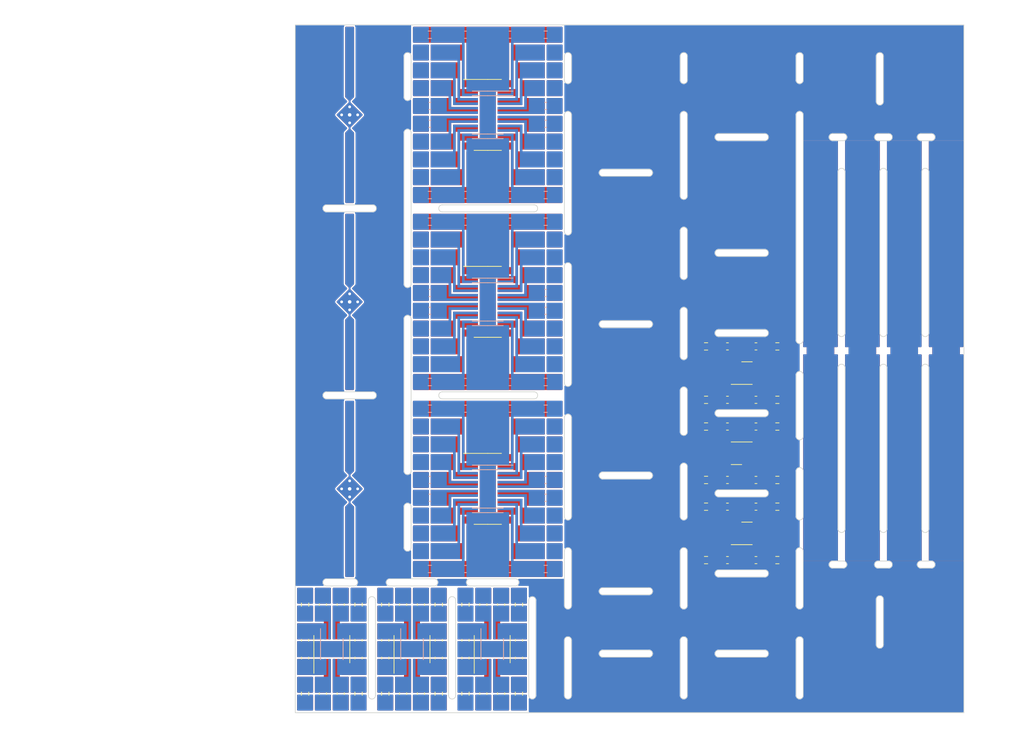
<source format=kicad_pcb>
(kicad_pcb (version 20221018) (generator pcbnew)
  (layers (0 "F.Cu" signal) (31 "B.Cu" signal) (34 "B.Paste" user) (35 "F.Paste" user) (36 "B.SilkS" user "B.Silkscreen") (37 "F.SilkS" user "F.Silkscreen") (38 "B.Mask" user) (39 "F.Mask" user) (44 "Edge.Cuts" user))
  (net 0 "")
  (net 1 "GND")
  (footprint "Capacitor_SMD:C_0603_1608Metric" (layer "F.Cu") (at 156.337 126.746)
    (fp_text reference "REF**" hide)
    (fp_text value "C_0603_1608Metric")
  )
  (footprint "Resistor_SMD:R_0603_1608Metric" (layer "F.Cu") (at 103.505 133.096 -90)
    (fp_text reference "REF**" hide)
    (fp_text value "R_0603_1608Metric")
  )
  (footprint "Capacitor_SMD:C_0603_1608Metric" (layer "F.Cu") (at 99.695 138.176 -90)
    (fp_text reference "REF**" hide)
    (fp_text value "C_0603_1608Metric")
  )
  (footprint "Resistor_SMD:R_0603_1608Metric" (layer "F.Cu") (at 149.225 96.266)
    (fp_text reference "REF**" hide)
    (fp_text value "R_0603_1608Metric")
  )
  (footprint "Capacitor_SMD:C_0603_1608Metric" (layer "F.Cu") (at 114.935 138.176 90)
    (fp_text reference "REF**" hide)
    (fp_text value "C_0603_1608Metric")
  )
  (footprint "Capacitor_SMD:C_0603_1608Metric" (layer "F.Cu") (at 122.555 138.176 -90)
    (fp_text reference "REF**" hide)
    (fp_text value "C_0603_1608Metric")
  )
  (footprint "Resistor_SMD:R_0603_1608Metric" (layer "F.Cu") (at 149.225 107.696 180)
    (fp_text reference "REF**" hide)
    (fp_text value "R_0603_1608Metric")
  )
  (footprint "Resistor_SMD:R_0603_1608Metric" (layer "F.Cu") (at 159.385 107.696 180)
    (fp_text reference "REF**" hide)
    (fp_text value "R_0603_1608Metric")
  )
  (footprint "Package_SO:SOIC-16_3.9x9.9mm_P1.27mm" (layer "F.Cu") (at 118.11 63.246)
    (fp_text reference "REF**" hide)
    (fp_text value "SOIC-16_3.9x9.9mm_P1.27mm")
  )
  (footprint "Package_SO:SOIC-8_3.9x4.9mm_P1.27mm" (layer "F.Cu") (at 107.315 139.446 90)
    (fp_text reference "REF**" hide)
    (fp_text value "SOIC-8_3.9x4.9mm_P1.27mm")
  )
  (footprint "Package_CSP:LFCSP-8-1EP_3x3mm_P0.5mm_EP1.6x2.34mm" (layer "F.Cu") (at 154.305 122.936)
    (fp_text reference "REF**" hide)
    (fp_text value "LFCSP-8-1EP_3x3mm_P0.5mm_EP1.6x2.34mm")
  )
  (footprint "Capacitor_SMD:C_0603_1608Metric" (layer "F.Cu") (at 103.505 140.716 -90)
    (fp_text reference "REF**" hide)
    (fp_text value "C_0603_1608Metric")
  )
  (footprint "Capacitor_SMD:C_0603_1608Metric" (layer "F.Cu") (at 120.015 133.096 90)
    (fp_text reference "REF**" hide)
    (fp_text value "C_0603_1608Metric")
  )
  (footprint "Capacitor_SMD:C_0603_1608Metric" (layer "F.Cu") (at 99.695 140.716 -90)
    (fp_text reference "REF**" hide)
    (fp_text value "C_0603_1608Metric")
  )
  (footprint "Capacitor_SMD:C_0603_1608Metric" (layer "F.Cu") (at 156.337 103.886)
    (fp_text reference "REF**" hide)
    (fp_text value "C_0603_1608Metric")
  )
  (footprint "Capacitor_SMD:C_0603_1608Metric" (layer "F.Cu") (at 97.155 133.096 90)
    (fp_text reference "REF**" hide)
    (fp_text value "C_0603_1608Metric")
  )
  (footprint "Resistor_SMD:R_0603_1608Metric" (layer "F.Cu") (at 111.125 145.796 -90)
    (fp_text reference "REF**" hide)
    (fp_text value "R_0603_1608Metric")
  )
  (footprint "Capacitor_SMD:C_0603_1608Metric" (layer "F.Cu") (at 122.555 140.716 -90)
    (fp_text reference "REF**" hide)
    (fp_text value "C_0603_1608Metric")
  )
  (footprint "Resistor_SMD:R_0603_1608Metric" (layer "F.Cu") (at 114.935 133.096 -90)
    (fp_text reference "REF**" hide)
    (fp_text value "R_0603_1608Metric")
  )
  (footprint "Capacitor_SMD:C_0603_1608Metric" (layer "F.Cu") (at 152.273 96.266)
    (fp_text reference "REF**" hide)
    (fp_text value "C_0603_1608Metric")
  )
  (footprint "Resistor_SMD:R_0603_1608Metric" (layer "F.Cu") (at 111.125 133.096 -90)
    (fp_text reference "REF**" hide)
    (fp_text value "R_0603_1608Metric")
  )
  (footprint "Resistor_SMD:R_0603_1608Metric" (layer "F.Cu") (at 159.385 96.266)
    (fp_text reference "REF**" hide)
    (fp_text value "R_0603_1608Metric")
  )
  (footprint "Capacitor_SMD:C_0603_1608Metric" (layer "F.Cu") (at 152.273 126.746)
    (fp_text reference "REF**" hide)
    (fp_text value "C_0603_1608Metric")
  )
  (footprint "Package_SO:SOIC-16_3.9x9.9mm_P1.27mm" (layer "F.Cu") (at 118.11 116.586)
    (fp_text reference "REF**" hide)
    (fp_text value "SOIC-16_3.9x9.9mm_P1.27mm")
  )
  (footprint "Resistor_SMD:R_0603_1608Metric" (layer "F.Cu") (at 159.385 103.886)
    (fp_text reference "REF**" hide)
    (fp_text value "R_0603_1608Metric")
  )
  (footprint "Capacitor_SMD:C_0603_1608Metric" (layer "F.Cu") (at 111.125 138.176 -90)
    (fp_text reference "REF**" hide)
    (fp_text value "C_0603_1608Metric")
  )
  (footprint "Capacitor_SMD:C_0603_1608Metric" (layer "F.Cu") (at 108.585 145.796 90)
    (fp_text reference "REF**" hide)
    (fp_text value "C_0603_1608Metric")
  )
  (footprint "Resistor_SMD:R_0603_1608Metric" (layer "F.Cu") (at 92.075 133.096 -90)
    (fp_text reference "REF**" hide)
    (fp_text value "R_0603_1608Metric")
  )
  (footprint "Capacitor_SMD:C_0603_1608Metric" (layer "F.Cu") (at 156.337 115.316 180)
    (fp_text reference "REF**" hide)
    (fp_text value "C_0603_1608Metric")
  )
  (footprint "Capacitor_SMD:C_0603_1608Metric" (layer "F.Cu") (at 106.045 145.796 90)
    (fp_text reference "REF**" hide)
    (fp_text value "C_0603_1608Metric")
  )
  (footprint "Resistor_SMD:R_0603_1608Metric" (layer "F.Cu") (at 99.695 133.096 -90)
    (fp_text reference "REF**" hide)
    (fp_text value "R_0603_1608Metric")
  )
  (footprint "Capacitor_SMD:C_0603_1608Metric" (layer "F.Cu") (at 94.615 133.096 90)
    (fp_text reference "REF**" hide)
    (fp_text value "C_0603_1608Metric")
  )
  (footprint "Package_SO:SOIC-16_3.9x9.9mm_P1.27mm" (layer "F.Cu") (at 118.11 89.916)
    (fp_text reference "REF**" hide)
    (fp_text value "SOIC-16_3.9x9.9mm_P1.27mm")
  )
  (footprint "Resistor_SMD:R_0603_1608Metric" (layer "F.Cu") (at 103.505 145.796 90)
    (fp_text reference "REF**" hide)
    (fp_text value "R_0603_1608Metric")
  )
  (footprint "Capacitor_SMD:C_0603_1608Metric" (layer "F.Cu") (at 108.585 133.096 90)
    (fp_text reference "REF**" hide)
    (fp_text value "C_0603_1608Metric")
  )
  (footprint "Resistor_SMD:R_0603_1608Metric" (layer "F.Cu") (at 159.385 115.316 180)
    (fp_text reference "REF**" hide)
    (fp_text value "R_0603_1608Metric")
  )
  (footprint "Capacitor_SMD:C_0603_1608Metric" (layer "F.Cu") (at 152.273 103.886)
    (fp_text reference "REF**" hide)
    (fp_text value "C_0603_1608Metric")
  )
  (footprint "Resistor_SMD:R_0603_1608Metric" (layer "F.Cu") (at 149.225 126.746)
    (fp_text reference "REF**" hide)
    (fp_text value "R_0603_1608Metric")
  )
  (footprint "Capacitor_SMD:C_0603_1608Metric" (layer "F.Cu") (at 111.125 140.716 -90)
    (fp_text reference "REF**" hide)
    (fp_text value "C_0603_1608Metric")
  )
  (footprint "Resistor_SMD:R_0603_1608Metric" (layer "F.Cu") (at 99.695 145.796 -90)
    (fp_text reference "REF**" hide)
    (fp_text value "R_0603_1608Metric")
  )
  (footprint "Capacitor_SMD:C_0603_1608Metric" (layer "F.Cu") (at 92.075 138.176 90)
    (fp_text reference "REF**" hide)
    (fp_text value "C_0603_1608Metric")
  )
  (footprint "Capacitor_SMD:C_0603_1608Metric" (layer "F.Cu") (at 120.015 145.796 90)
    (fp_text reference "REF**" hide)
    (fp_text value "C_0603_1608Metric")
  )
  (footprint "Capacitor_SMD:C_0603_1608Metric" (layer "F.Cu") (at 156.337 107.696 180)
    (fp_text reference "REF**" hide)
    (fp_text value "C_0603_1608Metric")
  )
  (footprint "Resistor_SMD:R_0603_1608Metric" (layer "F.Cu") (at 149.225 103.886)
    (fp_text reference "REF**" hide)
    (fp_text value "R_0603_1608Metric")
  )
  (footprint "Resistor_SMD:R_0603_1608Metric" (layer "F.Cu") (at 149.225 115.316 180)
    (fp_text reference "REF**" hide)
    (fp_text value "R_0603_1608Metric")
  )
  (footprint "Package_SO:SOIC-8_3.9x4.9mm_P1.27mm" (layer "F.Cu") (at 95.885 139.446 90)
    (fp_text reference "REF**" hide)
    (fp_text value "SOIC-8_3.9x4.9mm_P1.27mm")
  )
  (footprint "Capacitor_SMD:C_0603_1608Metric" (layer "F.Cu") (at 114.935 140.716 -90)
    (fp_text reference "REF**" hide)
    (fp_text value "C_0603_1608Metric")
  )
  (footprint "Package_CSP:LFCSP-8-1EP_3x3mm_P0.5mm_EP1.6x2.34mm" (layer "F.Cu") (at 154.305 100.076)
    (fp_text reference "REF**" hide)
    (fp_text value "LFCSP-8-1EP_3x3mm_P0.5mm_EP1.6x2.34mm")
  )
  (footprint "Capacitor_SMD:C_0603_1608Metric" (layer "F.Cu") (at 103.505 138.176 90)
    (fp_text reference "REF**" hide)
    (fp_text value "C_0603_1608Metric")
  )
  (footprint "Resistor_SMD:R_0603_1608Metric" (layer "F.Cu") (at 92.075 145.796 90)
    (fp_text reference "REF**" hide)
    (fp_text value "R_0603_1608Metric")
  )
  (footprint "Resistor_SMD:R_0603_1608Metric" (layer "F.Cu") (at 122.555 133.096 -90)
    (fp_text reference "REF**" hide)
    (fp_text value "R_0603_1608Metric")
  )
  (footprint "Capacitor_SMD:C_0603_1608Metric" (layer "F.Cu") (at 117.475 145.796 90)
    (fp_text reference "REF**" hide)
    (fp_text value "C_0603_1608Metric")
  )
  (footprint "Resistor_SMD:R_0603_1608Metric" (layer "F.Cu") (at 149.225 119.126)
    (fp_text reference "REF**" hide)
    (fp_text value "R_0603_1608Metric")
  )
  (footprint "Resistor_SMD:R_0603_1608Metric" (layer "F.Cu") (at 122.555 145.796 -90)
    (fp_text reference "REF**" hide)
    (fp_text value "R_0603_1608Metric")
  )
  (footprint "Capacitor_SMD:C_0603_1608Metric" (layer "F.Cu") (at 97.155 145.796 90)
    (fp_text reference "REF**" hide)
    (fp_text value "C_0603_1608Metric")
  )
  (footprint "Capacitor_SMD:C_0603_1608Metric" (layer "F.Cu") (at 156.337 119.126)
    (fp_text reference "REF**" hide)
    (fp_text value "C_0603_1608Metric")
  )
  (footprint "Package_SO:SOIC-8_3.9x4.9mm_P1.27mm" (layer "F.Cu") (at 118.745 139.446 90)
    (fp_text reference "REF**" hide)
    (fp_text value "SOIC-8_3.9x4.9mm_P1.27mm")
  )
  (footprint "Capacitor_SMD:C_0603_1608Metric" (layer "F.Cu") (at 152.273 107.696 180)
    (fp_text reference "REF**" hide)
    (fp_text value "C_0603_1608Metric")
  )
  (footprint "Capacitor_SMD:C_0603_1608Metric" (layer "F.Cu") (at 94.615 145.796 90)
    (fp_text reference "REF**" hide)
    (fp_text value "C_0603_1608Metric")
  )
  (footprint "Package_CSP:LFCSP-8-1EP_3x3mm_P0.5mm_EP1.6x2.34mm" (layer "F.Cu") (at 154.305 111.506 180)
    (fp_text reference "REF**" hide)
    (fp_text value "LFCSP-8-1EP_3x3mm_P0.5mm_EP1.6x2.34mm")
  )
  (footprint "Capacitor_SMD:C_0603_1608Metric" (layer "F.Cu") (at 152.273 119.126)
    (fp_text reference "REF**" hide)
    (fp_text value "C_0603_1608Metric")
  )
  (footprint "Capacitor_SMD:C_0603_1608Metric" (layer "F.Cu") (at 106.045 133.096 90)
    (fp_text reference "REF**" hide)
    (fp_text value "C_0603_1608Metric")
  )
  (footprint "Resistor_SMD:R_0603_1608Metric" (layer "F.Cu") (at 114.935 145.796 90)
    (fp_text reference "REF**" hide)
    (fp_text value "R_0603_1608Metric")
  )
  (footprint "Capacitor_SMD:C_0603_1608Metric" (layer "F.Cu") (at 152.273 115.316 180)
    (fp_text reference "REF**" hide)
    (fp_text value "C_0603_1608Metric")
  )
  (footprint "Capacitor_SMD:C_0603_1608Metric" (layer "F.Cu") (at 92.075 140.716 -90)
    (fp_text reference "REF**" hide)
    (fp_text value "C_0603_1608Metric")
  )
  (footprint "Resistor_SMD:R_0603_1608Metric" (layer "F.Cu") (at 159.385 126.746)
    (fp_text reference "REF**" hide)
    (fp_text value "R_0603_1608Metric")
  )
  (footprint "Capacitor_SMD:C_0603_1608Metric" (layer "F.Cu") (at 117.475 133.096 90)
    (fp_text reference "REF**" hide)
    (fp_text value "C_0603_1608Metric")
  )
  (footprint "Resistor_SMD:R_0603_1608Metric" (layer "F.Cu") (at 159.385 119.126)
    (fp_text reference "REF**" hide)
    (fp_text value "R_0603_1608Metric")
  )
  (footprint "Capacitor_SMD:C_0603_1608Metric" (layer "F.Cu") (at 156.337 96.266)
    (fp_text reference "REF**" hide)
    (fp_text value "C_0603_1608Metric")
  )
  (footprint "Package_SO:TSSOP-16_4.4x5mm_P0.65mm" (layer "B.Cu") (at 118.11 89.916 180)
    (fp_text reference "REF**" hide)
    (fp_text value "TSSOP-16_4.4x5mm_P0.65mm")
  )
  (footprint "Resistor_SMD:R_0603_1608Metric" (layer "B.Cu") (at 109.855 128.016 180)
    (fp_text reference "REF**" hide)
    (fp_text value "R_0603_1608Metric")
  )
  (footprint "Capacitor_SMD:C_0603_1608Metric" (layer "B.Cu") (at 126.365 91.186 180)
    (fp_text reference "REF**" hide)
    (fp_text value "C_0603_1608Metric")
  )
  (footprint "Resistor_SMD:R_0603_1608Metric" (layer "B.Cu") (at 126.365 74.676 180)
    (fp_text reference "REF**" hide)
    (fp_text value "R_0603_1608Metric")
  )
  (footprint "Capacitor_SMD:C_0603_1608Metric" (layer "B.Cu") (at 109.855 88.646 180)
    (fp_text reference "REF**" hide)
    (fp_text value "C_0603_1608Metric")
  )
  (footprint "Capacitor_SMD:C_0603_1608Metric" (layer "B.Cu") (at 126.365 88.646 180)
    (fp_text reference "REF**" hide)
    (fp_text value "C_0603_1608Metric")
  )
  (footprint "Capacitor_SMD:C_0603_1608Metric" (layer "B.Cu") (at 126.365 117.856 180)
    (fp_text reference "REF**" hide)
    (fp_text value "C_0603_1608Metric")
  )
  (footprint "Package_SO:TSSOP-20_4.4x6.5mm_P0.65mm" (layer "B.Cu") (at 118.11 116.586 180)
    (fp_text reference "REF**" hide)
    (fp_text value "TSSOP-20_4.4x6.5mm_P0.65mm")
  )
  (footprint "Package_SO:TSSOP-20_4.4x6.5mm_P0.65mm" (layer "B.Cu") (at 118.11 63.246 180)
    (fp_text reference "REF**" hide)
    (fp_text value "TSSOP-20_4.4x6.5mm_P0.65mm")
  )
  (footprint "Capacitor_SMD:C_0603_1608Metric" (layer "B.Cu") (at 121.285 128.016 180)
    (fp_text reference "REF**" hide)
    (fp_text value "C_0603_1608Metric")
  )
  (footprint "Resistor_SMD:R_0603_1608Metric" (layer "B.Cu") (at 126.365 101.346 180)
    (fp_text reference "REF**" hide)
    (fp_text value "R_0603_1608Metric")
  )
  (footprint "Resistor_SMD:R_0603_1608Metric" (layer "B.Cu") (at 109.855 101.346 180)
    (fp_text reference "REF**" hide)
    (fp_text value "R_0603_1608Metric")
  )
  (footprint "Package_SO:TSSOP-20_4.4x6.5mm_P0.65mm" (layer "B.Cu") (at 118.11 89.916 180)
    (fp_text reference "REF**" hide)
    (fp_text value "TSSOP-20_4.4x6.5mm_P0.65mm")
  )
  (footprint "Resistor_SMD:R_0603_1608Metric" (layer "B.Cu") (at 109.855 74.676 180)
    (fp_text reference "REF**" hide)
    (fp_text value "R_0603_1608Metric")
  )
  (footprint "Package_SO:MSOP-8_3x3mm_P0.65mm" (layer "B.Cu") (at 107.315 139.446 -90)
    (fp_text reference "REF**" hide)
    (fp_text value "MSOP-8_3x3mm_P0.65mm")
  )
  (footprint "Capacitor_SMD:C_0603_1608Metric" (layer "B.Cu") (at 126.365 61.976 180)
    (fp_text reference "REF**" hide)
    (fp_text value "C_0603_1608Metric")
  )
  (footprint "Resistor_SMD:R_0603_1608Metric" (layer "B.Cu") (at 126.365 51.816 180)
    (fp_text reference "REF**" hide)
    (fp_text value "R_0603_1608Metric")
  )
  (footprint "Capacitor_SMD:C_0603_1608Metric" (layer "B.Cu") (at 114.935 105.156 180)
    (fp_text reference "REF**" hide)
    (fp_text value "C_0603_1608Metric")
  )
  (footprint "Capacitor_SMD:C_0603_1608Metric" (layer "B.Cu") (at 121.285 105.156 180)
    (fp_text reference "REF**" hide)
    (fp_text value "C_0603_1608Metric")
  )
  (footprint "Resistor_SMD:R_0603_1608Metric" (layer "B.Cu") (at 109.855 105.156 180)
    (fp_text reference "REF**" hide)
    (fp_text value "R_0603_1608Metric")
  )
  (footprint "Capacitor_SMD:C_0603_1608Metric" (layer "B.Cu") (at 109.855 64.516 180)
    (fp_text reference "REF**" hide)
    (fp_text value "C_0603_1608Metric")
  )
  (footprint "Capacitor_SMD:C_0603_1608Metric" (layer "B.Cu") (at 121.285 101.346 180)
    (fp_text reference "REF**" hide)
    (fp_text value "C_0603_1608Metric")
  )
  (footprint "Package_SO:TSSOP-16_4.4x5mm_P0.65mm" (layer "B.Cu") (at 118.11 116.586 180)
    (fp_text reference "REF**" hide)
    (fp_text value "TSSOP-16_4.4x5mm_P0.65mm")
  )
  (footprint "Capacitor_SMD:C_0603_1608Metric" (layer "B.Cu") (at 114.935 74.676 180)
    (fp_text reference "REF**" hide)
    (fp_text value "C_0603_1608Metric")
  )
  (footprint "Capacitor_SMD:C_0603_1608Metric" (layer "B.Cu") (at 121.285 74.676 180)
    (fp_text reference "REF**" hide)
    (fp_text value "C_0603_1608Metric")
  )
  (footprint "Capacitor_SMD:C_0603_1608Metric" (layer "B.Cu") (at 109.855 91.186 180)
    (fp_text reference "REF**" hide)
    (fp_text value "C_0603_1608Metric")
  )
  (footprint "Package_SO:MSOP-8_3x3mm_P0.65mm" (layer "B.Cu") (at 95.885 139.446 -90)
    (fp_text reference "REF**" hide)
    (fp_text value "MSOP-8_3x3mm_P0.65mm")
  )
  (footprint "Capacitor_SMD:C_0603_1608Metric" (layer "B.Cu") (at 109.855 115.316 180)
    (fp_text reference "REF**" hide)
    (fp_text value "C_0603_1608Metric")
  )
  (footprint "Capacitor_SMD:C_0603_1608Metric" (layer "B.Cu") (at 114.935 128.016 180)
    (fp_text reference "REF**" hide)
    (fp_text value "C_0603_1608Metric")
  )
  (footprint "Resistor_SMD:R_0603_1608Metric" (layer "B.Cu") (at 126.365 105.156 180)
    (fp_text reference "REF**" hide)
    (fp_text value "R_0603_1608Metric")
  )
  (footprint "Capacitor_SMD:C_0603_1608Metric" (layer "B.Cu") (at 121.285 78.486 180)
    (fp_text reference "REF**" hide)
    (fp_text value "C_0603_1608Metric")
  )
  (footprint "Package_SO:MSOP-8_3x3mm_P0.65mm" (layer "B.Cu") (at 118.745 139.446 -90)
    (fp_text reference "REF**" hide)
    (fp_text value "MSOP-8_3x3mm_P0.65mm")
  )
  (footprint "Capacitor_SMD:C_0603_1608Metric" (layer "B.Cu") (at 114.935 101.346 180)
    (fp_text reference "REF**" hide)
    (fp_text value "C_0603_1608Metric")
  )
  (footprint "Capacitor_SMD:C_0603_1608Metric" (layer "B.Cu") (at 114.935 51.816 180)
    (fp_text reference "REF**" hide)
    (fp_text value "C_0603_1608Metric")
  )
  (footprint "Capacitor_SMD:C_0603_1608Metric" (layer "B.Cu") (at 126.365 115.316 180)
    (fp_text reference "REF**" hide)
    (fp_text value "C_0603_1608Metric")
  )
  (footprint "Capacitor_SMD:C_0603_1608Metric" (layer "B.Cu") (at 109.855 117.856 180)
    (fp_text reference "REF**" hide)
    (fp_text value "C_0603_1608Metric")
  )
  (footprint "Capacitor_SMD:C_0603_1608Metric" (layer "B.Cu") (at 109.855 61.976 180)
    (fp_text reference "REF**" hide)
    (fp_text value "C_0603_1608Metric")
  )
  (footprint "Resistor_SMD:R_0603_1608Metric" (layer "B.Cu") (at 109.855 51.816 180)
    (fp_text reference "REF**" hide)
    (fp_text value "R_0603_1608Metric")
  )
  (footprint "Capacitor_SMD:C_0603_1608Metric" (layer "B.Cu") (at 121.285 51.816 180)
    (fp_text reference "REF**" hide)
    (fp_text value "C_0603_1608Metric")
  )
  (footprint "Resistor_SMD:R_0603_1608Metric" (layer "B.Cu") (at 126.365 78.486 180)
    (fp_text reference "REF**" hide)
    (fp_text value "R_0603_1608Metric")
  )
  (footprint "Capacitor_SMD:C_0603_1608Metric" (layer "B.Cu") (at 114.935 78.486 180)
    (fp_text reference "REF**" hide)
    (fp_text value "C_0603_1608Metric")
  )
  (footprint "Resistor_SMD:R_0603_1608Metric" (layer "B.Cu") (at 126.365 128.016 180)
    (fp_text reference "REF**" hide)
    (fp_text value "R_0603_1608Metric")
  )
  (footprint "Capacitor_SMD:C_0603_1608Metric" (layer "B.Cu") (at 126.365 64.516 180)
    (fp_text reference "REF**" hide)
    (fp_text value "C_0603_1608Metric")
  )
  (footprint "Package_SO:TSSOP-16_4.4x5mm_P0.65mm" (layer "B.Cu") (at 118.11 63.246 180)
    (fp_text reference "REF**" hide)
    (fp_text value "TSSOP-16_4.4x5mm_P0.65mm")
  )
  (footprint "Resistor_SMD:R_0603_1608Metric" (layer "B.Cu") (at 109.855 78.486 180)
    (fp_text reference "REF**" hide)
    (fp_text value "R_0603_1608Metric")
  )
  (gr_arc (start 130.048 133.223) (mid 129.54 133.731) (end 129.032 133.223) (stroke (width 0.1)) (layer "Edge.Cuts"))
  (gr_line (start 145.542 108.458) (end 145.542 102.5525) (stroke (width 0.1)) (layer "Edge.Cuts"))
  (gr_line (start 124.968 132.461) (end 124.968 146.05) (stroke (width 0.1)) (layer "Edge.Cuts"))
  (gr_arc (start 151.003 66.929) (mid 150.495 66.421) (end 151.003 65.913) (stroke (width 0.1)) (layer "Edge.Cuts"))
  (gr_arc (start 163.068 133.223) (mid 162.56 133.731) (end 162.052 133.223) (stroke (width 0.1)) (layer "Edge.Cuts"))
  (gr_arc (start 130.048 58.293) (mid 129.54 58.801) (end 129.032 58.293) (stroke (width 0.1)) (layer "Edge.Cuts"))
  (gr_arc (start 111.633 77.089) (mid 111.125 76.581) (end 111.633 76.073) (stroke (width 0.1)) (layer "Edge.Cuts"))
  (gr_line (start 146.558 102.5525) (end 146.558 108.458) (stroke (width 0.1)) (layer "Edge.Cuts"))
  (gr_line (start 163.068 100.33) (end 163.068 109.093) (stroke (width 0.1)) (layer "Edge.Cuts"))
  (gr_arc (start 157.607 139.573) (mid 158.115 140.081) (end 157.607 140.589) (stroke (width 0.1)) (layer "Edge.Cuts"))
  (gr_arc (start 162.052 138.176) (mid 162.56 137.668) (end 163.068 138.176) (stroke (width 0.1)) (layer "Edge.Cuts"))
  (gr_line (start 173.99 94.361) (end 173.99 71.374) (stroke (width 0.1)) (layer "Edge.Cuts"))
  (gr_line (start 104.14 129.413) (end 110.49 129.413) (stroke (width 0.1)) (layer "Edge.Cuts"))
  (gr_line (start 179.832 65.913) (end 181.356 65.913) (stroke (width 0.1)) (layer "Edge.Cuts"))
  (gr_line (start 162.052 133.223) (end 162.052 125.476) (stroke (width 0.1)) (layer "Edge.Cuts"))
  (gr_line (start 151.003 93.853) (end 157.607 93.853) (stroke (width 0.1)) (layer "Edge.Cuts"))
  (gr_arc (start 180.975 122.301) (mid 180.467 122.809) (end 179.959 122.301) (stroke (width 0.1)) (layer "Edge.Cuts"))
  (gr_line (start 151.003 139.573) (end 157.607 139.573) (stroke (width 0.1)) (layer "Edge.Cuts"))
  (gr_line (start 162.052 95.377) (end 162.052 63.246) (stroke (width 0.1)) (layer "Edge.Cuts"))
  (gr_line (start 145.542 74.803) (end 145.542 63.246) (stroke (width 0.1)) (layer "Edge.Cuts"))
  (gr_arc (start 141.097 70.993) (mid 141.605 71.501) (end 141.097 72.009) (stroke (width 0.1)) (layer "Edge.Cuts"))
  (gr_arc (start 145.542 113.411) (mid 146.05 112.903) (end 146.558 113.411) (stroke (width 0.1)) (layer "Edge.Cuts"))
  (gr_arc (start 146.558 74.803) (mid 146.05 75.311) (end 145.542 74.803) (stroke (width 0.1)) (layer "Edge.Cuts"))
  (gr_arc (start 173.99 71.374) (mid 174.498 70.866) (end 175.006 71.374) (stroke (width 0.1)) (layer "Edge.Cuts"))
  (gr_arc (start 173.736 127.889) (mid 173.228 127.381) (end 173.736 126.873) (stroke (width 0.1)) (layer "Edge.Cuts"))
  (gr_arc (start 129.032 84.836) (mid 129.54 84.328) (end 130.048 84.836) (stroke (width 0.1)) (layer "Edge.Cuts"))
  (gr_arc (start 157.607 116.713) (mid 158.115 117.221) (end 157.607 117.729) (stroke (width 0.1)) (layer "Edge.Cuts"))
  (gr_line (start 146.558 54.864) (end 146.558 58.293) (stroke (width 0.1)) (layer "Edge.Cuts"))
  (gr_arc (start 106.172 119.126) (mid 106.68 118.618) (end 107.188 119.126) (stroke (width 0.1)) (layer "Edge.Cuts"))
  (gr_line (start 173.482 138.811) (end 173.482 132.334) (stroke (width 0.1)) (layer "Edge.Cuts"))
  (gr_line (start 106.172 124.968) (end 106.172 119.126) (stroke (width 0.1)) (layer "Edge.Cuts"))
  (gr_line (start 130.048 84.836) (end 130.048 101.473) (stroke (width 0.1)) (layer "Edge.Cuts"))
  (gr_line (start 163.068 138.176) (end 163.068 146.05) (stroke (width 0.1)) (layer "Edge.Cuts"))
  (gr_line (start 146.558 138.176) (end 146.558 146.05) (stroke (width 0.1)) (layer "Edge.Cuts"))
  (gr_arc (start 145.542 102.5525) (mid 146.05 102.0445) (end 146.558 102.5525) (stroke (width 0.1)) (layer "Edge.Cuts"))
  (gr_line (start 162.052 146.05) (end 162.052 138.176) (stroke (width 0.1)) (layer "Edge.Cuts"))
  (gr_arc (start 163.068 58.293) (mid 162.56 58.801) (end 162.052 58.293) (stroke (width 0.1)) (layer "Edge.Cuts"))
  (gr_arc (start 163.068 109.093) (mid 162.56 109.601) (end 162.052 109.093) (stroke (width 0.1)) (layer "Edge.Cuts"))
  (gr_arc (start 111.633 103.759) (mid 111.125 103.251) (end 111.633 102.743) (stroke (width 0.1)) (layer "Edge.Cuts"))
  (gr_arc (start 146.558 58.293) (mid 146.05 58.801) (end 145.542 58.293) (stroke (width 0.1)) (layer "Edge.Cuts"))
  (gr_arc (start 174.498 138.811) (mid 173.99 139.319) (end 173.482 138.811) (stroke (width 0.1)) (layer "Edge.Cuts"))
  (gr_line (start 151.003 105.283) (end 157.607 105.283) (stroke (width 0.1)) (layer "Edge.Cuts"))
  (gr_arc (start 175.006 122.301) (mid 174.498 122.809) (end 173.99 122.301) (stroke (width 0.1)) (layer "Edge.Cuts"))
  (gr_line (start 175.26 66.929) (end 173.736 66.929) (stroke (width 0.1)) (layer "Edge.Cuts"))
  (gr_line (start 106.172 60.706) (end 106.172 54.864) (stroke (width 0.1)) (layer "Edge.Cuts"))
  (gr_arc (start 146.558 108.458) (mid 146.05 108.966) (end 145.542 108.458) (stroke (width 0.1)) (layer "Edge.Cuts"))
  (gr_arc (start 168.021 71.374) (mid 168.529 70.866) (end 169.037 71.374) (stroke (width 0.1)) (layer "Edge.Cuts"))
  (gr_arc (start 163.068 146.05) (mid 162.56 146.558) (end 162.052 146.05) (stroke (width 0.1)) (layer "Edge.Cuts"))
  (gr_line (start 168.021 94.361) (end 168.021 71.374) (stroke (width 0.1)) (layer "Edge.Cuts"))
  (gr_line (start 175.006 71.374) (end 175.006 94.361) (stroke (width 0.1)) (layer "Edge.Cuts"))
  (gr_arc (start 162.052 63.246) (mid 162.56 62.738) (end 163.068 63.246) (stroke (width 0.1)) (layer "Edge.Cuts"))
  (gr_arc (start 179.959 71.374) (mid 180.467 70.866) (end 180.975 71.374) (stroke (width 0.1)) (layer "Edge.Cuts"))
  (gr_arc (start 179.832 127.889) (mid 179.324 127.381) (end 179.832 126.873) (stroke (width 0.1)) (layer "Edge.Cuts"))
  (gr_arc (start 123.952 132.461) (mid 124.46 131.953) (end 124.968 132.461) (stroke (width 0.1)) (layer "Edge.Cuts"))
  (gr_arc (start 141.097 114.173) (mid 141.605 114.681) (end 141.097 115.189) (stroke (width 0.1)) (layer "Edge.Cuts"))
  (gr_line (start 157.607 83.439) (end 151.003 83.439) (stroke (width 0.1)) (layer "Edge.Cuts"))
  (gr_arc (start 107.188 87.376) (mid 106.68 87.884) (end 106.172 87.376) (stroke (width 0.1)) (layer "Edge.Cuts"))
  (gr_arc (start 146.558 97.663) (mid 146.05 98.171) (end 145.542 97.663) (stroke (width 0.1)) (layer "Edge.Cuts"))
  (gr_arc (start 95.123 103.759) (mid 94.615 103.251) (end 95.123 102.743) (stroke (width 0.1)) (layer "Edge.Cuts"))
  (gr_arc (start 151.003 117.729) (mid 150.495 117.221) (end 151.003 116.713) (stroke (width 0.1)) (layer "Edge.Cuts"))
  (gr_arc (start 107.188 124.968) (mid 106.68 125.476) (end 106.172 124.968) (stroke (width 0.1)) (layer "Edge.Cuts"))
  (gr_arc (start 145.542 63.246) (mid 146.05 62.738) (end 146.558 63.246) (stroke (width 0.1)) (layer "Edge.Cuts"))
  (gr_arc (start 146.558 120.523) (mid 146.05 121.031) (end 145.542 120.523) (stroke (width 0.1)) (layer "Edge.Cuts"))
  (gr_arc (start 151.003 94.869) (mid 150.495 94.361) (end 151.003 93.853) (stroke (width 0.1)) (layer "Edge.Cuts"))
  (gr_line (start 101.727 77.089) (end 95.123 77.089) (stroke (width 0.1)) (layer "Edge.Cuts"))
  (gr_arc (start 124.968 146.05) (mid 124.46 146.558) (end 123.952 146.05) (stroke (width 0.1)) (layer "Edge.Cuts"))
  (gr_line (start 181.356 127.889) (end 179.832 127.889) (stroke (width 0.1)) (layer "Edge.Cuts"))
  (gr_arc (start 134.493 72.009) (mid 133.985 71.501) (end 134.493 70.993) (stroke (width 0.1)) (layer "Edge.Cuts"))
  (gr_line (start 151.003 116.713) (end 157.607 116.713) (stroke (width 0.1)) (layer "Edge.Cuts"))
  (gr_line (start 107.188 92.329) (end 107.188 114.046) (stroke (width 0.1)) (layer "Edge.Cuts"))
  (gr_arc (start 124.714 102.743) (mid 125.222 103.251) (end 124.714 103.759) (stroke (width 0.1)) (layer "Edge.Cuts"))
  (gr_rect (start 90.678 50.419) (end 185.979 148.514) (stroke (width 0.1)) (fill none) (layer "Edge.Cuts"))
  (gr_line (start 169.037 99.314) (end 169.037 122.301) (stroke (width 0.1)) (layer "Edge.Cuts"))
  (gr_arc (start 145.542 54.864) (mid 146.05 54.356) (end 146.558 54.864) (stroke (width 0.1)) (layer "Edge.Cuts"))
  (gr_line (start 174.498 54.864) (end 174.498 61.341) (stroke (width 0.1)) (layer "Edge.Cuts"))
  (gr_arc (start 169.037 94.361) (mid 168.529 94.869) (end 168.021 94.361) (stroke (width 0.1)) (layer "Edge.Cuts"))
  (gr_line (start 129.032 133.223) (end 129.032 125.476) (stroke (width 0.1)) (layer "Edge.Cuts"))
  (gr_arc (start 141.097 139.573) (mid 141.605 140.081) (end 141.097 140.589) (stroke (width 0.1)) (layer "Edge.Cuts"))
  (gr_arc (start 113.538 146.05) (mid 113.03 146.558) (end 112.522 146.05) (stroke (width 0.1)) (layer "Edge.Cuts"))
  (gr_arc (start 145.542 125.476) (mid 146.05 124.968) (end 146.558 125.476) (stroke (width 0.1)) (layer "Edge.Cuts"))
  (gr_arc (start 145.542 79.756) (mid 146.05 79.248) (end 146.558 79.756) (stroke (width 0.1)) (layer "Edge.Cuts"))
  (gr_line (start 173.482 61.341) (end 173.482 54.864) (stroke (width 0.1)) (layer "Edge.Cuts"))
  (gr_arc (start 95.123 77.089) (mid 94.615 76.581) (end 95.123 76.073) (stroke (width 0.1)) (layer "Edge.Cuts"))
  (gr_arc (start 130.048 146.05) (mid 129.54 146.558) (end 129.032 146.05) (stroke (width 0.1)) (layer "Edge.Cuts"))
  (gr_line (start 130.048 54.864) (end 130.048 58.293) (stroke (width 0.1)) (layer "Edge.Cuts"))
  (gr_arc (start 141.097 130.683) (mid 141.605 131.191) (end 141.097 131.699) (stroke (width 0.1)) (layer "Edge.Cuts"))
  (gr_line (start 179.959 94.361) (end 179.959 71.374) (stroke (width 0.1)) (layer "Edge.Cuts"))
  (gr_arc (start 129.032 138.176) (mid 129.54 137.668) (end 130.048 138.176) (stroke (width 0.1)) (layer "Edge.Cuts"))
  (gr_arc (start 180.975 94.361) (mid 180.467 94.869) (end 179.959 94.361) (stroke (width 0.1)) (layer "Edge.Cuts"))
  (gr_line (start 141.097 140.589) (end 134.493 140.589) (stroke (width 0.1)) (layer "Edge.Cuts"))
  (gr_line (start 162.052 109.093) (end 162.052 100.33) (stroke (width 0.1)) (layer "Edge.Cuts"))
  (gr_arc (start 157.607 128.143) (mid 158.115 128.651) (end 157.607 129.159) (stroke (width 0.1)) (layer "Edge.Cuts"))
  (gr_arc (start 162.052 125.476) (mid 162.56 124.968) (end 163.068 125.476) (stroke (width 0.1)) (layer "Edge.Cuts"))
  (gr_arc (start 174.498 61.341) (mid 173.99 61.849) (end 173.482 61.341) (stroke (width 0.1)) (layer "Edge.Cuts"))
  (gr_arc (start 141.097 92.583) (mid 141.605 93.091) (end 141.097 93.599) (stroke (width 0.1)) (layer "Edge.Cuts"))
  (gr_line (start 102.108 132.461) (end 102.108 146.05) (stroke (width 0.1)) (layer "Edge.Cuts"))
  (gr_line (start 168.783 127.889) (end 167.259 127.889) (stroke (width 0.1)) (layer "Edge.Cuts"))
  (gr_line (start 141.097 72.009) (end 134.493 72.009) (stroke (width 0.1)) (layer "Edge.Cuts"))
  (gr_line (start 95.123 129.413) (end 99.06 129.413) (stroke (width 0.1)) (layer "Edge.Cuts"))
  (gr_arc (start 106.172 54.864) (mid 106.68 54.356) (end 107.188 54.864) (stroke (width 0.1)) (layer "Edge.Cuts"))
  (gr_line (start 134.493 114.173) (end 141.097 114.173) (stroke (width 0.1)) (layer "Edge.Cuts"))
  (gr_arc (start 162.052 114.046) (mid 162.56 113.538) (end 163.068 114.046) (stroke (width 0.1)) (layer "Edge.Cuts"))
  (gr_line (start 111.633 102.743) (end 124.714 102.743) (stroke (width 0.1)) (layer "Edge.Cuts"))
  (gr_arc (start 129.032 63.246) (mid 129.54 62.738) (end 130.048 63.246) (stroke (width 0.1)) (layer "Edge.Cuts"))
  (gr_arc (start 106.172 65.786) (mid 106.68 65.278) (end 107.188 65.786) (stroke (width 0.1)) (layer "Edge.Cuts"))
  (gr_line (start 180.975 99.314) (end 180.975 122.301) (stroke (width 0.1)) (layer "Edge.Cuts"))
  (gr_line (start 110.49 130.429) (end 104.14 130.429) (stroke (width 0.1)) (layer "Edge.Cuts"))
  (gr_arc (start 146.558 133.223) (mid 146.05 133.731) (end 145.542 133.223) (stroke (width 0.1)) (layer "Edge.Cuts"))
  (gr_arc (start 110.49 129.413) (mid 110.998 129.921) (end 110.49 130.429) (stroke (width 0.1)) (layer "Edge.Cuts"))
  (gr_arc (start 163.068 95.377) (mid 162.56 95.885) (end 162.052 95.377) (stroke (width 0.1)) (layer "Edge.Cuts"))
  (gr_line (start 157.607 129.159) (end 151.003 129.159) (stroke (width 0.1)) (layer "Edge.Cuts"))
  (gr_arc (start 173.482 132.334) (mid 173.99 131.826) (end 174.498 132.334) (stroke (width 0.1)) (layer "Edge.Cuts"))
  (gr_arc (start 157.607 93.853) (mid 158.115 94.361) (end 157.607 94.869) (stroke (width 0.1)) (layer "Edge.Cuts"))
  (gr_line (start 106.172 87.376) (end 106.172 65.786) (stroke (width 0.1)) (layer "Edge.Cuts"))
  (gr_arc (start 95.123 130.429) (mid 94.615 129.921) (end 95.123 129.413) (stroke (width 0.1)) (layer "Edge.Cuts"))
  (gr_line (start 115.57 129.413) (end 122.047 129.413) (stroke (width 0.1)) (layer "Edge.Cuts"))
  (gr_line (start 130.048 138.176) (end 130.048 146.05) (stroke (width 0.1)) (layer "Edge.Cuts"))
  (gr_arc (start 134.493 115.189) (mid 133.985 114.681) (end 134.493 114.173) (stroke (width 0.1)) (layer "Edge.Cuts"))
  (gr_line (start 168.021 122.301) (end 168.021 99.314) (stroke (width 0.1)) (layer "Edge.Cuts"))
  (gr_arc (start 179.832 66.929) (mid 179.324 66.421) (end 179.832 65.913) (stroke (width 0.1)) (layer "Edge.Cuts"))
  (gr_line (start 95.123 102.743) (end 101.727 102.743) (stroke (width 0.1)) (layer "Edge.Cuts"))
  (gr_line (start 163.068 125.476) (end 163.068 133.223) (stroke (width 0.1)) (layer "Edge.Cuts"))
  (gr_arc (start 129.032 106.426) (mid 129.54 105.918) (end 130.048 106.426) (stroke (width 0.1)) (layer "Edge.Cuts"))
  (gr_arc (start 167.259 127.889) (mid 166.751 127.381) (end 167.259 126.873) (stroke (width 0.1)) (layer "Edge.Cuts"))
  (gr_arc (start 145.542 138.176) (mid 146.05 137.668) (end 146.558 138.176) (stroke (width 0.1)) (layer "Edge.Cuts"))
  (gr_arc (start 101.727 102.743) (mid 102.235 103.251) (end 101.727 103.759) (stroke (width 0.1)) (layer "Edge.Cuts"))
  (gr_line (start 145.542 133.223) (end 145.542 125.476) (stroke (width 0.1)) (layer "Edge.Cuts"))
  (gr_line (start 173.736 65.913) (end 175.26 65.913) (stroke (width 0.1)) (layer "Edge.Cuts"))
  (gr_line (start 134.493 130.683) (end 141.097 130.683) (stroke (width 0.1)) (layer "Edge.Cuts"))
  (gr_line (start 141.097 115.189) (end 134.493 115.189) (stroke (width 0.1)) (layer "Edge.Cuts"))
  (gr_arc (start 107.188 114.046) (mid 106.68 114.554) (end 106.172 114.046) (stroke (width 0.1)) (layer "Edge.Cuts"))
  (gr_arc (start 175.26 126.873) (mid 175.768 127.381) (end 175.26 127.889) (stroke (width 0.1)) (layer "Edge.Cuts"))
  (gr_arc (start 99.06 129.413) (mid 99.568 129.921) (end 99.06 130.429) (stroke (width 0.1)) (layer "Edge.Cuts"))
  (gr_line (start 146.558 63.246) (end 146.558 74.803) (stroke (width 0.1)) (layer "Edge.Cuts"))
  (gr_line (start 146.558 79.756) (end 146.558 86.233) (stroke (width 0.1)) (layer "Edge.Cuts"))
  (gr_line (start 179.959 122.301) (end 179.959 99.314) (stroke (width 0.1)) (layer "Edge.Cuts"))
  (gr_arc (start 130.048 120.523) (mid 129.54 121.031) (end 129.032 120.523) (stroke (width 0.1)) (layer "Edge.Cuts"))
  (gr_arc (start 175.006 94.361) (mid 174.498 94.869) (end 173.99 94.361) (stroke (width 0.1)) (layer "Edge.Cuts"))
  (gr_line (start 167.259 65.913) (end 168.783 65.913) (stroke (width 0.1)) (layer "Edge.Cuts"))
  (gr_line (start 145.542 58.293) (end 145.542 54.864) (stroke (width 0.1)) (layer "Edge.Cuts"))
  (gr_arc (start 134.493 93.599) (mid 133.985 93.091) (end 134.493 92.583) (stroke (width 0.1)) (layer "Edge.Cuts"))
  (gr_line (start 129.032 58.293) (end 129.032 54.864) (stroke (width 0.1)) (layer "Edge.Cuts"))
  (gr_line (start 95.123 76.073) (end 101.727 76.073) (stroke (width 0.1)) (layer "Edge.Cuts"))
  (gr_line (start 101.092 146.05) (end 101.092 132.461) (stroke (width 0.1)) (layer "Edge.Cuts"))
  (gr_arc (start 157.607 65.913) (mid 158.115 66.421) (end 157.607 66.929) (stroke (width 0.1)) (layer "Edge.Cuts"))
  (gr_arc (start 151.003 129.159) (mid 150.495 128.651) (end 151.003 128.143) (stroke (width 0.1)) (layer "Edge.Cuts"))
  (gr_arc (start 151.003 106.299) (mid 150.495 105.791) (end 151.003 105.283) (stroke (width 0.1)) (layer "Edge.Cuts"))
  (gr_arc (start 168.783 126.873) (mid 169.291 127.381) (end 168.783 127.889) (stroke (width 0.1)) (layer "Edge.Cuts"))
  (gr_line (start 163.068 54.864) (end 163.068 58.293) (stroke (width 0.1)) (layer "Edge.Cuts"))
  (gr_arc (start 129.032 125.476) (mid 129.54 124.968) (end 130.048 125.476) (stroke (width 0.1)) (layer "Edge.Cuts"))
  (gr_arc (start 181.356 126.873) (mid 181.864 127.381) (end 181.356 127.889) (stroke (width 0.1)) (layer "Edge.Cuts"))
  (gr_line (start 101.727 103.759) (end 95.123 103.759) (stroke (width 0.1)) (layer "Edge.Cuts"))
  (gr_line (start 157.607 66.929) (end 151.003 66.929) (stroke (width 0.1)) (layer "Edge.Cuts"))
  (gr_line (start 107.188 119.126) (end 107.188 124.968) (stroke (width 0.1)) (layer "Edge.Cuts"))
  (gr_line (start 146.558 125.476) (end 146.558 133.223) (stroke (width 0.1)) (layer "Edge.Cuts"))
  (gr_arc (start 162.052 54.864) (mid 162.56 54.356) (end 163.068 54.864) (stroke (width 0.1)) (layer "Edge.Cuts"))
  (gr_line (start 130.048 63.246) (end 130.048 79.883) (stroke (width 0.1)) (layer "Edge.Cuts"))
  (gr_line (start 145.542 120.523) (end 145.542 113.411) (stroke (width 0.1)) (layer "Edge.Cuts"))
  (gr_line (start 157.607 117.729) (end 151.003 117.729) (stroke (width 0.1)) (layer "Edge.Cuts"))
  (gr_arc (start 122.047 129.413) (mid 122.555 129.921) (end 122.047 130.429) (stroke (width 0.1)) (layer "Edge.Cuts"))
  (gr_line (start 181.356 66.929) (end 179.832 66.929) (stroke (width 0.1)) (layer "Edge.Cuts"))
  (gr_line (start 157.607 140.589) (end 151.003 140.589) (stroke (width 0.1)) (layer "Edge.Cuts"))
  (gr_arc (start 173.736 66.929) (mid 173.228 66.421) (end 173.736 65.913) (stroke (width 0.1)) (layer "Edge.Cuts"))
  (gr_arc (start 130.048 101.473) (mid 129.54 101.981) (end 129.032 101.473) (stroke (width 0.1)) (layer "Edge.Cuts"))
  (gr_arc (start 168.021 99.314) (mid 168.529 98.806) (end 169.037 99.314) (stroke (width 0.1)) (layer "Edge.Cuts"))
  (gr_line (start 179.832 126.873) (end 181.356 126.873) (stroke (width 0.1)) (layer "Edge.Cuts"))
  (gr_arc (start 101.727 76.073) (mid 102.235 76.581) (end 101.727 77.089) (stroke (width 0.1)) (layer "Edge.Cuts"))
  (gr_line (start 173.99 122.301) (end 173.99 99.314) (stroke (width 0.1)) (layer "Edge.Cuts"))
  (gr_line (start 99.06 130.429) (end 95.123 130.429) (stroke (width 0.1)) (layer "Edge.Cuts"))
  (gr_line (start 162.052 58.293) (end 162.052 54.864) (stroke (width 0.1)) (layer "Edge.Cuts"))
  (gr_arc (start 169.037 122.301) (mid 168.529 122.809) (end 168.021 122.301) (stroke (width 0.1)) (layer "Edge.Cuts"))
  (gr_line (start 167.259 126.873) (end 168.783 126.873) (stroke (width 0.1)) (layer "Edge.Cuts"))
  (gr_line (start 106.172 114.046) (end 106.172 92.329) (stroke (width 0.1)) (layer "Edge.Cuts"))
  (gr_arc (start 146.558 86.233) (mid 146.05 86.741) (end 145.542 86.233) (stroke (width 0.1)) (layer "Edge.Cuts"))
  (gr_line (start 134.493 139.573) (end 141.097 139.573) (stroke (width 0.1)) (layer "Edge.Cuts"))
  (gr_line (start 151.003 65.913) (end 157.607 65.913) (stroke (width 0.1)) (layer "Edge.Cuts"))
  (gr_arc (start 167.259 66.929) (mid 166.751 66.421) (end 167.259 65.913) (stroke (width 0.1)) (layer "Edge.Cuts"))
  (gr_arc (start 175.26 65.913) (mid 175.768 66.421) (end 175.26 66.929) (stroke (width 0.1)) (layer "Edge.Cuts"))
  (gr_arc (start 102.108 146.05) (mid 101.6 146.558) (end 101.092 146.05) (stroke (width 0.1)) (layer "Edge.Cuts"))
  (gr_line (start 169.037 71.374) (end 169.037 94.361) (stroke (width 0.1)) (layer "Edge.Cuts"))
  (gr_arc (start 130.048 79.883) (mid 129.54 80.391) (end 129.032 79.883) (stroke (width 0.1)) (layer "Edge.Cuts"))
  (gr_arc (start 124.714 76.073) (mid 125.222 76.581) (end 124.714 77.089) (stroke (width 0.1)) (layer "Edge.Cuts"))
  (gr_line (start 129.032 120.523) (end 129.032 106.426) (stroke (width 0.1)) (layer "Edge.Cuts"))
  (gr_line (start 123.952 146.05) (end 123.952 132.461) (stroke (width 0.1)) (layer "Edge.Cuts"))
  (gr_line (start 129.032 146.05) (end 129.032 138.176) (stroke (width 0.1)) (layer "Edge.Cuts"))
  (gr_line (start 134.493 92.583) (end 141.097 92.583) (stroke (width 0.1)) (layer "Edge.Cuts"))
  (gr_arc (start 146.558 146.05) (mid 146.05 146.558) (end 145.542 146.05) (stroke (width 0.1)) (layer "Edge.Cuts"))
  (gr_line (start 141.097 93.599) (end 134.493 93.599) (stroke (width 0.1)) (layer "Edge.Cuts"))
  (gr_line (start 174.498 132.334) (end 174.498 138.811) (stroke (width 0.1)) (layer "Edge.Cuts"))
  (gr_line (start 122.047 130.429) (end 115.57 130.429) (stroke (width 0.1)) (layer "Edge.Cuts"))
  (gr_arc (start 145.542 91.186) (mid 146.05 90.678) (end 146.558 91.186) (stroke (width 0.1)) (layer "Edge.Cuts"))
  (gr_arc (start 163.068 120.523) (mid 162.56 121.031) (end 162.052 120.523) (stroke (width 0.1)) (layer "Edge.Cuts"))
  (gr_arc (start 151.003 83.439) (mid 150.495 82.931) (end 151.003 82.423) (stroke (width 0.1)) (layer "Edge.Cuts"))
  (gr_line (start 173.736 126.873) (end 175.26 126.873) (stroke (width 0.1)) (layer "Edge.Cuts"))
  (gr_arc (start 101.092 132.461) (mid 101.6 131.953) (end 102.108 132.461) (stroke (width 0.1)) (layer "Edge.Cuts"))
  (gr_line (start 163.068 63.246) (end 163.068 95.377) (stroke (width 0.1)) (layer "Edge.Cuts"))
  (gr_line (start 130.048 106.426) (end 130.048 120.523) (stroke (width 0.1)) (layer "Edge.Cuts"))
  (gr_line (start 129.032 101.473) (end 129.032 84.836) (stroke (width 0.1)) (layer "Edge.Cuts"))
  (gr_arc (start 134.493 140.589) (mid 133.985 140.081) (end 134.493 139.573) (stroke (width 0.1)) (layer "Edge.Cuts"))
  (gr_line (start 146.558 91.186) (end 146.558 97.663) (stroke (width 0.1)) (layer "Edge.Cuts"))
  (gr_arc (start 112.522 132.461) (mid 113.03 131.953) (end 113.538 132.461) (stroke (width 0.1)) (layer "Edge.Cuts"))
  (gr_line (start 107.188 65.786) (end 107.188 87.376) (stroke (width 0.1)) (layer "Edge.Cuts"))
  (gr_arc (start 106.172 92.329) (mid 106.68 91.821) (end 107.188 92.329) (stroke (width 0.1)) (layer "Edge.Cuts"))
  (gr_line (start 129.032 79.883) (end 129.032 63.246) (stroke (width 0.1)) (layer "Edge.Cuts"))
  (gr_line (start 175.26 127.889) (end 173.736 127.889) (stroke (width 0.1)) (layer "Edge.Cuts"))
  (gr_line (start 180.975 71.374) (end 180.975 94.361) (stroke (width 0.1)) (layer "Edge.Cuts"))
  (gr_arc (start 173.99 99.314) (mid 174.498 98.806) (end 175.006 99.314) (stroke (width 0.1)) (layer "Edge.Cuts"))
  (gr_arc (start 157.607 82.423) (mid 158.115 82.931) (end 157.607 83.439) (stroke (width 0.1)) (layer "Edge.Cuts"))
  (gr_arc (start 168.783 65.913) (mid 169.291 66.421) (end 168.783 66.929) (stroke (width 0.1)) (layer "Edge.Cuts"))
  (gr_line (start 113.538 132.461) (end 113.538 146.05) (stroke (width 0.1)) (layer "Edge.Cuts"))
  (gr_arc (start 173.482 54.864) (mid 173.99 54.356) (end 174.498 54.864) (stroke (width 0.1)) (layer "Edge.Cuts"))
  (gr_line (start 124.714 77.089) (end 111.633 77.089) (stroke (width 0.1)) (layer "Edge.Cuts"))
  (gr_line (start 157.607 94.869) (end 151.003 94.869) (stroke (width 0.1)) (layer "Edge.Cuts"))
  (gr_line (start 146.558 113.411) (end 146.558 120.523) (stroke (width 0.1)) (layer "Edge.Cuts"))
  (gr_line (start 124.714 103.759) (end 111.633 103.759) (stroke (width 0.1)) (layer "Edge.Cuts"))
  (gr_line (start 130.048 125.476) (end 130.048 133.223) (stroke (width 0.1)) (layer "Edge.Cuts"))
  (gr_arc (start 115.57 130.429) (mid 115.062 129.921) (end 115.57 129.413) (stroke (width 0.1)) (layer "Edge.Cuts"))
  (gr_arc (start 129.032 54.864) (mid 129.54 54.356) (end 130.048 54.864) (stroke (width 0.1)) (layer "Edge.Cuts"))
  (gr_line (start 145.542 146.05) (end 145.542 138.176) (stroke (width 0.1)) (layer "Edge.Cuts"))
  (gr_line (start 145.542 97.663) (end 145.542 91.186) (stroke (width 0.1)) (layer "Edge.Cuts"))
  (gr_arc (start 157.607 105.283) (mid 158.115 105.791) (end 157.607 106.299) (stroke (width 0.1)) (layer "Edge.Cuts"))
  (gr_line (start 107.188 54.864) (end 107.188 60.706) (stroke (width 0.1)) (layer "Edge.Cuts"))
  (gr_line (start 141.097 131.699) (end 134.493 131.699) (stroke (width 0.1)) (layer "Edge.Cuts"))
  (gr_line (start 145.542 86.233) (end 145.542 79.756) (stroke (width 0.1)) (layer "Edge.Cuts"))
  (gr_arc (start 107.188 60.706) (mid 106.68 61.214) (end 106.172 60.706) (stroke (width 0.1)) (layer "Edge.Cuts"))
  (gr_line (start 111.633 76.073) (end 124.714 76.073) (stroke (width 0.1)) (layer "Edge.Cuts"))
  (gr_line (start 168.783 66.929) (end 167.259 66.929) (stroke (width 0.1)) (layer "Edge.Cuts"))
  (gr_arc (start 104.14 130.429) (mid 103.632 129.921) (end 104.14 129.413) (stroke (width 0.1)) (layer "Edge.Cuts"))
  (gr_arc (start 181.356 65.913) (mid 181.864 66.421) (end 181.356 66.929) (stroke (width 0.1)) (layer "Edge.Cuts"))
  (gr_arc (start 162.052 100.33) (mid 162.56 99.822) (end 163.068 100.33) (stroke (width 0.1)) (layer "Edge.Cuts"))
  (gr_line (start 151.003 82.423) (end 157.607 82.423) (stroke (width 0.1)) (layer "Edge.Cuts"))
  (gr_line (start 175.006 99.314) (end 175.006 122.301) (stroke (width 0.1)) (layer "Edge.Cuts"))
  (gr_line (start 162.052 120.523) (end 162.052 114.046) (stroke (width 0.1)) (layer "Edge.Cuts"))
  (gr_arc (start 179.959 99.314) (mid 180.467 98.806) (end 180.975 99.314) (stroke (width 0.1)) (layer "Edge.Cuts"))
  (gr_line (start 157.607 106.299) (end 151.003 106.299) (stroke (width 0.1)) (layer "Edge.Cuts"))
  (gr_arc (start 134.493 131.699) (mid 133.985 131.191) (end 134.493 130.683) (stroke (width 0.1)) (layer "Edge.Cuts"))
  (gr_line (start 134.493 70.993) (end 141.097 70.993) (stroke (width 0.1)) (layer "Edge.Cuts"))
  (gr_line (start 151.003 128.143) (end 157.607 128.143) (stroke (width 0.1)) (layer "Edge.Cuts"))
  (gr_arc (start 151.003 140.589) (mid 150.495 140.081) (end 151.003 139.573) (stroke (width 0.1)) (layer "Edge.Cuts"))
  (gr_line (start 112.522 146.05) (end 112.522 132.461) (stroke (width 0.1)) (layer "Edge.Cuts"))
  (gr_line (start 163.068 114.046) (end 163.068 120.523) (stroke (width 0.1)) (layer "Edge.Cuts"))
  (via (at 98.425 64.389) (size 0.8) (drill 0.4) (layers "F.Cu" "B.Cu") (net 1))
  (via (at 98.425 63.246) (size 1.2) (drill 0.5) (layers "F.Cu" "B.Cu") (net 1))
  (via (at 98.425 91.059) (size 0.8) (drill 0.4) (layers "F.Cu" "B.Cu") (net 1))
  (via (at 97.282 116.586) (size 0.8) (drill 0.4) (layers "F.Cu" "B.Cu") (net 1))
  (via (at 98.425 89.916) (size 1.2) (drill 0.5) (layers "F.Cu" "B.Cu") (net 1))
  (via (at 99.568 89.916) (size 0.8) (drill 0.4) (layers "F.Cu" "B.Cu") (net 1))
  (via (at 99.568 116.586) (size 0.8) (drill 0.4) (layers "F.Cu" "B.Cu") (net 1))
  (via (at 98.425 116.586) (size 1.2) (drill 0.5) (layers "F.Cu" "B.Cu") (net 1))
  (via (at 98.425 62.103) (size 0.8) (drill 0.4) (layers "F.Cu" "B.Cu") (net 1))
  (via (at 98.425 115.443) (size 0.8) (drill 0.4) (layers "F.Cu" "B.Cu") (net 1))
  (via (at 98.425 117.729) (size 0.8) (drill 0.4) (layers "F.Cu" "B.Cu") (net 1))
  (via (at 99.568 63.246) (size 0.8) (drill 0.4) (layers "F.Cu" "B.Cu") (net 1))
  (via (at 97.282 89.916) (size 0.8) (drill 0.4) (layers "F.Cu" "B.Cu") (net 1))
  (via (at 98.425 88.773) (size 0.8) (drill 0.4) (layers "F.Cu" "B.Cu") (net 1))
  (via (at 97.282 63.246) (size 0.8) (drill 0.4) (layers "F.Cu" "B.Cu") (net 1))
  (zone (net 0) (net_name "") (layer "F.Cu") (connect_pads (clearance 0.127)) (min_thickness 0.254) (fill yes (thermal_gap 0.508) (thermal_bridge_width 0.508) (island_removal_mode 1) (island_area_min 9.999999))
    (polygon (pts (xy 97.536 119.0625) (xy 98.1075 118.491) (xy 97.917 118.3005) (xy 97.282 118.9355) (xy 97.282 126.873) (xy 93.472 126.873) (xy 93.472 129.159) (xy 97.536 129.159)))
  )
  (zone (net 0) (net_name "") (layer "F.Cu") (connect_pads yes (clearance 0.127)) (min_thickness 0.127) (fill yes (thermal_gap 0.127) (thermal_bridge_width 0.508) (island_removal_mode 1) (island_area_min 0))
    (polygon (pts (xy 142.748 84.963) (xy 142.748 87.249) (xy 137.922 87.249) (xy 137.922 84.963)))
  )
  (zone (net 0) (net_name "") (layer "F.Cu") (connect_pads (clearance 0.127)) (min_thickness 0.254) (fill yes (thermal_gap 0.508) (thermal_bridge_width 0.508) (island_removal_mode 1) (island_area_min 9.999999))
    (polygon (pts (xy 100.457 63.373) (xy 100.076 63.754) (xy 100.584 64.262) (xy 101.346 65.024) (xy 101.346 65.659) (xy 103.378 65.659) (xy 103.378 63.373) (xy 101.092 63.373)))
  )
  (zone (net 0) (net_name "") (layer "F.Cu") (connect_pads (clearance 0.127)) (min_thickness 0.254) (fill yes (thermal_gap 0.508) (thermal_bridge_width 0.508))
    (polygon (pts (xy 145.288 93.853) (xy 145.288 96.139) (xy 143.002 96.139) (xy 143.002 93.853)))
  )
  (zone (net 0) (net_name "") (layer "F.Cu") (connect_pads yes (clearance 0.127)) (min_thickness 0.127) (fill yes (thermal_gap 0.127) (thermal_bridge_width 0.508) (island_removal_mode 1) (island_area_min 0))
    (polygon (pts (xy 182.372 128.143) (xy 184.658 128.143) (xy 184.658 130.429) (xy 182.372 130.429)))
  )
  (zone (net 0) (net_name "") (layer "F.Cu") (connect_pads (clearance 0.127)) (min_thickness 0.254) (fill yes (thermal_gap 0.508) (thermal_bridge_width 0.508))
    (polygon (pts (xy 145.288 109.093) (xy 145.288 111.379) (xy 143.002 111.379) (xy 143.002 109.093)))
  )
  (zone (net 0) (net_name "") (layer "F.Cu") (connect_pads (clearance 0.127)) (min_thickness 0.254) (fill yes (thermal_gap 0.508) (thermal_bridge_width 0.508))
    (polygon (pts (xy 145.288 63.373) (xy 145.288 65.659) (xy 143.002 65.659) (xy 143.002 63.373)))
  )
  (zone (net 0) (net_name "") (layer "F.Cu") (connect_pads yes (clearance 0.127)) (min_thickness 0.127) (fill yes (thermal_gap 0.127) (thermal_bridge_width 0.508) (smoothing fillet) (radius 0.127) (island_removal_mode 1) (island_area_min 0))
    (polygon (pts (xy 149.352 123.063) (xy 153.289 123.063) (xy 153.289 123.317) (xy 151.638 123.317) (xy 151.638 125.349) (xy 149.352 125.349)))
  )
  (zone (net 0) (net_name "") (layer "F.Cu") (connect_pads yes (clearance 0.127)) (min_thickness 0.127) (fill yes (thermal_gap 0.127) (thermal_bridge_width 0.508) (island_removal_mode 1) (island_area_min 0))
    (polygon (pts (xy 177.292 53.213) (xy 179.578 53.213) (xy 179.578 58.039) (xy 177.292 58.039)))
  )
  (zone (net 0) (net_name "") (layer "F.Cu") (connect_pads (clearance 0.127)) (min_thickness 0.254) (fill yes (thermal_gap 0.508) (thermal_bridge_width 0.508))
    (polygon (pts (xy 132.588 96.393) (xy 132.588 98.679) (xy 130.302 98.679) (xy 130.302 96.393)))
  )
  (zone (net 0) (net_name "") (layer "F.Cu") (connect_pads yes (clearance 0.127)) (min_thickness 0.127) (fill yes (thermal_gap 0.127) (thermal_bridge_width 0.508) (island_removal_mode 1) (island_area_min 0))
    (polygon (pts (xy 154.432 134.239) (xy 154.432 131.953) (xy 159.258 131.953) (xy 159.258 134.239)))
  )
  (zone (net 0) (net_name "") (layer "F.Cu") (connect_pads (clearance 0.127)) (min_thickness 0.254) (fill yes (thermal_gap 0.508) (thermal_bridge_width 0.508) (island_removal_mode 1) (island_area_min 9.999999))
    (polygon (pts (xy 101.092 57.531) (xy 100.33 57.531) (xy 100.33 61.1505) (xy 99.3775 62.103) (xy 99.568 62.2935) (xy 100.584 61.2775) (xy 100.584 59.944) (xy 100.838 59.944) (xy 100.838 58.039) (xy 103.378 58.039) (xy 103.378 55.753) (xy 101.092 55.753)))
  )
  (zone (net 0) (net_name "") (layer "F.Cu") (connect_pads (clearance 0.127)) (min_thickness 0.254) (fill yes (thermal_gap 0.508) (thermal_bridge_width 0.508))
    (polygon (pts (xy 159.512 114.173) (xy 161.798 114.173) (xy 161.798 116.459) (xy 159.512 116.459)))
  )
  (zone (net 0) (net_name "") (layer "F.Cu") (connect_pads (clearance 0.127)) (min_thickness 0.254) (fill yes (thermal_gap 0.508) (thermal_bridge_width 0.508))
    (polygon (pts (xy 149.098 99.949) (xy 146.812 99.949) (xy 146.812 97.663) (xy 149.098 97.663)))
  )
  (zone (net 0) (net_name "") (layer "F.Cu") (connect_pads (clearance 0.127)) (min_thickness 0.254) (fill yes (thermal_gap 0.508) (thermal_bridge_width 0.508))
    (polygon (pts (xy 145.288 90.043) (xy 145.288 92.329) (xy 143.002 92.329) (xy 143.002 90.043)))
  )
  (zone (net 0) (net_name "") (layer "F.Cu") (connect_pads yes (clearance 0.127)) (min_thickness 0.127) (fill yes (thermal_gap 0.127) (thermal_bridge_width 0.508))
    (polygon (pts (xy 121.158 133.223) (xy 121.158 135.509) (xy 119.888 135.509) (xy 119.888 138.049) (xy 118.872 138.049) (xy 118.872 133.223)))
  )
  (zone (net 0) (net_name "") (layer "F.Cu") (connect_pads (clearance 0.127)) (min_thickness 0.254) (fill yes (thermal_gap 0.508) (thermal_bridge_width 0.508))
    (polygon (pts (xy 93.218 113.919) (xy 90.932 113.919) (xy 90.932 111.633) (xy 93.218 111.633)))
  )
  (zone (net 0) (net_name "") (layer "F.Cu") (connect_pads yes (clearance 0.127)) (min_thickness 0.127) (fill yes (thermal_gap 0.127) (thermal_bridge_width 0.508) (island_removal_mode 1) (island_area_min 0))
    (polygon (pts (xy 168.402 128.143) (xy 170.688 128.143) (xy 170.688 130.429) (xy 168.402 130.429)))
  )
  (zone (net 0) (net_name "") (layer "F.Cu") (connect_pads (clearance 0.127)) (min_thickness 0.254) (fill yes (thermal_gap 0.508) (thermal_bridge_width 0.508))
    (polygon (pts (xy 132.588 143.129) (xy 130.302 143.129) (xy 130.302 140.843) (xy 132.588 140.843)))
  )
  (zone (net 0) (net_name "") (layer "F.Cu") (connect_pads (clearance 0.127)) (min_thickness 0.254) (fill yes (thermal_gap 0.508) (thermal_bridge_width 0.508))
    (polygon (pts (xy 95.758 130.683) (xy 95.758 132.969) (xy 93.472 132.969) (xy 93.472 130.683)))
  )
  (zone (net 0) (net_name "") (layer "F.Cu") (connect_pads yes (clearance 0.127)) (min_thickness 0.127) (fill yes (thermal_gap 0.127) (thermal_bridge_width 0.508) (smoothing fillet) (radius 0.127) (island_removal_mode 1) (island_area_min 0))
    (polygon (pts (xy 149.352 97.663) (xy 151.638 97.663) (xy 151.638 99.695) (xy 153.289 99.695) (xy 153.289 99.949) (xy 149.352 99.949)))
  )
  (zone (net 0) (net_name "") (layer "F.Cu") (connect_pads yes (clearance 0.127)) (min_thickness 0.127) (fill yes (thermal_gap 0.127) (thermal_bridge_width 0.508) (island_removal_mode 1) (island_area_min 0))
    (polygon (pts (xy 159.258 88.773) (xy 159.258 91.059) (xy 154.432 91.059) (xy 154.432 88.773)))
  )
  (zone (net 0) (net_name "") (layer "F.Cu") (connect_pads yes (clearance 0.127)) (min_thickness 0.127) (fill yes (thermal_gap 0.127) (thermal_bridge_width 0.508) (smoothing fillet) (radius 0.127) (island_removal_mode 1) (island_area_min 0))
    (polygon (pts (xy 152.4 112.649) (xy 153.543 112.649) (xy 153.543 110.363) (xy 152.4 110.363) (xy 152.4 106.553) (xy 156.21 106.553) (xy 156.21 110.363) (xy 155.067 110.363) (xy 155.067 112.649) (xy 156.21 112.649) (xy 156.21 116.459) (xy 152.4 116.459)))
  )
  (zone (net 0) (net_name "") (layer "F.Cu") (connect_pads (clearance 0.127)) (min_thickness 0.254) (fill yes (thermal_gap 0.508) (thermal_bridge_width 0.508))
    (polygon (pts (xy 93.218 145.923) (xy 93.218 148.209) (xy 90.932 148.209) (xy 90.932 145.923)))
  )
  (zone (net 0) (net_name "") (layer "F.Cu") (connect_pads yes (clearance 0.127)) (min_thickness 0.127) (fill yes (thermal_gap 0.127) (thermal_bridge_width 0.508) (island_removal_mode 1) (island_area_min 0))
    (polygon (pts (xy 119.507 86.233) (xy 122.047 86.233) (xy 122.047 82.423) (xy 126.238 82.423) (xy 126.238 84.709) (xy 122.428 84.709) (xy 122.428 87.249) (xy 119.507 87.249)))
  )
  (zone (net 0) (net_name "") (layer "F.Cu") (connect_pads (clearance 0.127)) (min_thickness 0.254) (fill yes (thermal_gap 0.508) (thermal_bridge_width 0.508))
    (polygon (pts (xy 161.798 143.129) (xy 159.512 143.129) (xy 159.512 140.843) (xy 161.798 140.843)))
  )
  (zone (net 0) (net_name "") (layer "F.Cu") (connect_pads yes (clearance 0.127)) (min_thickness 0.127) (fill yes (thermal_gap 0.127) (thermal_bridge_width 0.508) (island_removal_mode 1) (island_area_min 0))
    (polygon (pts (xy 149.098 88.773) (xy 149.098 91.059) (xy 146.812 91.059) (xy 146.812 88.773)))
  )
  (zone (net 0) (net_name "") (layer "F.Cu") (connect_pads yes (clearance 0.127)) (min_thickness 0.127) (fill yes (thermal_gap 0.127) (thermal_bridge_width 0.508) (island_removal_mode 1) (island_area_min 0))
    (polygon (pts (xy 116.713 68.199) (xy 114.808 68.199) (xy 114.808 73.279) (xy 109.982 73.279) (xy 109.982 70.993) (xy 114.427 70.993) (xy 114.427 67.183) (xy 116.713 67.183)))
  )
  (zone (net 0) (net_name "") (layer "F.Cu") (connect_pads yes (clearance 0.127)) (min_thickness 0.127) (fill yes (thermal_gap 0.127) (thermal_bridge_width 0.508) (smoothing fillet) (radius 0.127) (island_removal_mode 1) (island_area_min 0))
    (polygon (pts (xy 142.748 122.809) (xy 140.462 122.809) (xy 140.462 120.523) (xy 142.748 120.523)))
  )
  (zone (net 0) (net_name "") (layer "F.Cu") (connect_pads yes (clearance 0.127)) (min_thickness 0.127) (fill yes (thermal_gap 0.127) (thermal_bridge_width 0.508))
    (polygon (pts (xy 108.712 143.129) (xy 108.712 140.843) (xy 112.268 140.843) (xy 112.268 143.129)))
  )
  (zone (net 0) (net_name "") (layer "F.Cu") (connect_pads (clearance 0.127)) (min_thickness 0.254) (fill yes (thermal_gap 0.508) (thermal_bridge_width 0.508))
    (polygon (pts (xy 95.758 57.531) (xy 96.52 57.531) (xy 96.52 61.1505) (xy 97.4725 62.103) (xy 97.282 62.2935) (xy 96.266 61.2775) (xy 96.266 59.944) (xy 96.012 59.944) (xy 96.012 58.039) (xy 93.472 58.039) (xy 93.472 55.753) (xy 95.758 55.753)))
  )
  (zone (net 0) (net_name "") (layer "F.Cu") (connect_pads (clearance 0.127)) (min_thickness 0.254) (fill yes (thermal_gap 0.508) (thermal_bridge_width 0.508))
    (polygon (pts (xy 109.728 63.119) (xy 107.442 63.119) (xy 107.442 60.833) (xy 109.728 60.833)))
  )
  (zone (net 0) (net_name "") (layer "F.Cu") (connect_pads (clearance 0.127)) (min_thickness 0.254) (fill yes (thermal_gap 0.508) (thermal_bridge_width 0.508) (island_removal_mode 1) (island_area_min 9.999999))
    (polygon (pts (xy 99.822 87.63) (xy 99.06 88.392) (xy 99.2505 88.5825) (xy 100.076 87.757) (xy 100.076 83.947) (xy 100.838 83.947) (xy 100.838 82.169) (xy 103.378 82.169) (xy 103.378 79.883) (xy 99.822 79.883)))
  )
  (zone (net 0) (net_name "") (layer "F.Cu") (connect_pads yes (clearance 0.127)) (min_thickness 0.127) (fill yes (thermal_gap 0.127) (thermal_bridge_width 0.508) (island_removal_mode 1) (island_area_min 0))
    (polygon (pts (xy 119.507 60.833) (xy 122.682 60.833) (xy 122.682 58.293) (xy 126.238 58.293) (xy 126.238 60.579) (xy 123.063 60.579) (xy 123.063 61.849) (xy 119.507 61.849)))
  )
  (zone (net 0) (net_name "") (layer "F.Cu") (connect_pads (clearance 0.127)) (min_thickness 0.254) (fill yes (thermal_gap 0.508) (thermal_bridge_width 0.508))
    (polygon (pts (xy 151.638 144.145) (xy 153.797 144.145) (xy 153.797 144.907) (xy 151.638 144.907) (xy 151.638 145.669) (xy 149.352 145.669) (xy 149.352 143.383) (xy 151.638 143.383)))
  )
  (zone (net 0) (net_name "") (layer "F.Cu") (connect_pads (clearance 0.127)) (min_thickness 0.254) (fill yes (thermal_gap 0.508) (thermal_bridge_width 0.508))
    (polygon (pts (xy 149.098 127.889) (xy 146.812 127.889) (xy 146.812 125.603) (xy 149.098 125.603)))
  )
  (zone (net 0) (net_name "") (layer "F.Cu") (connect_pads yes (clearance 0.127)) (min_thickness 0.127) (fill yes (thermal_gap 0.127) (thermal_bridge_width 0.508) (island_removal_mode 1) (island_area_min 0))
    (polygon (pts (xy 123.317 117.729) (xy 119.507 117.729) (xy 119.507 116.713) (xy 126.238 116.713) (xy 126.238 118.999) (xy 123.317 118.999)))
  )
  (zone (net 0) (net_name "") (layer "F.Cu") (connect_pads (clearance 0.127)) (min_thickness 0.254) (fill yes (thermal_gap 0.508) (thermal_bridge_width 0.508))
    (polygon (pts (xy 132.588 63.373) (xy 132.588 65.659) (xy 130.302 65.659) (xy 130.302 63.373)))
  )
  (zone (net 0) (net_name "") (layer "F.Cu") (connect_pads (clearance 0.127)) (min_thickness 0.254) (fill yes (thermal_gap 0.508) (thermal_bridge_width 0.508))
    (polygon (pts (xy 100.838 130.683) (xy 100.838 132.969) (xy 98.552 132.969) (xy 98.552 130.683)))
  )
  (zone (net 0) (net_name "") (layer "F.Cu") (connect_pads (clearance 0.127)) (min_thickness 0.254) (fill yes (thermal_gap 0.508) (thermal_bridge_width 0.508))
    (polygon (pts (xy 123.698 130.683) (xy 123.698 132.969) (xy 121.412 132.969) (xy 121.412 130.683)))
  )
  (zone (net 0) (net_name "") (layer "F.Cu") (connect_pads yes (clearance 0.127)) (min_thickness 0.127) (fill yes (thermal_gap 0.127) (thermal_bridge_width 0.508) (smoothing fillet) (radius 0.127) (island_removal_mode 1) (island_area_min 0))
    (polygon (pts (xy 132.588 122.809) (xy 130.302 122.809) (xy 130.302 120.523) (xy 132.588 120.523)))
  )
  (zone (net 0) (net_name "") (layer "F.Cu") (connect_pads yes (clearance 0.127)) (min_thickness 0.127) (fill yes (thermal_gap 0.127) (thermal_bridge_width 0.508) (island_removal_mode 1) (island_area_min 0))
    (polygon (pts (xy 168.402 58.293) (xy 170.688 58.293) (xy 170.688 63.119) (xy 168.402 63.119)))
  )
  (zone (net 0) (net_name "") (layer "F.Cu") (connect_pads yes (clearance 0.127)) (min_thickness 0.127) (fill yes (thermal_gap 0.127) (thermal_bridge_width 0.508) (island_removal_mode 1) (island_area_min 0))
    (polygon (pts (xy 146.812 134.239) (xy 146.812 131.953) (xy 149.098 131.953) (xy 149.098 134.239)))
  )
  (zone (net 0) (net_name "") (layer "F.Cu") (connect_pads (clearance 0.127)) (min_thickness 0.254) (fill yes (thermal_gap 0.508) (thermal_bridge_width 0.508))
    (polygon (pts (xy 93.218 82.169) (xy 90.932 82.169) (xy 90.932 79.883) (xy 93.218 79.883)))
  )
  (zone (net 0) (net_name "") (layer "F.Cu") (connect_pads yes (clearance 0.127)) (min_thickness 0.127) (fill yes (thermal_gap 0.127) (thermal_bridge_width 0.508) (smoothing fillet) (radius 0.127) (island_removal_mode 1) (island_area_min 0))
    (polygon (pts (xy 151.638 55.499) (xy 149.352 55.499) (xy 149.352 53.213) (xy 151.638 53.213)))
  )
  (zone (net 0) (net_name "") (layer "F.Cu") (connect_pads (clearance 0.127)) (min_thickness 0.254) (fill yes (thermal_gap 0.508) (thermal_bridge_width 0.508))
    (polygon (pts (xy 159.512 111.633) (xy 161.798 111.633) (xy 161.798 113.919) (xy 159.512 113.919)))
  )
  (zone (net 0) (net_name "") (layer "F.Cu") (connect_pads yes (clearance 0.127)) (min_thickness 0.127) (fill yes (thermal_gap 0.127) (thermal_bridge_width 0.508) (island_removal_mode 1) (island_area_min 0))
    (polygon (pts (xy 119.507 59.563) (xy 122.047 59.563) (xy 122.047 55.753) (xy 126.238 55.753) (xy 126.238 58.039) (xy 122.428 58.039) (xy 122.428 60.579) (xy 119.507 60.579)))
  )
  (zone (net 0) (net_name "") (layer "F.Cu") (connect_pads yes (clearance 0.127)) (min_thickness 0.127) (fill yes (thermal_gap 0.127) (thermal_bridge_width 0.508) (island_removal_mode 1) (island_area_min 0))
    (polygon (pts (xy 119.507 58.293) (xy 121.412 58.293) (xy 121.412 53.213) (xy 126.238 53.213) (xy 126.238 55.499) (xy 121.793 55.499) (xy 121.793 59.309) (xy 119.507 59.309)))
  )
  (zone (net 0) (net_name "") (layer "F.Cu") (connect_pads yes (clearance 0.127)) (min_thickness 0.127) (fill yes (thermal_gap 0.127) (thermal_bridge_width 0.508))
    (polygon (pts (xy 97.282 138.049) (xy 97.282 135.763) (xy 100.838 135.763) (xy 100.838 138.049)))
  )
  (zone (net 0) (net_name "") (layer "F.Cu") (connect_pads yes (clearance 0.127)) (min_thickness 0.127) (fill yes (thermal_gap 0.127) (thermal_bridge_width 0.508) (smoothing fillet) (radius 0.127) (island_removal_mode 1) (island_area_min 0))
    (polygon (pts (xy 149.352 109.093) (xy 151.638 109.093) (xy 151.638 111.125) (xy 153.289 111.125) (xy 153.289 111.379) (xy 149.352 111.379)))
  )
  (zone (net 0) (net_name "") (layer "F.Cu") (connect_pads (clearance 0.127)) (min_thickness 0.254) (fill yes (thermal_gap 0.508) (thermal_bridge_width 0.508))
    (polygon (pts (xy 105.918 106.299) (xy 103.632 106.299) (xy 103.632 104.013) (xy 105.918 104.013)))
  )
  (zone (net 0) (net_name "") (layer "F.Cu") (connect_pads yes (clearance 0.127)) (min_thickness 0.127) (fill yes (thermal_gap 0.127) (thermal_bridge_width 0.508) (island_removal_mode 1) (island_area_min 0))
    (polygon (pts (xy 137.668 53.213) (xy 137.668 55.499) (xy 132.842 55.499) (xy 132.842 53.213)))
  )
  (zone (net 0) (net_name "") (layer "F.Cu") (connect_pads yes (clearance 0.127)) (min_thickness 0.127) (fill yes (thermal_gap 0.127) (thermal_bridge_width 0.508) (island_removal_mode 1) (island_area_min 0))
    (polygon (pts (xy 116.713 93.599) (xy 114.173 93.599) (xy 114.173 97.409) (xy 109.982 97.409) (xy 109.982 95.123) (xy 113.792 95.123) (xy 113.792 92.583) (xy 116.713 92.583)))
  )
  (zone (net 0) (net_name "") (layer "F.Cu") (connect_pads (clearance 0.127)) (min_thickness 0.254) (fill yes (thermal_gap 0.508) (thermal_bridge_width 0.508))
    (polygon (pts (xy 99.314 92.3925) (xy 98.7425 91.821) (xy 98.933 91.6305) (xy 99.568 92.2655) (xy 99.568 100.203) (xy 103.378 100.203) (xy 103.378 102.489) (xy 99.314 102.489)))
  )
  (zone (net 0) (net_name "") (layer "F.Cu") (connect_pads (clearance 0.127)) (min_thickness 0.254) (fill yes (thermal_gap 0.508) (thermal_bridge_width 0.508))
    (polygon (pts (xy 132.588 136.779) (xy 130.302 136.779) (xy 130.302 134.493) (xy 132.588 134.493)))
  )
  (zone (net 0) (net_name "") (layer "F.Cu") (connect_pads (clearance 0.127)) (min_thickness 0.254) (fill yes (thermal_gap 0.508) (thermal_bridge_width 0.508) (island_removal_mode 1) (island_area_min 9.999999))
    (polygon (pts (xy 99.314 87.4395) (xy 98.7425 88.011) (xy 98.933 88.2015) (xy 99.568 87.5665) (xy 99.568 79.629) (xy 103.378 79.629) (xy 103.378 77.343) (xy 99.314 77.343)))
  )
  (zone (net 0) (net_name "") (layer "F.Cu") (connect_pads (clearance 0.127)) (min_thickness 0.254) (fill yes (thermal_gap 0.508) (thermal_bridge_width 0.508) (island_removal_mode 1) (island_area_min 9.999999))
    (polygon (pts (xy 97.028 92.202) (xy 97.79 91.44) (xy 97.5995 91.2495) (xy 96.774 92.075) (xy 96.774 95.885) (xy 96.012 95.885) (xy 96.012 97.663) (xy 93.472 97.663) (xy 93.472 99.949) (xy 97.028 99.949)))
  )
  (zone (net 0) (net_name "") (layer "F.Cu") (connect_pads (clearance 0.127)) (min_thickness 0.254) (fill yes (thermal_gap 0.508) (thermal_bridge_width 0.508))
    (polygon (pts (xy 123.698 133.223) (xy 123.698 135.509) (xy 121.412 135.509) (xy 121.412 133.223)))
  )
  (zone (net 0) (net_name "") (layer "F.Cu") (connect_pads yes (clearance 0.127)) (min_thickness 0.127) (fill yes (thermal_gap 0.127) (thermal_bridge_width 0.508) (smoothing fillet) (radius 0.127) (island_removal_mode 1) (island_area_min 0))
    (polygon (pts (xy 135.128 122.809) (xy 132.842 122.809) (xy 132.842 120.523) (xy 135.128 120.523)))
  )
  (zone (net 0) (net_name "") (layer "F.Cu") (connect_pads yes (clearance 0.127)) (min_thickness 0.127) (fill yes (thermal_gap 0.127) (thermal_bridge_width 0.508) (island_removal_mode 1) (island_area_min 0))
    (polygon (pts (xy 142.748 58.293) (xy 142.748 60.579) (xy 137.922 60.579) (xy 137.922 58.293)))
  )
  (zone (net 0) (net_name "") (layer "F.Cu") (connect_pads yes (clearance 0.127)) (min_thickness 0.127) (fill yes (thermal_gap 0.127) (thermal_bridge_width 0.508) (island_removal_mode 1) (island_area_min 0))
    (polygon (pts (xy 142.748 77.343) (xy 142.748 79.629) (xy 132.842 79.629) (xy 132.842 77.343)))
  )
  (zone (net 0) (net_name "") (layer "F.Cu") (connect_pads (clearance 0.127)) (min_thickness 0.254) (fill yes (thermal_gap 0.508) (thermal_bridge_width 0.508))
    (polygon (pts (xy 93.218 52.959) (xy 90.932 52.959) (xy 90.932 50.673) (xy 93.218 50.673)))
  )
  (zone (net 0) (net_name "") (layer "F.Cu") (connect_pads yes (clearance 0.127)) (min_thickness 0.127) (fill yes (thermal_gap 0.127) (thermal_bridge_width 0.508) (island_removal_mode 1) (island_area_min 0))
    (polygon (pts (xy 168.402 135.763) (xy 170.688 135.763) (xy 170.688 140.589) (xy 168.402 140.589)))
  )
  (zone (net 0) (net_name "") (layer "F.Cu") (connect_pads yes (clearance 0.127)) (min_thickness 0.127) (fill yes (thermal_gap 0.127) (thermal_bridge_width 0.508) (island_removal_mode 1) (island_area_min 0))
    (polygon (pts (xy 137.668 84.963) (xy 137.668 87.249) (xy 132.842 87.249) (xy 132.842 84.963)))
  )
  (zone (net 0) (net_name "") (layer "F.Cu") (connect_pads (clearance 0.127)) (min_thickness 0.254) (fill yes (thermal_gap 0.508) (thermal_bridge_width 0.508))
    (polygon (pts (xy 128.778 58.039) (xy 126.492 58.039) (xy 126.492 55.753) (xy 128.778 55.753)))
  )
  (zone (net 0) (net_name "") (layer "F.Cu") (connect_pads yes (clearance 0.127)) (min_thickness 0.127) (fill yes (thermal_gap 0.127) (thermal_bridge_width 0.508) (smoothing fillet) (radius 0.127) (island_removal_mode 1) (island_area_min 0))
    (polygon (pts (xy 156.972 77.343) (xy 159.258 77.343) (xy 159.258 79.629) (xy 156.972 79.629)))
  )
  (zone (net 0) (net_name "") (layer "F.Cu") (connect_pads yes (clearance 0.127)) (min_thickness 0.127) (fill yes (thermal_gap 0.127) (thermal_bridge_width 0.508) (smoothing fillet) (radius 0.127) (island_removal_mode 1) (island_area_min 0))
    (polygon (pts (xy 149.352 102.743) (xy 151.892 102.743) (xy 151.892 100.711) (xy 153.289 100.711) (xy 153.289 100.965) (xy 152.146 100.965) (xy 152.146 105.029) (xy 149.352 105.029)))
  )
  (zone (net 0) (net_name "") (layer "F.Cu") (connect_pads (clearance 0.127)) (min_thickness 0.254) (fill yes (thermal_gap 0.508) (thermal_bridge_width 0.508))
    (polygon (pts (xy 93.218 55.499) (xy 90.932 55.499) (xy 90.932 53.213) (xy 93.218 53.213)))
  )
  (zone (net 0) (net_name "") (layer "F.Cu") (connect_pads (clearance 0.127)) (min_thickness 0.254) (fill yes (thermal_gap 0.508) (thermal_bridge_width 0.508))
    (polygon (pts (xy 128.778 124.079) (xy 126.492 124.079) (xy 126.492 121.793) (xy 128.778 121.793)))
  )
  (zone (net 0) (net_name "") (layer "F.Cu") (connect_pads yes (clearance 0.127)) (min_thickness 0.127) (fill yes (thermal_gap 0.127) (thermal_bridge_width 0.508) (island_removal_mode 1) (island_area_min 0))
    (polygon (pts (xy 116.713 92.329) (xy 113.538 92.329) (xy 113.538 94.869) (xy 109.982 94.869) (xy 109.982 92.583) (xy 113.157 92.583) (xy 113.157 91.313) (xy 116.713 91.313)))
  )
  (zone (net 0) (net_name "") (layer "F.Cu") (connect_pads (clearance 0.127)) (min_thickness 0.254) (fill yes (thermal_gap 0.508) (thermal_bridge_width 0.508))
    (polygon (pts (xy 99.822 118.872) (xy 99.06 118.11) (xy 99.2505 117.9195) (xy 100.076 118.745) (xy 100.076 122.555) (xy 100.838 122.555) (xy 100.838 124.333) (xy 103.378 124.333) (xy 103.378 126.619) (xy 99.822 126.619)))
  )
  (zone (net 0) (net_name "") (layer "F.Cu") (connect_pads yes (clearance 0.127)) (min_thickness 0.127) (fill yes (thermal_gap 0.127) (thermal_bridge_width 0.508) (island_removal_mode 1) (island_area_min 0))
    (polygon (pts (xy 182.372 63.373) (xy 184.658 63.373) (xy 184.658 65.659) (xy 182.372 65.659)))
  )
  (zone (net 0) (net_name "") (layer "F.Cu") (connect_pads yes (clearance 0.127)) (min_thickness 0.127) (fill yes (thermal_gap 0.127) (thermal_bridge_width 0.508) (island_removal_mode 1) (island_area_min 0))
    (polygon (pts (xy 142.748 65.913) (xy 142.748 68.199) (xy 132.842 68.199) (xy 132.842 65.913)))
  )
  (zone (net 0) (net_name "") (layer "F.Cu") (connect_pads yes (clearance 0.127)) (min_thickness 0.127) (fill yes (thermal_gap 0.127) (thermal_bridge_width 0.508) (island_removal_mode 1) (island_area_min 0))
    (polygon (pts (xy 114.808 106.553) (xy 114.808 111.633) (xy 116.713 111.633) (xy 116.713 112.649) (xy 114.427 112.649) (xy 114.427 108.839) (xy 109.982 108.839) (xy 109.982 106.553)))
  )
  (zone (net 0) (net_name "") (layer "F.Cu") (connect_pads yes (clearance 0.127)) (min_thickness 0.127) (fill yes (thermal_gap 0.127) (thermal_bridge_width 0.508) (smoothing fillet) (radius 0.127) (island_removal_mode 1) (island_area_min 0))
    (polygon (pts (xy 159.258 113.919) (xy 156.972 113.919) (xy 156.972 111.887) (xy 155.321 111.887) (xy 155.321 111.633) (xy 159.258 111.633)))
  )
  (zone (net 0) (net_name "") (layer "F.Cu") (connect_pads yes (clearance 0.127)) (min_thickness 0.127) (fill yes (thermal_gap 0.127) (thermal_bridge_width 0.508) (island_removal_mode 1) (island_area_min 0))
    (polygon (pts (xy 121.412 73.279) (xy 121.412 68.199) (xy 119.507 68.199) (xy 119.507 67.183) (xy 121.793 67.183) (xy 121.793 70.993) (xy 126.238 70.993) (xy 126.238 73.279)))
  )
  (zone (net 0) (net_name "") (layer "F.Cu") (connect_pads (clearance 0.127)) (min_thickness 0.254) (fill yes (thermal_gap 0.508) (thermal_bridge_width 0.508))
    (polygon (pts (xy 154.813 143.256) (xy 155.702 143.256) (xy 155.702 140.843) (xy 159.258 140.843) (xy 159.258 143.129) (xy 156.718 143.129) (xy 156.718 143.891) (xy 154.813 143.891)))
  )
  (zone (net 0) (net_name "") (layer "F.Cu") (connect_pads (clearance 0.127)) (min_thickness 0.254) (fill yes (thermal_gap 0.508) (thermal_bridge_width 0.508) (island_removal_mode 1) (island_area_min 9.999999))
    (polygon (pts (xy 97.536 65.7225) (xy 98.1075 65.151) (xy 97.917 64.9605) (xy 97.282 65.5955) (xy 97.282 73.533) (xy 93.472 73.533) (xy 93.472 75.819) (xy 97.536 75.819)))
  )
  (zone (net 0) (net_name "") (layer "F.Cu") (connect_pads (clearance 0.127)) (min_thickness 0.254) (fill yes (thermal_gap 0.508) (thermal_bridge_width 0.508) (island_removal_mode 1) (island_area_min 9.999999))
    (polygon (pts (xy 99.822 114.3) (xy 99.06 115.062) (xy 99.2505 115.2525) (xy 100.076 114.427) (xy 100.076 110.617) (xy 100.838 110.617) (xy 100.838 108.839) (xy 103.378 108.839) (xy 103.378 106.553) (xy 99.822 106.553)))
  )
  (zone (net 0) (net_name "") (layer "F.Cu") (connect_pads (clearance 0.127)) (min_thickness 0.254) (fill yes (thermal_gap 0.508) (thermal_bridge_width 0.508))
    (polygon (pts (xy 128.778 55.499) (xy 126.492 55.499) (xy 126.492 53.213) (xy 128.778 53.213)))
  )
  (zone (net 0) (net_name "") (layer "F.Cu") (connect_pads (clearance 0.127)) (min_thickness 0.254) (fill yes (thermal_gap 0.508) (thermal_bridge_width 0.508) (island_removal_mode 1) (island_area_min 9.999999))
    (polygon (pts (xy 97.028 65.532) (xy 97.79 64.77) (xy 97.5995 64.5795) (xy 96.774 65.405) (xy 96.774 69.215) (xy 96.012 69.215) (xy 96.012 70.993) (xy 93.472 70.993) (xy 93.472 73.279) (xy 97.028 73.279)))
  )
  (zone (net 0) (net_name "") (layer "F.Cu") (connect_pads (clearance 0.127)) (min_thickness 0.254) (fill yes (thermal_gap 0.508) (thermal_bridge_width 0.508))
    (polygon (pts (xy 132.588 84.963) (xy 132.588 87.249) (xy 130.302 87.249) (xy 130.302 84.963)))
  )
  (zone (net 0) (net_name "") (layer "F.Cu") (connect_pads (clearance 0.127)) (min_thickness 0.254) (fill yes (thermal_gap 0.508) (thermal_bridge_width 0.508))
    (polygon (pts (xy 128.778 97.409) (xy 126.492 97.409) (xy 126.492 95.123) (xy 128.778 95.123)))
  )
  (zone (net 0) (net_name "") (layer "F.Cu") (connect_pads (clearance 0.127)) (min_thickness 0.254) (fill yes (thermal_gap 0.508) (thermal_bridge_width 0.508))
    (polygon (pts (xy 105.918 121.539) (xy 103.632 121.539) (xy 103.632 119.253) (xy 105.918 119.253)))
  )
  (zone (net 0) (net_name "") (layer "F.Cu") (connect_pads yes (clearance 0.127)) (min_thickness 0.127) (fill yes (thermal_gap 0.127) (thermal_bridge_width 0.508) (island_removal_mode 1) (island_area_min 0))
    (polygon (pts (xy 114.173 55.753) (xy 114.173 59.563) (xy 116.713 59.563) (xy 116.713 60.579) (xy 113.792 60.579) (xy 113.792 58.039) (xy 109.982 58.039) (xy 109.982 55.753)))
  )
  (zone (net 0) (net_name "") (layer "F.Cu") (connect_pads (clearance 0.127)) (min_thickness 0.254) (fill yes (thermal_gap 0.508) (thermal_bridge_width 0.508))
    (polygon (pts (xy 95.504 114.808) (xy 96.774 116.078) (xy 96.393 116.459) (xy 95.885 116.459) (xy 93.472 116.459) (xy 93.472 114.173) (xy 95.504 114.173)))
  )
  (zone (net 0) (net_name "") (layer "F.Cu") (connect_pads (clearance 0.127)) (min_thickness 0.254) (fill yes (thermal_gap 0.508) (thermal_bridge_width 0.508))
    (polygon (pts (xy 109.728 89.789) (xy 107.442 89.789) (xy 107.442 87.503) (xy 109.728 87.503)))
  )
  (zone (net 0) (net_name "") (layer "F.Cu") (connect_pads yes (clearance 0.127)) (min_thickness 0.127) (fill yes (thermal_gap 0.127) (thermal_bridge_width 0.508) (island_removal_mode 1) (island_area_min 0))
    (polygon (pts (xy 114.173 82.423) (xy 114.173 86.233) (xy 116.713 86.233) (xy 116.713 87.249) (xy 113.792 87.249) (xy 113.792 84.709) (xy 109.982 84.709) (xy 109.982 82.423)))
  )
  (zone (net 0) (net_name "") (layer "F.Cu") (connect_pads yes (clearance 0.127)) (min_thickness 0.127) (fill yes (thermal_gap 0.127) (thermal_bridge_width 0.508))
    (polygon (pts (xy 96.012 145.669) (xy 96.012 140.843) (xy 97.028 140.843) (xy 97.028 143.383) (xy 98.298 143.383) (xy 98.298 145.669)))
  )
  (zone (net 0) (net_name "") (layer "F.Cu") (connect_pads (clearance 0.127)) (min_thickness 0.254) (fill yes (thermal_gap 0.508) (thermal_bridge_width 0.508))
    (polygon (pts (xy 93.218 102.489) (xy 90.932 102.489) (xy 90.932 100.203) (xy 93.218 100.203)))
  )
  (zone (net 0) (net_name "") (layer "F.Cu") (connect_pads (clearance 0.127)) (min_thickness 0.254) (fill yes (thermal_gap 0.508) (thermal_bridge_width 0.508))
    (polygon (pts (xy 149.098 148.209) (xy 146.812 148.209) (xy 146.812 145.923) (xy 149.098 145.923)))
  )
  (zone (net 0) (net_name "") (layer "F.Cu") (connect_pads yes (clearance 0.127)) (min_thickness 0.127) (fill yes (thermal_gap 0.127) (thermal_bridge_width 0.508) (island_removal_mode 1) (island_area_min 0))
    (polygon (pts (xy 142.748 90.043) (xy 142.748 92.329) (xy 137.922 92.329) (xy 137.922 90.043)))
  )
  (zone (net 0) (net_name "") (layer "F.Cu") (connect_pads yes (clearance 0.127)) (min_thickness 0.127) (fill yes (thermal_gap 0.127) (thermal_bridge_width 0.508) (smoothing fillet) (radius 0.127) (island_removal_mode 1) (island_area_min 0))
    (polygon (pts (xy 149.352 114.173) (xy 151.892 114.173) (xy 151.892 112.141) (xy 153.289 112.141) (xy 153.289 112.395) (xy 152.146 112.395) (xy 152.146 116.459) (xy 149.352 116.459)))
  )
  (zone (net 0) (net_name "") (layer "F.Cu") (connect_pads yes (clearance 0.127)) (min_thickness 0.127) (fill yes (thermal_gap 0.127) (thermal_bridge_width 0.508) (island_removal_mode 1) (island_area_min 0))
    (polygon (pts (xy 159.258 83.693) (xy 159.258 85.979) (xy 154.432 85.979) (xy 154.432 83.693)))
  )
  (zone (net 0) (net_name "") (layer "F.Cu") (connect_pads (clearance 0.127)) (min_thickness 0.254) (fill yes (thermal_gap 0.508) (thermal_bridge_width 0.508))
    (polygon (pts (xy 145.288 101.473) (xy 145.288 103.759) (xy 143.002 103.759) (xy 143.002 101.473)))
  )
  (zone (net 0) (net_name "") (layer "F.Cu") (connect_pads (clearance 0.127)) (min_thickness 0.254) (fill yes (thermal_gap 0.508) (thermal_bridge_width 0.508))
    (polygon (pts (xy 95.758 113.538) (xy 96.012 113.538) (xy 96.012 114.681) (xy 97.0915 115.7605) (xy 96.901 115.951) (xy 96.266 115.316) (xy 95.758 114.808) (xy 95.758 113.919) (xy 93.472 113.919) (xy 93.472 111.633) (xy 95.758 111.633)))
  )
  (zone (net 0) (net_name "") (layer "F.Cu") (connect_pads (clearance 0.127)) (min_thickness 0.254) (fill yes (thermal_gap 0.508) (thermal_bridge_width 0.508))
    (polygon (pts (xy 93.218 89.789) (xy 90.932 89.789) (xy 90.932 87.503) (xy 93.218 87.503)))
  )
  (zone (net 0) (net_name "") (layer "F.Cu") (connect_pads (clearance 0.127)) (min_thickness 0.254) (fill yes (thermal_gap 0.508) (thermal_bridge_width 0.508))
    (polygon (pts (xy 132.588 104.013) (xy 132.588 106.299) (xy 130.302 106.299) (xy 130.302 104.013)))
  )
  (zone (net 0) (net_name "") (layer "F.Cu") (connect_pads (clearance 0.127)) (min_thickness 0.254) (fill yes (thermal_gap 0.508) (thermal_bridge_width 0.508))
    (polygon (pts (xy 128.778 92.329) (xy 126.492 92.329) (xy 126.492 90.043) (xy 128.778 90.043)))
  )
  (zone (net 0) (net_name "") (layer "F.Cu") (connect_pads (clearance 0.127)) (min_thickness 0.254) (fill yes (thermal_gap 0.508) (thermal_bridge_width 0.508))
    (polygon (pts (xy 101.092 68.961) (xy 100.33 68.961) (xy 100.33 65.3415) (xy 99.3775 64.389) (xy 99.568 64.1985) (xy 100.584 65.2145) (xy 100.584 66.548) (xy 100.838 66.548) (xy 100.838 68.453) (xy 103.378 68.453) (xy 103.378 70.739) (xy 101.092 70.739)))
  )
  (zone (net 0) (net_name "") (layer "F.Cu") (connect_pads (clearance 0.127)) (min_thickness 0.254) (fill yes (thermal_gap 0.508) (thermal_bridge_width 0.508))
    (polygon (pts (xy 132.588 72.263) (xy 132.588 74.549) (xy 130.302 74.549) (xy 130.302 72.263)))
  )
  (zone (net 0) (net_name "") (layer "F.Cu") (connect_pads (clearance 0.127)) (min_thickness 0.254) (fill yes (thermal_gap 0.508) (thermal_bridge_width 0.508))
    (polygon (pts (xy 161.798 99.949) (xy 159.512 99.949) (xy 159.512 97.663) (xy 161.798 97.663)))
  )
  (zone (net 0) (net_name "") (layer "F.Cu") (connect_pads (clearance 0.127)) (min_thickness 0.254) (fill yes (thermal_gap 0.508) (thermal_bridge_width 0.508))
    (polygon (pts (xy 105.918 84.709) (xy 103.632 84.709) (xy 103.632 82.423) (xy 105.918 82.423)))
  )
  (zone (net 0) (net_name "") (layer "F.Cu") (connect_pads (clearance 0.127)) (min_thickness 0.254) (fill yes (thermal_gap 0.508) (thermal_bridge_width 0.508))
    (polygon (pts (xy 93.218 60.579) (xy 90.932 60.579) (xy 90.932 58.293) (xy 93.218 58.293)))
  )
  (zone (net 0) (net_name "") (layer "F.Cu") (connect_pads yes (clearance 0.127)) (min_thickness 0.127) (fill yes (thermal_gap 0.127) (thermal_bridge_width 0.508) (island_removal_mode 1) (island_area_min 0))
    (polygon (pts (xy 142.748 109.093) (xy 142.748 111.379) (xy 132.842 111.379) (xy 132.842 109.093)))
  )
  (zone (net 0) (net_name "") (layer "F.Cu") (connect_pads yes (clearance 0.127)) (min_thickness 0.127) (fill yes (thermal_gap 0.127) (thermal_bridge_width 0.508) (island_removal_mode 1) (island_area_min 0))
    (polygon (pts (xy 122.047 97.409) (xy 122.047 93.599) (xy 119.507 93.599) (xy 119.507 92.583) (xy 122.428 92.583) (xy 122.428 95.123) (xy 126.238 95.123) (xy 126.238 97.409)))
  )
  (zone (net 0) (net_name "") (layer "F.Cu") (connect_pads (clearance 0.127)) (min_thickness 0.254) (fill yes (thermal_gap 0.508) (thermal_bridge_width 0.508))
    (polygon (pts (xy 145.288 134.239) (xy 143.002 134.239) (xy 143.002 131.953) (xy 145.288 131.953)))
  )
  (zone (net 0) (net_name "") (layer "F.Cu") (connect_pads yes (clearance 0.127)) (min_thickness 0.127) (fill yes (thermal_gap 0.127) (thermal_bridge_width 0.508) (island_removal_mode 1) (island_area_min 0))
    (polygon (pts (xy 137.668 58.293) (xy 137.668 60.579) (xy 132.842 60.579) (xy 132.842 58.293)))
  )
  (zone (net 0) (net_name "") (layer "F.Cu") (connect_pads (clearance 0.127)) (min_thickness 0.254) (fill yes (thermal_gap 0.508) (thermal_bridge_width 0.508))
    (polygon (pts (xy 145.288 111.633) (xy 145.288 113.919) (xy 143.002 113.919) (xy 143.002 111.633)))
  )
  (zone (net 0) (net_name "") (layer "F.Cu") (connect_pads yes (clearance 0.127)) (min_thickness 0.127) (fill yes (thermal_gap 0.127) (thermal_bridge_width 0.508) (island_removal_mode 1) (island_area_min 0))
    (polygon (pts (xy 177.292 130.683) (xy 179.578 130.683) (xy 179.578 135.509) (xy 177.292 135.509)))
  )
  (zone (net 0) (net_name "") (layer "F.Cu") (connect_pads yes (clearance 0.127)) (min_thickness 0.127) (fill yes (thermal_gap 0.127) (thermal_bridge_width 0.508) (island_removal_mode 1) (island_area_min 0))
    (polygon (pts (xy 142.748 72.263) (xy 142.748 74.549) (xy 132.842 74.549) (xy 132.842 72.263)))
  )
  (zone (net 0) (net_name "") (layer "F.Cu") (connect_pads yes (clearance 0.127)) (min_thickness 0.127) (fill yes (thermal_gap 0.127) (thermal_bridge_width 0.508) (island_removal_mode 1) (island_area_min 0))
    (polygon (pts (xy 146.812 136.779) (xy 146.812 134.493) (xy 149.098 134.493) (xy 149.098 136.779)))
  )
  (zone (net 0) (net_name "") (layer "F.Cu") (connect_pads yes (clearance 0.127)) (min_thickness 0.127) (fill yes (thermal_gap 0.127) (thermal_bridge_width 0.508) (smoothing fillet) (radius 0.127) (island_removal_mode 1) (island_area_min 0))
    (polygon (pts (xy 149.098 63.119) (xy 146.812 63.119) (xy 146.812 60.833) (xy 149.098 60.833)))
  )
  (zone (net 0) (net_name "") (layer "F.Cu") (connect_pads yes (clearance 0.127)) (min_thickness 0.127) (fill yes (thermal_gap 0.127) (thermal_bridge_width 0.508) (smoothing fillet) (radius 0.127) (island_removal_mode 1) (island_area_min 0))
    (polygon (pts (xy 132.588 127.889) (xy 130.302 127.889) (xy 130.302 125.603) (xy 132.588 125.603)))
  )
  (zone (net 0) (net_name "") (layer "F.Cu") (connect_pads (clearance 0.127)) (min_thickness 0.254) (fill yes (thermal_gap 0.508) (thermal_bridge_width 0.508))
    (polygon (pts (xy 93.218 75.819) (xy 90.932 75.819) (xy 90.932 73.533) (xy 93.218 73.533)))
  )
  (zone (net 0) (net_name "") (layer "F.Cu") (connect_pads (clearance 0.127)) (min_thickness 0.254) (fill yes (thermal_gap 0.508) (thermal_bridge_width 0.508))
    (polygon (pts (xy 105.918 68.199) (xy 103.632 68.199) (xy 103.632 65.913) (xy 105.918 65.913)))
  )
  (zone (net 0) (net_name "") (layer "F.Cu") (connect_pads (clearance 0.127)) (min_thickness 0.254) (fill yes (thermal_gap 0.508) (thermal_bridge_width 0.508))
    (polygon (pts (xy 93.218 130.683) (xy 93.218 132.969) (xy 90.932 132.969) (xy 90.932 130.683)))
  )
  (zone (net 0) (net_name "") (layer "F.Cu") (connect_pads yes (clearance 0.127)) (min_thickness 0.127) (fill yes (thermal_gap 0.127) (thermal_bridge_width 0.508) (island_removal_mode 1) (island_area_min 0))
    (polygon (pts (xy 116.713 65.659) (xy 113.538 65.659) (xy 113.538 68.199) (xy 109.982 68.199) (xy 109.982 65.913) (xy 113.157 65.913) (xy 113.157 64.643) (xy 116.713 64.643)))
  )
  (zone (net 0) (net_name "") (layer "F.Cu") (connect_pads (clearance 0.127)) (min_thickness 0.254) (fill yes (thermal_gap 0.508) (thermal_bridge_width 0.508))
    (polygon (pts (xy 109.728 87.249) (xy 107.442 87.249) (xy 107.442 84.963) (xy 109.728 84.963)))
  )
  (zone (net 0) (net_name "") (layer "F.Cu") (connect_pads (clearance 0.127)) (min_thickness 0.254) (fill yes (thermal_gap 0.508) (thermal_bridge_width 0.508))
    (polygon (pts (xy 132.588 82.423) (xy 132.588 84.709) (xy 130.302 84.709) (xy 130.302 82.423)))
  )
  (zone (net 0) (net_name "") (layer "F.Cu") (connect_pads (clearance 0.127)) (min_thickness 0.254) (fill yes (thermal_gap 0.508) (thermal_bridge_width 0.508))
    (polygon (pts (xy 109.728 99.949) (xy 107.442 99.949) (xy 107.442 97.663) (xy 109.728 97.663)))
  )
  (zone (net 0) (net_name "") (layer "F.Cu") (connect_pads yes (clearance 0.127)) (min_thickness 0.127) (fill yes (thermal_gap 0.127) (thermal_bridge_width 0.508) (smoothing fillet) (radius 0.127) (island_removal_mode 1) (island_area_min 0))
    (polygon (pts (xy 149.352 72.263) (xy 151.638 72.263) (xy 151.638 74.549) (xy 149.352 74.549)))
  )
  (zone (net 0) (net_name "") (layer "F.Cu") (connect_pads yes (clearance 0.127)) (min_thickness 0.127) (fill yes (thermal_gap 0.127) (thermal_bridge_width 0.508))
    (polygon (pts (xy 116.332 145.669) (xy 116.332 143.383) (xy 117.602 143.383) (xy 117.602 140.843) (xy 118.618 140.843) (xy 118.618 145.669)))
  )
  (zone (net 0) (net_name "") (layer "F.Cu") (connect_pads yes (clearance 0.127)) (min_thickness 0.127) (fill yes (thermal_gap 0.127) (thermal_bridge_width 0.508) (island_removal_mode 1) (island_area_min 0))
    (polygon (pts (xy 161.798 86.233) (xy 161.798 88.519) (xy 159.512 88.519) (xy 159.512 86.233)))
  )
  (zone (net 0) (net_name "") (layer "F.Cu") (connect_pads (clearance 0.127)) (min_thickness 0.254) (fill yes (thermal_gap 0.508) (thermal_bridge_width 0.508))
    (polygon (pts (xy 145.288 79.883) (xy 145.288 82.169) (xy 143.002 82.169) (xy 143.002 79.883)))
  )
  (zone (net 0) (net_name "") (layer "F.Cu") (connect_pads (clearance 0.127)) (min_thickness 0.254) (fill yes (thermal_gap 0.508) (thermal_bridge_width 0.508))
    (polygon (pts (xy 132.588 58.293) (xy 132.588 60.579) (xy 130.302 60.579) (xy 130.302 58.293)))
  )
  (zone (net 0) (net_name "") (layer "F.Cu") (connect_pads (clearance 0.127)) (min_thickness 0.254) (fill yes (thermal_gap 0.508) (thermal_bridge_width 0.508))
    (polygon (pts (xy 145.288 145.669) (xy 143.002 145.669) (xy 143.002 143.383) (xy 145.288 143.383)))
  )
  (zone (net 0) (net_name "") (layer "F.Cu") (connect_pads (clearance 0.127)) (min_thickness 0.254) (fill yes (thermal_gap 0.508) (thermal_bridge_width 0.508))
    (polygon (pts (xy 93.218 124.079) (xy 90.932 124.079) (xy 90.932 121.793) (xy 93.218 121.793)))
  )
  (zone (net 0) (net_name "") (layer "F.Cu") (connect_pads yes (clearance 0.127)) (min_thickness 0.127) (fill yes (thermal_gap 0.127) (thermal_bridge_width 0.508) (island_removal_mode 1) (island_area_min 0))
    (polygon (pts (xy 170.942 58.293) (xy 173.228 58.293) (xy 173.228 63.119) (xy 170.942 63.119)))
  )
  (zone (net 0) (net_name "") (layer "F.Cu") (connect_pads (clearance 0.127)) (min_thickness 0.254) (fill yes (thermal_gap 0.508) (thermal_bridge_width 0.508))
    (polygon (pts (xy 105.918 124.079) (xy 103.632 124.079) (xy 103.632 121.793) (xy 105.918 121.793)))
  )
  (zone (net 0) (net_name "") (layer "F.Cu") (connect_pads yes (clearance 0.127)) (min_thickness 0.127) (fill yes (thermal_gap 0.127) (thermal_bridge_width 0.508) (island_removal_mode 1) (island_area_min 0))
    (polygon (pts (xy 142.748 111.633) (xy 142.748 113.919) (xy 137.922 113.919) (xy 137.922 111.633)))
  )
  (zone (net 0) (net_name "") (layer "F.Cu") (connect_pads yes (clearance 0.127)) (min_thickness 0.127) (fill yes (thermal_gap 0.127) (thermal_bridge_width 0.508) (smoothing fillet) (radius 0.127) (island_removal_mode 1) (island_area_min 0))
    (polygon (pts (xy 156.972 74.803) (xy 159.258 74.803) (xy 159.258 77.089) (xy 156.972 77.089)))
  )
  (zone (net 0) (net_name "") (layer "F.Cu") (connect_pads (clearance 0.127)) (min_thickness 0.254) (fill yes (thermal_gap 0.508) (thermal_bridge_width 0.508))
    (polygon (pts (xy 105.918 70.739) (xy 103.632 70.739) (xy 103.632 68.453) (xy 105.918 68.453)))
  )
  (zone (net 0) (net_name "") (layer "F.Cu") (connect_pads yes (clearance 0.127)) (min_thickness 0.127) (fill yes (thermal_gap 0.127) (thermal_bridge_width 0.508) (island_removal_mode 1) (island_area_min 0))
    (polygon (pts (xy 165.862 50.673) (xy 168.148 50.673) (xy 168.148 52.959) (xy 165.862 52.959)))
  )
  (zone (net 0) (net_name "") (layer "F.Cu") (connect_pads yes (clearance 0.127)) (min_thickness 0.127) (fill yes (thermal_gap 0.127) (thermal_bridge_width 0.508) (island_removal_mode 1) (island_area_min 0))
    (polygon (pts (xy 168.402 53.213) (xy 170.688 53.213) (xy 170.688 58.039) (xy 168.402 58.039)))
  )
  (zone (net 0) (net_name "") (layer "F.Cu") (connect_pads (clearance 0.127)) (min_thickness 0.254) (fill yes (thermal_gap 0.508) (thermal_bridge_width 0.508))
    (polygon (pts (xy 145.288 77.343) (xy 145.288 79.629) (xy 143.002 79.629) (xy 143.002 77.343)))
  )
  (zone (net 0) (net_name "") (layer "F.Cu") (connect_pads yes (clearance 0.127)) (min_thickness 0.127) (fill yes (thermal_gap 0.127) (thermal_bridge_width 0.508) (smoothing fillet) (radius 0.127) (island_removal_mode 1) (island_area_min 0))
    (polygon (pts (xy 159.512 72.263) (xy 161.798 72.263) (xy 161.798 74.549) (xy 159.512 74.549)))
  )
  (zone (net 0) (net_name "") (layer "F.Cu") (connect_pads yes (clearance 0.127)) (min_thickness 0.127) (fill yes (thermal_gap 0.127) (thermal_bridge_width 0.508) (island_removal_mode 1) (island_area_min 0))
    (polygon (pts (xy 165.862 128.143) (xy 168.148 128.143) (xy 168.148 130.429) (xy 165.862 130.429)))
  )
  (zone (net 0) (net_name "") (layer "F.Cu") (connect_pads yes (clearance 0.127)) (min_thickness 0.127) (fill yes (thermal_gap 0.127) (thermal_bridge_width 0.508) (island_removal_mode 1) (island_area_min 0))
    (polygon (pts (xy 165.862 58.293) (xy 168.148 58.293) (xy 168.148 63.119) (xy 165.862 63.119)))
  )
  (zone (net 0) (net_name "") (layer "F.Cu") (connect_pads yes (clearance 0.127)) (min_thickness 0.127) (fill yes (thermal_gap 0.127) (thermal_bridge_width 0.508) (smoothing fillet) (radius 0.127) (island_removal_mode 1) (island_area_min 0))
    (polygon (pts (xy 146.812 72.263) (xy 149.098 72.263) (xy 149.098 74.549) (xy 146.812 74.549)))
  )
  (zone (net 0) (net_name "") (layer "F.Cu") (connect_pads yes (clearance 0.127)) (min_thickness 0.127) (fill yes (thermal_gap 0.127) (thermal_bridge_width 0.508) (smoothing fillet) (radius 0.127) (island_removal_mode 1) (island_area_min 0))
    (polygon (pts (xy 159.258 99.949) (xy 155.321 99.949) (xy 155.321 99.695) (xy 156.972 99.695) (xy 156.972 97.663) (xy 159.258 97.663)))
  )
  (zone (net 0) (net_name "") (layer "F.Cu") (connect_pads yes (clearance 0.127)) (min_thickness 0.127) (fill yes (thermal_gap 0.127) (thermal_bridge_width 0.508) (smoothing fillet) (radius 0.127) (island_removal_mode 1) (island_area_min 0))
    (polygon (pts (xy 149.352 77.343) (xy 151.638 77.343) (xy 151.638 79.629) (xy 149.352 79.629)))
  )
  (zone (net 0) (net_name "") (layer "F.Cu") (connect_pads (clearance 0.127)) (min_thickness 0.254) (fill yes (thermal_gap 0.508) (thermal_bridge_width 0.508))
    (polygon (pts (xy 123.698 145.923) (xy 123.698 148.209) (xy 121.412 148.209) (xy 121.412 145.923)))
  )
  (zone (net 0) (net_name "") (layer "F.Cu") (connect_pads (clearance 0.127)) (min_thickness 0.254) (fill yes (thermal_gap 0.508) (thermal_bridge_width 0.508))
    (polygon (pts (xy 128.778 118.999) (xy 126.492 118.999) (xy 126.492 116.713) (xy 128.778 116.713)))
  )
  (zone (net 0) (net_name "") (layer "F.Cu") (connect_pads yes (clearance 0.127)) (min_thickness 0.127) (fill yes (thermal_gap 0.127) (thermal_bridge_width 0.508) (smoothing fillet) (radius 0.127) (island_removal_mode 1) (island_area_min 0))
    (polygon (pts (xy 159.258 116.459) (xy 156.464 116.459) (xy 156.464 112.395) (xy 155.321 112.395) (xy 155.321 112.141) (xy 156.718 112.141) (xy 156.718 114.173) (xy 159.258 114.173)))
  )
  (zone (net 0) (net_name "") (layer "F.Cu") (connect_pads yes (clearance 0.127)) (min_thickness 0.127) (fill yes (thermal_gap 0.127) (thermal_bridge_width 0.508) (island_removal_mode 1) (island_area_min 0))
    (polygon (pts (xy 137.668 90.043) (xy 137.668 92.329) (xy 132.842 92.329) (xy 132.842 90.043)))
  )
  (zone (net 0) (net_name "") (layer "F.Cu") (connect_pads (clearance 0.127)) (min_thickness 0.254) (fill yes (thermal_gap 0.508) (thermal_bridge_width 0.508))
    (polygon (pts (xy 140.462 144.907) (xy 138.303 144.907) (xy 138.303 144.145) (xy 140.462 144.145) (xy 140.462 143.383) (xy 142.748 143.383) (xy 142.748 145.669) (xy 140.462 145.669)))
  )
  (zone (net 0) (net_name "") (layer "F.Cu") (connect_pads (clearance 0.127)) (min_thickness 0.254) (fill yes (thermal_gap 0.508) (thermal_bridge_width 0.508))
    (polygon (pts (xy 149.098 145.669) (xy 146.812 145.669) (xy 146.812 143.383) (xy 149.098 143.383)))
  )
  (zone (net 0) (net_name "") (layer "F.Cu") (connect_pads (clearance 0.127)) (min_thickness 0.254) (fill yes (thermal_gap 0.508) (thermal_bridge_width 0.508))
    (polygon (pts (xy 109.728 92.329) (xy 107.442 92.329) (xy 107.442 90.043) (xy 109.728 90.043)))
  )
  (zone (net 0) (net_name "") (layer "F.Cu") (connect_pads (clearance 0.127)) (min_thickness 0.254) (fill yes (thermal_gap 0.508) (thermal_bridge_width 0.508))
    (polygon (pts (xy 93.218 94.869) (xy 90.932 94.869) (xy 90.932 92.583) (xy 93.218 92.583)))
  )
  (zone (net 0) (net_name "") (layer "F.Cu") (connect_pads (clearance 0.127)) (min_thickness 0.254) (fill yes (thermal_gap 0.508) (thermal_bridge_width 0.508))
    (polygon (pts (xy 132.588 77.343) (xy 132.588 79.629) (xy 130.302 79.629) (xy 130.302 77.343)))
  )
  (zone (net 0) (net_name "") (layer "F.Cu") (connect_pads yes (clearance 0.127)) (min_thickness 0.127) (fill yes (thermal_gap 0.127) (thermal_bridge_width 0.508) (island_removal_mode 1) (island_area_min 0))
    (polygon (pts (xy 154.178 88.773) (xy 154.178 91.059) (xy 149.352 91.059) (xy 149.352 88.773)))
  )
  (zone (net 0) (net_name "") (layer "F.Cu") (connect_pads yes (clearance 0.127)) (min_thickness 0.127) (fill yes (thermal_gap 0.127) (thermal_bridge_width 0.508) (island_removal_mode 1) (island_area_min 0))
    (polygon (pts (xy 119.507 88.773) (xy 123.317 88.773) (xy 123.317 87.503) (xy 126.238 87.503) (xy 126.238 89.789) (xy 119.507 89.789)))
  )
  (zone (net 0) (net_name "") (layer "F.Cu") (connect_pads yes (clearance 0.127)) (min_thickness 0.127) (fill yes (thermal_gap 0.127) (thermal_bridge_width 0.508) (island_removal_mode 1) (island_area_min 0))
    (polygon (pts (xy 154.178 86.233) (xy 154.178 88.519) (xy 149.352 88.519) (xy 149.352 86.233)))
  )
  (zone (net 0) (net_name "") (layer "F.Cu") (connect_pads (clearance 0.127)) (min_thickness 0.254) (fill yes (thermal_gap 0.508) (thermal_bridge_width 0.508))
    (polygon (pts (xy 101.092 66.294) (xy 100.838 66.294) (xy 100.838 65.151) (xy 99.7585 64.0715) (xy 99.949 63.881) (xy 100.584 64.516) (xy 101.092 65.024) (xy 101.092 65.913) (xy 103.378 65.913) (xy 103.378 68.199) (xy 101.092 68.199)))
  )
  (zone (net 0) (net_name "") (layer "F.Cu") (connect_pads (clearance 0.127)) (min_thickness 0.254) (fill yes (thermal_gap 0.508) (thermal_bridge_width 0.508))
    (polygon (pts (xy 95.758 84.201) (xy 96.52 84.201) (xy 96.52 87.8205) (xy 97.4725 88.773) (xy 97.282 88.9635) (xy 96.266 87.9475) (xy 96.266 86.614) (xy 96.012 86.614) (xy 96.012 84.709) (xy 93.472 84.709) (xy 93.472 82.423) (xy 95.758 82.423)))
  )
  (zone (net 0) (net_name "") (layer "F.Cu") (connect_pads (clearance 0.127)) (min_thickness 0.254) (fill yes (thermal_gap 0.508) (thermal_bridge_width 0.508))
    (polygon (pts (xy 145.288 98.933) (xy 145.288 101.219) (xy 143.002 101.219) (xy 143.002 98.933)))
  )
  (zone (net 0) (net_name "") (layer "F.Cu") (connect_pads (clearance 0.127)) (min_thickness 0.254) (fill yes (thermal_gap 0.508) (thermal_bridge_width 0.508))
    (polygon (pts (xy 155.702 145.796) (xy 154.813 145.796) (xy 154.813 145.161) (xy 156.718 145.161) (xy 156.718 145.923) (xy 159.258 145.923) (xy 159.258 148.209) (xy 155.702 148.209)))
  )
  (zone (net 0) (net_name "") (layer "F.Cu") (connect_pads (clearance 0.127)) (min_thickness 0.254) (fill yes (thermal_gap 0.508) (thermal_bridge_width 0.508))
    (polygon (pts (xy 161.798 122.809) (xy 159.512 122.809) (xy 159.512 120.523) (xy 161.798 120.523)))
  )
  (zone (net 0) (net_name "") (layer "F.Cu") (connect_pads (clearance 0.127)) (min_thickness 0.254) (fill yes (thermal_gap 0.508) (thermal_bridge_width 0.508))
    (polygon (pts (xy 95.504 61.468) (xy 96.774 62.738) (xy 96.393 63.119) (xy 95.885 63.119) (xy 93.472 63.119) (xy 93.472 60.833) (xy 95.504 60.833)))
  )
  (zone (net 0) (net_name "") (layer "F.Cu") (connect_pads yes (clearance 0.127)) (min_thickness 0.127) (fill yes (thermal_gap 0.127) (thermal_bridge_width 0.508) (smoothing fillet) (radius 0.127) (island_removal_mode 1) (island_area_min 0))
    (polygon (pts (xy 149.352 111.633) (xy 153.289 111.633) (xy 153.289 111.887) (xy 151.638 111.887) (xy 151.638 113.919) (xy 149.352 113.919)))
  )
  (zone (net 0) (net_name "") (layer "F.Cu") (connect_pads (clearance 0.127)) (min_thickness 0.254) (fill yes (thermal_gap 0.508) (thermal_bridge_width 0.508))
    (polygon (pts (xy 109.728 82.169) (xy 107.442 82.169) (xy 107.442 79.883) (xy 109.728 79.883)))
  )
  (zone (net 0) (net_name "") (layer "F.Cu") (connect_pads yes (clearance 0.127)) (min_thickness 0.127) (fill yes (thermal_gap 0.127) (thermal_bridge_width 0.508) (island_removal_mode 1) (island_area_min 0))
    (polygon (pts (xy 154.178 83.693) (xy 154.178 85.979) (xy 149.352 85.979) (xy 149.352 83.693)))
  )
  (zone (net 0) (net_name "") (layer "F.Cu") (connect_pads yes (clearance 0.127)) (min_thickness 0.127) (fill yes (thermal_gap 0.127) (thermal_bridge_width 0.508) (island_removal_mode 1) (island_area_min 0))
    (polygon (pts (xy 149.352 131.699) (xy 149.352 129.413) (xy 154.178 129.413) (xy 154.178 131.699)))
  )
  (zone (net 0) (net_name "") (layer "F.Cu") (connect_pads (clearance 0.127)) (min_thickness 0.254) (fill yes (thermal_gap 0.508) (thermal_bridge_width 0.508))
    (polygon (pts (xy 96.393 63.373) (xy 96.774 63.754) (xy 96.266 64.262) (xy 95.504 65.024) (xy 95.504 65.659) (xy 93.472 65.659) (xy 93.472 63.373) (xy 95.758 63.373)))
  )
  (zone (net 0) (net_name "") (layer "F.Cu") (connect_pads (clearance 0.127)) (min_thickness 0.254) (fill yes (thermal_gap 0.508) (thermal_bridge_width 0.508))
    (polygon (pts (xy 109.728 118.999) (xy 107.442 118.999) (xy 107.442 116.713) (xy 109.728 116.713)))
  )
  (zone (net 0) (net_name "") (layer "F.Cu") (connect_pads (clearance 0.127)) (min_thickness 0.254) (fill yes (thermal_gap 0.508) (thermal_bridge_width 0.508))
    (polygon (pts (xy 109.728 126.619) (xy 107.442 126.619) (xy 107.442 124.333) (xy 109.728 124.333)))
  )
  (zone (net 0) (net_name "") (layer "F.Cu") (connect_pads yes (clearance 0.127)) (min_thickness 0.127) (fill yes (thermal_gap 0.127) (thermal_bridge_width 0.508) (island_removal_mode 1) (island_area_min 0))
    (polygon (pts (xy 113.538 58.293) (xy 113.538 60.833) (xy 116.713 60.833) (xy 116.713 61.849) (xy 113.157 61.849) (xy 113.157 60.579) (xy 109.982 60.579) (xy 109.982 58.293)))
  )
  (zone (net 0) (net_name "") (layer "F.Cu") (connect_pads yes (clearance 0.127)) (min_thickness 0.127) (fill yes (thermal_gap 0.127) (thermal_bridge_width 0.508) (island_removal_mode 1) (island_area_min 0))
    (polygon (pts (xy 174.752 135.763) (xy 177.038 135.763) (xy 177.038 140.589) (xy 174.752 140.589)))
  )
  (zone (net 0) (net_name "") (layer "F.Cu") (connect_pads yes (clearance 0.127)) (min_thickness 0.127) (fill yes (thermal_gap 0.127) (thermal_bridge_width 0.508) (island_removal_mode 1) (island_area_min 0))
    (polygon (pts (xy 170.942 135.763) (xy 173.228 135.763) (xy 173.228 140.589) (xy 170.942 140.589)))
  )
  (zone (net 0) (net_name "") (layer "F.Cu") (connect_pads yes (clearance 0.127)) (min_thickness 0.127) (fill yes (thermal_gap 0.127) (thermal_bridge_width 0.508) (island_removal_mode 1) (island_area_min 0))
    (polygon (pts (xy 179.832 53.213) (xy 182.118 53.213) (xy 182.118 58.039) (xy 179.832 58.039)))
  )
  (zone (net 0) (net_name "") (layer "F.Cu") (connect_pads yes (clearance 0.127)) (min_thickness 0.127) (fill yes (thermal_gap 0.127) (thermal_bridge_width 0.508) (island_removal_mode 1) (island_area_min 0))
    (polygon (pts (xy 170.942 128.143) (xy 173.228 128.143) (xy 173.228 130.429) (xy 170.942 130.429)))
  )
  (zone (net 0) (net_name "") (layer "F.Cu") (connect_pads yes (clearance 0.127)) (min_thickness 0.127) (fill yes (thermal_gap 0.127) (thermal_bridge_width 0.508) (island_removal_mode 1) (island_area_min 0))
    (polygon (pts (xy 174.752 128.143) (xy 177.038 128.143) (xy 177.038 130.429) (xy 174.752 130.429)))
  )
  (zone (net 0) (net_name "") (layer "F.Cu") (connect_pads yes (clearance 0.127)) (min_thickness 0.127) (fill yes (thermal_gap 0.127) (thermal_bridge_width 0.508) (smoothing fillet) (radius 0.127) (island_removal_mode 1) (island_area_min 0))
    (polygon (pts (xy 151.638 58.039) (xy 149.352 58.039) (xy 149.352 55.753) (xy 151.638 55.753)))
  )
  (zone (net 0) (net_name "") (layer "F.Cu") (connect_pads yes (clearance 0.127)) (min_thickness 0.127) (fill yes (thermal_gap 0.127) (thermal_bridge_width 0.508) (island_removal_mode 1) (island_area_min 0))
    (polygon (pts (xy 137.668 111.633) (xy 137.668 113.919) (xy 132.842 113.919) (xy 132.842 111.633)))
  )
  (zone (net 0) (net_name "") (layer "F.Cu") (connect_pads yes (clearance 0.127)) (min_thickness 0.127) (fill yes (thermal_gap 0.127) (thermal_bridge_width 0.508) (island_removal_mode 1) (island_area_min 0))
    (polygon (pts (xy 113.538 111.633) (xy 113.538 114.173) (xy 116.713 114.173) (xy 116.713 115.189) (xy 113.157 115.189) (xy 113.157 113.919) (xy 109.982 113.919) (xy 109.982 111.633)))
  )
  (zone (net 0) (net_name "") (layer "F.Cu") (connect_pads yes (clearance 0.127)) (min_thickness 0.127) (fill yes (thermal_gap 0.127) (thermal_bridge_width 0.508) (island_removal_mode 1) (island_area_min 0))
    (polygon (pts (xy 177.292 135.763) (xy 179.578 135.763) (xy 179.578 140.589) (xy 177.292 140.589)))
  )
  (zone (net 0) (net_name "") (layer "F.Cu") (connect_pads (clearance 0.127)) (min_thickness 0.254) (fill yes (thermal_gap 0.508) (thermal_bridge_width 0.508))
    (polygon (pts (xy 128.778 63.119) (xy 126.492 63.119) (xy 126.492 60.833) (xy 128.778 60.833)))
  )
  (zone (net 0) (net_name "") (layer "F.Cu") (connect_pads (clearance 0.127)) (min_thickness 0.254) (fill yes (thermal_gap 0.508) (thermal_bridge_width 0.508))
    (polygon (pts (xy 99.822 65.532) (xy 99.06 64.77) (xy 99.2505 64.5795) (xy 100.076 65.405) (xy 100.076 69.215) (xy 100.838 69.215) (xy 100.838 70.993) (xy 103.378 70.993) (xy 103.378 73.279) (xy 99.822 73.279)))
  )
  (zone (net 0) (net_name "") (layer "F.Cu") (connect_pads (clearance 0.127)) (min_thickness 0.254) (fill yes (thermal_gap 0.508) (thermal_bridge_width 0.508))
    (polygon (pts (xy 109.728 55.499) (xy 107.442 55.499) (xy 107.442 53.213) (xy 109.728 53.213)))
  )
  (zone (net 0) (net_name "") (layer "F.Cu") (connect_pads (clearance 0.127)) (min_thickness 0.254) (fill yes (thermal_gap 0.508) (thermal_bridge_width 0.508) (island_removal_mode 1) (island_area_min 9.999999))
    (polygon (pts (xy 95.758 95.631) (xy 96.52 95.631) (xy 96.52 92.0115) (xy 97.4725 91.059) (xy 97.282 90.8685) (xy 96.266 91.8845) (xy 96.266 93.218) (xy 96.012 93.218) (xy 96.012 95.123) (xy 93.472 95.123) (xy 93.472 97.409) (xy 95.758 97.409)))
  )
  (zone (net 0) (net_name "") (layer "F.Cu") (connect_pads yes (clearance 0.127)) (min_thickness 0.127) (fill yes (thermal_gap 0.127) (thermal_bridge_width 0.508) (island_removal_mode 1) (island_area_min 0))
    (polygon (pts (xy 182.372 53.213) (xy 184.658 53.213) (xy 184.658 58.039) (xy 182.372 58.039)))
  )
  (zone (net 0) (net_name "") (layer "F.Cu") (connect_pads (clearance 0.127)) (min_thickness 0.254) (fill yes (thermal_gap 0.508) (thermal_bridge_width 0.508))
    (polygon (pts (xy 95.758 60.198) (xy 96.012 60.198) (xy 96.012 61.341) (xy 97.0915 62.4205) (xy 96.901 62.611) (xy 96.266 61.976) (xy 95.758 61.468) (xy 95.758 60.579) (xy 93.472 60.579) (xy 93.472 58.293) (xy 95.758 58.293)))
  )
  (zone (net 0) (net_name "") (layer "F.Cu") (connect_pads (clearance 0.127)) (min_thickness 0.254) (fill yes (thermal_gap 0.508) (thermal_bridge_width 0.508))
    (polygon (pts (xy 145.288 84.963) (xy 145.288 87.249) (xy 143.002 87.249) (xy 143.002 84.963)))
  )
  (zone (net 0) (net_name "") (layer "F.Cu") (connect_pads (clearance 0.127)) (min_thickness 0.254) (fill yes (thermal_gap 0.508) (thermal_bridge_width 0.508))
    (polygon (pts (xy 93.218 92.329) (xy 90.932 92.329) (xy 90.932 90.043) (xy 93.218 90.043)))
  )
  (zone (net 0) (net_name "") (layer "F.Cu") (connect_pads yes (clearance 0.127)) (min_thickness 0.127) (fill yes (thermal_gap 0.127) (thermal_bridge_width 0.508) (island_removal_mode 1) (island_area_min 0))
    (polygon (pts (xy 112.903 62.103) (xy 116.713 62.103) (xy 116.713 63.119) (xy 109.982 63.119) (xy 109.982 60.833) (xy 112.903 60.833)))
  )
  (zone (net 0) (net_name "") (layer "F.Cu") (connect_pads yes (clearance 0.127)) (min_thickness 0.127) (fill yes (thermal_gap 0.127) (thermal_bridge_width 0.508) (smoothing fillet) (radius 0.127) (island_removal_mode 1) (island_area_min 0))
    (polygon (pts (xy 149.352 69.723) (xy 151.638 69.723) (xy 151.638 72.009) (xy 149.352 72.009)))
  )
  (zone (net 0) (net_name "") (layer "F.Cu") (connect_pads (clearance 0.127)) (min_thickness 0.254) (fill yes (thermal_gap 0.508) (thermal_bridge_width 0.508))
    (polygon (pts (xy 128.778 73.279) (xy 126.492 73.279) (xy 126.492 70.993) (xy 128.778 70.993)))
  )
  (zone (net 0) (net_name "") (layer "F.Cu") (connect_pads (clearance 0.127)) (min_thickness 0.254) (fill yes (thermal_gap 0.508) (thermal_bridge_width 0.508))
    (polygon (pts (xy 145.288 82.423) (xy 145.288 84.709) (xy 143.002 84.709) (xy 143.002 82.423)))
  )
  (zone (net 0) (net_name "") (layer "F.Cu") (connect_pads yes (clearance 0.127)) (min_thickness 0.127) (fill yes (thermal_gap 0.127) (thermal_bridge_width 0.508) (island_removal_mode 1) (island_area_min 0))
    (polygon (pts (xy 119.507 87.503) (xy 122.682 87.503) (xy 122.682 84.963) (xy 126.238 84.963) (xy 126.238 87.249) (xy 123.063 87.249) (xy 123.063 88.519) (xy 119.507 88.519)))
  )
  (zone (net 0) (net_name "") (layer "F.Cu") (connect_pads yes (clearance 0.127)) (min_thickness 0.127) (fill yes (thermal_gap 0.127) (thermal_bridge_width 0.508) (island_removal_mode 1) (island_area_min 0))
    (polygon (pts (xy 113.538 84.963) (xy 113.538 87.503) (xy 116.713 87.503) (xy 116.713 88.519) (xy 113.157 88.519) (xy 113.157 87.249) (xy 109.982 87.249) (xy 109.982 84.963)))
  )
  (zone (net 0) (net_name "") (layer "F.Cu") (connect_pads (clearance 0.127)) (min_thickness 0.254) (fill yes (thermal_gap 0.508) (thermal_bridge_width 0.508) (island_removal_mode 1) (island_area_min 9.999999))
    (polygon (pts (xy 101.346 61.468) (xy 100.076 62.738) (xy 100.457 63.119) (xy 100.965 63.119) (xy 103.378 63.119) (xy 103.378 60.833) (xy 101.346 60.833)))
  )
  (zone (net 0) (net_name "") (layer "F.Cu") (connect_pads (clearance 0.127)) (min_thickness 0.254) (fill yes (thermal_gap 0.508) (thermal_bridge_width 0.508))
    (polygon (pts (xy 97.536 60.7695) (xy 98.171 61.4045) (xy 97.9805 61.595) (xy 97.282 60.8965) (xy 97.282 52.959) (xy 93.472 52.959) (xy 93.472 50.673) (xy 97.536 50.673)))
  )
  (zone (net 0) (net_name "") (layer "F.Cu") (connect_pads (clearance 0.127)) (min_thickness 0.254) (fill yes (thermal_gap 0.508) (thermal_bridge_width 0.508))
    (polygon (pts (xy 105.918 65.659) (xy 103.632 65.659) (xy 103.632 63.373) (xy 105.918 63.373)))
  )
  (zone (net 0) (net_name "") (layer "F.Cu") (connect_pads yes (clearance 0.127)) (min_thickness 0.127) (fill yes (thermal_gap 0.127) (thermal_bridge_width 0.508) (island_removal_mode 1) (island_area_min 0))
    (polygon (pts (xy 142.748 106.553) (xy 142.748 108.839) (xy 137.922 108.839) (xy 137.922 106.553)))
  )
  (zone (net 0) (net_name "") (layer "F.Cu") (connect_pads (clearance 0.127)) (min_thickness 0.254) (fill yes (thermal_gap 0.508) (thermal_bridge_width 0.508))
    (polygon (pts (xy 132.588 60.833) (xy 132.588 63.119) (xy 130.302 63.119) (xy 130.302 60.833)))
  )
  (zone (net 0) (net_name "") (layer "F.Cu") (connect_pads (clearance 0.127)) (min_thickness 0.254) (fill yes (thermal_gap 0.508) (thermal_bridge_width 0.508))
    (polygon (pts (xy 109.728 94.869) (xy 107.442 94.869) (xy 107.442 92.583) (xy 109.728 92.583)))
  )
  (zone (net 0) (net_name "") (layer "F.Cu") (connect_pads (clearance 0.127)) (min_thickness 0.254) (fill yes (thermal_gap 0.508) (thermal_bridge_width 0.508))
    (polygon (pts (xy 109.728 111.379) (xy 107.442 111.379) (xy 107.442 109.093) (xy 109.728 109.093)))
  )
  (zone (net 0) (net_name "") (layer "F.Cu") (connect_pads (clearance 0.127)) (min_thickness 0.254) (fill yes (thermal_gap 0.508) (thermal_bridge_width 0.508))
    (polygon (pts (xy 146.812 114.173) (xy 149.098 114.173) (xy 149.098 116.459) (xy 146.812 116.459)))
  )
  (zone (net 0) (net_name "") (layer "F.Cu") (connect_pads yes (clearance 0.127)) (min_thickness 0.127) (fill yes (thermal_gap 0.127) (thermal_bridge_width 0.508) (island_removal_mode 1) (island_area_min 0))
    (polygon (pts (xy 122.682 121.539) (xy 122.682 118.999) (xy 119.507 118.999) (xy 119.507 117.983) (xy 123.063 117.983) (xy 123.063 119.253) (xy 126.238 119.253) (xy 126.238 121.539)))
  )
  (zone (net 0) (net_name "") (layer "F.Cu") (connect_pads yes (clearance 0.127)) (min_thickness 0.127) (fill yes (thermal_gap 0.127) (thermal_bridge_width 0.508) (smoothing fillet) (radius 0.127) (island_removal_mode 1) (island_area_min 0))
    (polygon (pts (xy 159.258 122.809) (xy 155.321 122.809) (xy 155.321 122.555) (xy 156.972 122.555) (xy 156.972 120.523) (xy 159.258 120.523)))
  )
  (zone (net 0) (net_name "") (layer "F.Cu") (connect_pads yes (clearance 0.127)) (min_thickness 0.127) (fill yes (thermal_gap 0.127) (thermal_bridge_width 0.508) (island_removal_mode 1) (island_area_min 0))
    (polygon (pts (xy 165.862 53.213) (xy 168.148 53.213) (xy 168.148 58.039) (xy 165.862 58.039)))
  )
  (zone (net 0) (net_name "") (layer "F.Cu") (connect_pads (clearance 0.127)) (min_thickness 0.254) (fill yes (thermal_gap 0.508) (thermal_bridge_width 0.508))
    (polygon (pts (xy 145.288 53.213) (xy 145.288 55.499) (xy 143.002 55.499) (xy 143.002 53.213)))
  )
  (zone (net 0) (net_name "") (layer "F.Cu") (connect_pads (clearance 0.127)) (min_thickness 0.254) (fill yes (thermal_gap 0.508) (thermal_bridge_width 0.508))
    (polygon (pts (xy 128.778 113.919) (xy 126.492 113.919) (xy 126.492 111.633) (xy 128.778 111.633)))
  )
  (zone (net 0) (net_name "") (layer "F.Cu") (connect_pads (clearance 0.127)) (min_thickness 0.254) (fill yes (thermal_gap 0.508) (thermal_bridge_width 0.508))
    (polygon (pts (xy 97.536 87.4395) (xy 98.171 88.0745) (xy 97.9805 88.265) (xy 97.282 87.5665) (xy 97.282 79.629) (xy 93.472 79.629) (xy 93.472 77.343) (xy 97.536 77.343)))
  )
  (zone (net 0) (net_name "") (layer "F.Cu") (connect_pads yes (clearance 0.127)) (min_thickness 0.127) (fill yes (thermal_gap 0.127) (thermal_bridge_width 0.508) (island_removal_mode 1) (island_area_min 0))
    (polygon (pts (xy 122.682 68.199) (xy 122.682 65.659) (xy 119.507 65.659) (xy 119.507 64.643) (xy 123.063 64.643) (xy 123.063 65.913) (xy 126.238 65.913) (xy 126.238 68.199)))
  )
  (zone (net 0) (net_name "") (layer "F.Cu") (connect_pads (clearance 0.127)) (min_thickness 0.254) (fill yes (thermal_gap 0.508) (thermal_bridge_width 0.508))
    (polygon (pts (xy 123.698 143.383) (xy 123.698 145.669) (xy 121.412 145.669) (xy 121.412 143.383)))
  )
  (zone (net 0) (net_name "") (layer "F.Cu") (connect_pads (clearance 0.127)) (min_thickness 0.254) (fill yes (thermal_gap 0.508) (thermal_bridge_width 0.508))
    (polygon (pts (xy 146.812 109.093) (xy 149.098 109.093) (xy 149.098 111.379) (xy 146.812 111.379)))
  )
  (zone (net 0) (net_name "") (layer "F.Cu") (connect_pads (clearance 0.127)) (min_thickness 0.254) (fill yes (thermal_gap 0.508) (thermal_bridge_width 0.508))
    (polygon (pts (xy 97.028 114.3) (xy 97.79 115.062) (xy 97.5995 115.2525) (xy 96.774 114.427) (xy 96.774 110.617) (xy 96.012 110.617) (xy 96.012 108.839) (xy 93.472 108.839) (xy 93.472 106.553) (xy 97.028 106.553)))
  )
  (zone (net 0) (net_name "") (layer "F.Cu") (connect_pads (clearance 0.127)) (min_thickness 0.254) (fill yes (thermal_gap 0.508) (thermal_bridge_width 0.508))
    (polygon (pts (xy 93.218 97.409) (xy 90.932 97.409) (xy 90.932 95.123) (xy 93.218 95.123)))
  )
  (zone (net 0) (net_name "") (layer "F.Cu") (connect_pads (clearance 0.127)) (min_thickness 0.254) (fill yes (thermal_gap 0.508) (thermal_bridge_width 0.508))
    (polygon (pts (xy 116.078 133.223) (xy 116.078 135.509) (xy 113.792 135.509) (xy 113.792 133.223)))
  )
  (zone (net 0) (net_name "") (layer "F.Cu") (connect_pads (clearance 0.127)) (min_thickness 0.254) (fill yes (thermal_gap 0.508) (thermal_bridge_width 0.508))
    (polygon (pts (xy 99.314 119.0625) (xy 98.7425 118.491) (xy 98.933 118.3005) (xy 99.568 118.9355) (xy 99.568 126.873) (xy 103.378 126.873) (xy 103.378 129.159) (xy 99.314 129.159)))
  )
  (zone (net 0) (net_name "") (layer "F.Cu") (connect_pads (clearance 0.127)) (min_thickness 0.254) (fill yes (thermal_gap 0.508) (thermal_bridge_width 0.508) (island_removal_mode 1) (island_area_min 9.999999))
    (polygon (pts (xy 95.758 119.634) (xy 96.012 119.634) (xy 96.012 118.491) (xy 97.0915 117.4115) (xy 96.901 117.221) (xy 96.266 117.856) (xy 95.758 118.364) (xy 95.758 119.253) (xy 93.472 119.253) (xy 93.472 121.539) (xy 95.758 121.539)))
  )
  (zone (net 0) (net_name "") (layer "F.Cu") (connect_pads (clearance 0.127)) (min_thickness 0.254) (fill yes (thermal_gap 0.508) (thermal_bridge_width 0.508))
    (polygon (pts (xy 107.188 130.683) (xy 107.188 132.969) (xy 104.902 132.969) (xy 104.902 130.683)))
  )
  (zone (net 0) (net_name "") (layer "F.Cu") (connect_pads (clearance 0.127)) (min_thickness 0.254) (fill yes (thermal_gap 0.508) (thermal_bridge_width 0.508))
    (polygon (pts (xy 100.838 143.383) (xy 100.838 145.669) (xy 98.552 145.669) (xy 98.552 143.383)))
  )
  (zone (net 0) (net_name "") (layer "F.Cu") (connect_pads yes (clearance 0.127)) (min_thickness 0.127) (fill yes (thermal_gap 0.127) (thermal_bridge_width 0.508))
    (polygon (pts (xy 97.282 143.129) (xy 97.282 140.843) (xy 100.838 140.843) (xy 100.838 143.129)))
  )
  (zone (net 0) (net_name "") (layer "F.Cu") (connect_pads (clearance 0.127)) (min_thickness 0.254) (fill yes (thermal_gap 0.508) (thermal_bridge_width 0.508))
    (polygon (pts (xy 95.758 86.868) (xy 96.012 86.868) (xy 96.012 88.011) (xy 97.0915 89.0905) (xy 96.901 89.281) (xy 96.266 88.646) (xy 95.758 88.138) (xy 95.758 87.249) (xy 93.472 87.249) (xy 93.472 84.963) (xy 95.758 84.963)))
  )
  (zone (net 0) (net_name "") (layer "F.Cu") (connect_pads yes (clearance 0.127)) (min_thickness 0.127) (fill yes (thermal_gap 0.127) (thermal_bridge_width 0.508) (island_removal_mode 1) (island_area_min 0))
    (polygon (pts (xy 174.752 50.673) (xy 177.038 50.673) (xy 177.038 52.959) (xy 174.752 52.959)))
  )
  (zone (net 0) (net_name "") (layer "F.Cu") (connect_pads (clearance 0.127)) (min_thickness 0.254) (fill yes (thermal_gap 0.508) (thermal_bridge_width 0.508))
    (polygon (pts (xy 159.512 109.093) (xy 161.798 109.093) (xy 161.798 111.379) (xy 159.512 111.379)))
  )
  (zone (net 0) (net_name "") (layer "F.Cu") (connect_pads (clearance 0.127)) (min_thickness 0.254) (fill yes (thermal_gap 0.508) (thermal_bridge_width 0.508))
    (polygon (pts (xy 137.287 136.906) (xy 136.398 136.906) (xy 136.398 139.319) (xy 132.842 139.319) (xy 132.842 137.033) (xy 135.382 137.033) (xy 135.382 136.271) (xy 137.287 136.271)))
  )
  (zone (net 0) (net_name "") (layer "F.Cu") (connect_pads (clearance 0.127)) (min_thickness 0.254) (fill yes (thermal_gap 0.508) (thermal_bridge_width 0.508))
    (polygon (pts (xy 132.588 90.043) (xy 132.588 92.329) (xy 130.302 92.329) (xy 130.302 90.043)))
  )
  (zone (net 0) (net_name "") (layer "F.Cu") (connect_pads (clearance 0.127)) (min_thickness 0.254) (fill yes (thermal_gap 0.508) (thermal_bridge_width 0.508))
    (polygon (pts (xy 104.648 133.223) (xy 104.648 135.509) (xy 102.362 135.509) (xy 102.362 133.223)))
  )
  (zone (net 0) (net_name "") (layer "F.Cu") (connect_pads (clearance 0.127)) (min_thickness 0.254) (fill yes (thermal_gap 0.508) (thermal_bridge_width 0.508))
    (polygon (pts (xy 105.918 97.409) (xy 103.632 97.409) (xy 103.632 95.123) (xy 105.918 95.123)))
  )
  (zone (net 0) (net_name "") (layer "F.Cu") (connect_pads yes (clearance 0.127)) (min_thickness 0.127) (fill yes (thermal_gap 0.127) (thermal_bridge_width 0.508) (smoothing fillet) (radius 0.127) (island_removal_mode 1) (island_area_min 0))
    (polygon (pts (xy 159.258 125.349) (xy 156.972 125.349) (xy 156.972 123.317) (xy 155.321 123.317) (xy 155.321 123.063) (xy 159.258 123.063)))
  )
  (zone (net 0) (net_name "") (layer "F.Cu") (connect_pads (clearance 0.127)) (min_thickness 0.254) (fill yes (thermal_gap 0.508) (thermal_bridge_width 0.508))
    (polygon (pts (xy 95.758 145.923) (xy 95.758 148.209) (xy 93.472 148.209) (xy 93.472 145.923)))
  )
  (zone (net 0) (net_name "") (layer "F.Cu") (connect_pads (clearance 0.127)) (min_thickness 0.254) (fill yes (thermal_gap 0.508) (thermal_bridge_width 0.508))
    (polygon (pts (xy 116.078 145.923) (xy 116.078 148.209) (xy 113.792 148.209) (xy 113.792 145.923)))
  )
  (zone (net 0) (net_name "") (layer "F.Cu") (connect_pads yes (clearance 0.127)) (min_thickness 0.127) (fill yes (thermal_gap 0.127) (thermal_bridge_width 0.508) (island_removal_mode 1) (island_area_min 0))
    (polygon (pts (xy 142.748 96.393) (xy 142.748 98.679) (xy 137.922 98.679) (xy 137.922 96.393)))
  )
  (zone (net 0) (net_name "") (layer "F.Cu") (connect_pads (clearance 0.127)) (min_thickness 0.254) (fill yes (thermal_gap 0.508) (thermal_bridge_width 0.508))
    (polygon (pts (xy 118.618 130.683) (xy 118.618 132.969) (xy 116.332 132.969) (xy 116.332 130.683)))
  )
  (zone (net 0) (net_name "") (layer "F.Cu") (connect_pads yes (clearance 0.127)) (min_thickness 0.127) (fill yes (thermal_gap 0.127) (thermal_bridge_width 0.508) (island_removal_mode 1) (island_area_min 0))
    (polygon (pts (xy 121.412 126.619) (xy 121.412 121.539) (xy 119.507 121.539) (xy 119.507 120.523) (xy 121.793 120.523) (xy 121.793 124.333) (xy 126.238 124.333) (xy 126.238 126.619)))
  )
  (zone (net 0) (net_name "") (layer "F.Cu") (connect_pads (clearance 0.127)) (min_thickness 0.254) (fill yes (thermal_gap 0.508) (thermal_bridge_width 0.508))
    (polygon (pts (xy 105.918 111.379) (xy 103.632 111.379) (xy 103.632 109.093) (xy 105.918 109.093)))
  )
  (zone (net 0) (net_name "") (layer "F.Cu") (connect_pads (clearance 0.127)) (min_thickness 0.254) (fill yes (thermal_gap 0.508) (thermal_bridge_width 0.508))
    (polygon (pts (xy 138.303 143.256) (xy 139.192 143.256) (xy 139.192 140.843) (xy 142.748 140.843) (xy 142.748 143.129) (xy 140.208 143.129) (xy 140.208 143.891) (xy 138.303 143.891)))
  )
  (zone (net 0) (net_name "") (layer "F.Cu") (connect_pads yes (clearance 0.127)) (min_thickness 0.127) (fill yes (thermal_gap 0.127) (thermal_bridge_width 0.508) (smoothing fillet) (radius 0.127) (island_removal_mode 1) (island_area_min 0))
    (polygon (pts (xy 149.352 117.983) (xy 152.146 117.983) (xy 152.146 122.047) (xy 153.289 122.047) (xy 153.289 122.301) (xy 151.892 122.301) (xy 151.892 120.269) (xy 149.352 120.269)))
  )
  (zone (net 0) (net_name "") (layer "F.Cu") (connect_pads (clearance 0.127)) (min_thickness 0.254) (fill yes (thermal_gap 0.508) (thermal_bridge_width 0.508))
    (polygon (pts (xy 105.918 58.039) (xy 103.632 58.039) (xy 103.632 55.753) (xy 105.918 55.753)))
  )
  (zone (net 0) (net_name "") (layer "F.Cu") (connect_pads yes (clearance 0.127)) (min_thickness 0.127) (fill yes (thermal_gap 0.127) (thermal_bridge_width 0.508) (island_removal_mode 1) (island_area_min 0))
    (polygon (pts (xy 142.748 53.213) (xy 142.748 55.499) (xy 137.922 55.499) (xy 137.922 53.213)))
  )
  (zone (net 0) (net_name "") (layer "F.Cu") (connect_pads yes (clearance 0.127)) (min_thickness 0.127) (fill yes (thermal_gap 0.127) (thermal_bridge_width 0.508) (island_removal_mode 1) (island_area_min 0))
    (polygon (pts (xy 142.748 93.853) (xy 142.748 96.139) (xy 132.842 96.139) (xy 132.842 93.853)))
  )
  (zone (net 0) (net_name "") (layer "F.Cu") (connect_pads (clearance 0.127)) (min_thickness 0.254) (fill yes (thermal_gap 0.508) (thermal_bridge_width 0.508))
    (polygon (pts (xy 100.838 133.223) (xy 100.838 135.509) (xy 98.552 135.509) (xy 98.552 133.223)))
  )
  (zone (net 0) (net_name "") (layer "F.Cu") (connect_pads yes (clearance 0.127)) (min_thickness 0.127) (fill yes (thermal_gap 0.127) (thermal_bridge_width 0.508))
    (polygon (pts (xy 117.348 140.843) (xy 117.348 143.129) (xy 113.792 143.129) (xy 113.792 140.843)))
  )
  (zone (net 0) (net_name "") (layer "F.Cu") (connect_pads (clearance 0.127)) (min_thickness 0.254) (fill yes (thermal_gap 0.508) (thermal_bridge_width 0.508))
    (polygon (pts (xy 145.288 139.319) (xy 143.002 139.319) (xy 143.002 137.033) (xy 145.288 137.033)))
  )
  (zone (net 0) (net_name "") (layer "F.Cu") (connect_pads yes (clearance 0.127)) (min_thickness 0.127) (fill yes (thermal_gap 0.127) (thermal_bridge_width 0.508) (island_removal_mode 1) (island_area_min 0))
    (polygon (pts (xy 116.713 91.059) (xy 112.903 91.059) (xy 112.903 92.329) (xy 109.982 92.329) (xy 109.982 90.043) (xy 116.713 90.043)))
  )
  (zone (net 0) (net_name "") (layer "F.Cu") (connect_pads (clearance 0.127)) (min_thickness 0.254) (fill yes (thermal_gap 0.508) (thermal_bridge_width 0.508))
    (polygon (pts (xy 161.798 120.269) (xy 159.512 120.269) (xy 159.512 117.983) (xy 161.798 117.983)))
  )
  (zone (net 0) (net_name "") (layer "F.Cu") (connect_pads yes (clearance 0.127)) (min_thickness 0.127) (fill yes (thermal_gap 0.127) (thermal_bridge_width 0.508) (island_removal_mode 1) (island_area_min 0))
    (polygon (pts (xy 177.292 50.673) (xy 179.578 50.673) (xy 179.578 52.959) (xy 177.292 52.959)))
  )
  (zone (net 0) (net_name "") (layer "F.Cu") (connect_pads (clearance 0.127)) (min_thickness 0.254) (fill yes (thermal_gap 0.508) (thermal_bridge_width 0.508))
    (polygon (pts (xy 97.028 87.63) (xy 97.79 88.392) (xy 97.5995 88.5825) (xy 96.774 87.757) (xy 96.774 83.947) (xy 96.012 83.947) (xy 96.012 82.169) (xy 93.472 82.169) (xy 93.472 79.883) (xy 97.028 79.883)))
  )
  (zone (net 0) (net_name "") (layer "F.Cu") (connect_pads (clearance 0.127)) (min_thickness 0.254) (fill yes (thermal_gap 0.508) (thermal_bridge_width 0.508) (island_removal_mode 1) (island_area_min 9.999999))
    (polygon (pts (xy 99.314 114.1095) (xy 98.7425 114.681) (xy 98.933 114.8715) (xy 99.568 114.2365) (xy 99.568 106.299) (xy 103.378 106.299) (xy 103.378 104.013) (xy 99.314 104.013)))
  )
  (zone (net 0) (net_name "") (layer "F.Cu") (connect_pads yes (clearance 0.127)) (min_thickness 0.127) (fill yes (thermal_gap 0.127) (thermal_bridge_width 0.508))
    (polygon (pts (xy 117.348 135.763) (xy 117.348 138.049) (xy 113.792 138.049) (xy 113.792 135.763)))
  )
  (zone (net 0) (net_name "") (layer "F.Cu") (connect_pads (clearance 0.127)) (min_thickness 0.254) (fill yes (thermal_gap 0.508) (thermal_bridge_width 0.508))
    (polygon (pts (xy 93.218 116.459) (xy 90.932 116.459) (xy 90.932 114.173) (xy 93.218 114.173)))
  )
  (zone (net 0) (net_name "") (layer "F.Cu") (connect_pads yes (clearance 0.127)) (min_thickness 0.127) (fill yes (thermal_gap 0.127) (thermal_bridge_width 0.508) (smoothing fillet) (radius 0.127) (island_removal_mode 1) (island_area_min 0))
    (polygon (pts (xy 159.258 58.039) (xy 156.972 58.039) (xy 156.972 55.753) (xy 159.258 55.753)))
  )
  (zone (net 0) (net_name "") (layer "F.Cu") (connect_pads (clearance 0.127)) (min_thickness 0.254) (fill yes (thermal_gap 0.508) (thermal_bridge_width 0.508))
    (polygon (pts (xy 128.778 60.579) (xy 126.492 60.579) (xy 126.492 58.293) (xy 128.778 58.293)))
  )
  (zone (net 0) (net_name "") (layer "F.Cu") (connect_pads yes (clearance 0.127)) (min_thickness 0.127) (fill yes (thermal_gap 0.127) (thermal_bridge_width 0.508) (island_removal_mode 1) (island_area_min 0))
    (polygon (pts (xy 122.682 94.869) (xy 122.682 92.329) (xy 119.507 92.329) (xy 119.507 91.313) (xy 123.063 91.313) (xy 123.063 92.583) (xy 126.238 92.583) (xy 126.238 94.869)))
  )
  (zone (net 0) (net_name "") (layer "F.Cu") (connect_pads yes (clearance 0.127)) (min_thickness 0.127) (fill yes (thermal_gap 0.127) (thermal_bridge_width 0.508) (smoothing fillet) (radius 0.127) (island_removal_mode 1) (island_area_min 0))
    (polygon (pts (xy 159.258 63.119) (xy 156.972 63.119) (xy 156.972 60.833) (xy 159.258 60.833)))
  )
  (zone (net 0) (net_name "") (layer "F.Cu") (connect_pads yes (clearance 0.127)) (min_thickness 0.127) (fill yes (thermal_gap 0.127) (thermal_bridge_width 0.508))
    (polygon (pts (xy 118.618 133.223) (xy 118.618 138.049) (xy 117.602 138.049) (xy 117.602 135.509) (xy 116.332 135.509) (xy 116.332 133.223)))
  )
  (zone (net 0) (net_name "") (layer "F.Cu") (connect_pads (clearance 0.127)) (min_thickness 0.254) (fill yes (thermal_gap 0.508) (thermal_bridge_width 0.508))
    (polygon (pts (xy 118.618 145.923) (xy 118.618 148.209) (xy 116.332 148.209) (xy 116.332 145.923)))
  )
  (zone (net 0) (net_name "") (layer "F.Cu") (connect_pads yes (clearance 0.127)) (min_thickness 0.127) (fill yes (thermal_gap 0.127) (thermal_bridge_width 0.508) (island_removal_mode 1) (island_area_min 0))
    (polygon (pts (xy 142.748 79.883) (xy 142.748 82.169) (xy 137.922 82.169) (xy 137.922 79.883)))
  )
  (zone (net 0) (net_name "") (layer "F.Cu") (connect_pads yes (clearance 0.127)) (min_thickness 0.127) (fill yes (thermal_gap 0.127) (thermal_bridge_width 0.508) (island_removal_mode 1) (island_area_min 0))
    (polygon (pts (xy 137.668 101.473) (xy 137.668 103.759) (xy 132.842 103.759) (xy 132.842 101.473)))
  )
  (zone (net 0) (net_name "") (layer "F.Cu") (connect_pads (clearance 0.127)) (min_thickness 0.254) (fill yes (thermal_gap 0.508) (thermal_bridge_width 0.508))
    (polygon (pts (xy 100.838 145.923) (xy 100.838 148.209) (xy 98.552 148.209) (xy 98.552 145.923)))
  )
  (zone (net 0) (net_name "") (layer "F.Cu") (connect_pads (clearance 0.127)) (min_thickness 0.254) (fill yes (thermal_gap 0.508) (thermal_bridge_width 0.508))
    (polygon (pts (xy 128.778 121.539) (xy 126.492 121.539) (xy 126.492 119.253) (xy 128.778 119.253)))
  )
  (zone (net 0) (net_name "") (layer "F.Cu") (connect_pads yes (clearance 0.127)) (min_thickness 0.127) (fill yes (thermal_gap 0.127) (thermal_bridge_width 0.508) (island_removal_mode 1) (island_area_min 0))
    (polygon (pts (xy 163.322 53.213) (xy 165.608 53.213) (xy 165.608 58.039) (xy 163.322 58.039)))
  )
  (zone (net 0) (net_name "") (layer "F.Cu") (connect_pads yes (clearance 0.127)) (min_thickness 0.127) (fill yes (thermal_gap 0.127) (thermal_bridge_width 0.508) (smoothing fillet) (radius 0.127) (island_removal_mode 1) (island_area_min 0))
    (polygon (pts (xy 135.128 127.889) (xy 132.842 127.889) (xy 132.842 125.603) (xy 135.128 125.603)))
  )
  (zone (net 0) (net_name "") (layer "F.Cu") (connect_pads yes (clearance 0.127)) (min_thickness 0.127) (fill yes (thermal_gap 0.127) (thermal_bridge_width 0.508) (island_removal_mode 1) (island_area_min 0))
    (polygon (pts (xy 174.752 53.213) (xy 177.038 53.213) (xy 177.038 58.039) (xy 174.752 58.039)))
  )
  (zone (net 0) (net_name "") (layer "F.Cu") (connect_pads (clearance 0.127)) (min_thickness 0.254) (fill yes (thermal_gap 0.508) (thermal_bridge_width 0.508))
    (polygon (pts (xy 109.728 130.683) (xy 109.728 132.969) (xy 107.442 132.969) (xy 107.442 130.683)))
  )
  (zone (net 0) (net_name "") (layer "F.Cu") (connect_pads yes (clearance 0.127)) (min_thickness 0.127) (fill yes (thermal_gap 0.127) (thermal_bridge_width 0.508))
    (polygon (pts (xy 100.838 138.303) (xy 100.838 140.589) (xy 90.932 140.589) (xy 90.932 138.303)))
  )
  (zone (net 0) (net_name "") (layer "F.Cu") (connect_pads (clearance 0.127)) (min_thickness 0.254) (fill yes (thermal_gap 0.508) (thermal_bridge_width 0.508))
    (polygon (pts (xy 109.728 84.709) (xy 107.442 84.709) (xy 107.442 82.423) (xy 109.728 82.423)))
  )
  (zone (net 0) (net_name "") (layer "F.Cu") (connect_pads (clearance 0.127)) (min_thickness 0.254) (fill yes (thermal_gap 0.508) (thermal_bridge_width 0.508))
    (polygon (pts (xy 132.588 98.933) (xy 132.588 101.219) (xy 130.302 101.219) (xy 130.302 98.933)))
  )
  (zone (net 0) (net_name "") (layer "F.Cu") (connect_pads (clearance 0.127)) (min_thickness 0.254) (fill yes (thermal_gap 0.508) (thermal_bridge_width 0.508))
    (polygon (pts (xy 132.588 148.209) (xy 130.302 148.209) (xy 130.302 145.923) (xy 132.588 145.923)))
  )
  (zone (net 0) (net_name "") (layer "F.Cu") (connect_pads (clearance 0.127)) (min_thickness 0.254) (fill yes (thermal_gap 0.508) (thermal_bridge_width 0.508) (island_removal_mode 1) (island_area_min 9.999999))
    (polygon (pts (xy 95.758 66.294) (xy 96.012 66.294) (xy 96.012 65.151) (xy 97.0915 64.0715) (xy 96.901 63.881) (xy 96.266 64.516) (xy 95.758 65.024) (xy 95.758 65.913) (xy 93.472 65.913) (xy 93.472 68.199) (xy 95.758 68.199)))
  )
  (zone (net 0) (net_name "") (layer "F.Cu") (connect_pads yes (clearance 0.127)) (min_thickness 0.127) (fill yes (thermal_gap 0.127) (thermal_bridge_width 0.508) (smoothing fillet) (radius 0.127) (island_removal_mode 1) (island_area_min 0))
    (polygon (pts (xy 146.812 69.723) (xy 149.098 69.723) (xy 149.098 72.009) (xy 146.812 72.009)))
  )
  (zone (net 0) (net_name "") (layer "F.Cu") (connect_pads yes (clearance 0.127)) (min_thickness 0.127) (fill yes (thermal_gap 0.127) (thermal_bridge_width 0.508) (island_removal_mode 1) (island_area_min 0))
    (polygon (pts (xy 142.748 98.933) (xy 142.748 101.219) (xy 132.842 101.219) (xy 132.842 98.933)))
  )
  (zone (net 0) (net_name "") (layer "F.Cu") (connect_pads yes (clearance 0.127)) (min_thickness 0.127) (fill yes (thermal_gap 0.127) (thermal_bridge_width 0.508) (island_removal_mode 1) (island_area_min 0))
    (polygon (pts (xy 154.432 131.699) (xy 154.432 129.413) (xy 159.258 129.413) (xy 159.258 131.699)))
  )
  (zone (net 0) (net_name "") (layer "F.Cu") (connect_pads (clearance 0.127)) (min_thickness 0.254) (fill yes (thermal_gap 0.508) (thermal_bridge_width 0.508))
    (polygon (pts (xy 128.778 106.299) (xy 121.158 106.299) (xy 121.158 111.379) (xy 119.253 111.379) (xy 119.253 121.793) (xy 121.158 121.793) (xy 121.158 126.873) (xy 128.778 126.873) (xy 128.778 129.159) (xy 107.442 129.159) (xy 107.442 126.873) (xy 115.062 126.873) (xy 115.062 121.793) (xy 116.967 121.793) (xy 116.967 111.379) (xy 115.062 111.379) (xy 115.062 106.299) (xy 107.442 106.299) (xy 107.442 104.013) (xy 128.778 104.013)))
  )
  (zone (net 0) (net_name "") (layer "F.Cu") (connect_pads yes (clearance 0.127)) (min_thickness 0.127) (fill yes (thermal_gap 0.127) (thermal_bridge_width 0.508) (island_removal_mode 1) (island_area_min 0))
    (polygon (pts (xy 177.292 128.143) (xy 179.578 128.143) (xy 179.578 130.429) (xy 177.292 130.429)))
  )
  (zone (net 0) (net_name "") (layer "F.Cu") (connect_pads (clearance 0.127)) (min_thickness 0.254) (fill yes (thermal_gap 0.508) (thermal_bridge_width 0.508))
    (polygon (pts (xy 139.192 136.906) (xy 138.303 136.906) (xy 138.303 136.271) (xy 140.208 136.271) (xy 140.208 137.033) (xy 142.748 137.033) (xy 142.748 139.319) (xy 139.192 139.319)))
  )
  (zone (net 0) (net_name "") (layer "F.Cu") (connect_pads yes (clearance 0.127)) (min_thickness 0.127) (fill yes (thermal_gap 0.127) (thermal_bridge_width 0.508) (smoothing fillet) (radius 0.127) (island_removal_mode 1) (island_area_min 0))
    (polygon (pts (xy 149.098 60.579) (xy 146.812 60.579) (xy 146.812 58.293) (xy 149.098 58.293)))
  )
  (zone (net 0) (net_name "") (layer "F.Cu") (connect_pads (clearance 0.127)) (min_thickness 0.254) (fill yes (thermal_gap 0.508) (thermal_bridge_width 0.508))
    (polygon (pts (xy 93.218 58.039) (xy 90.932 58.039) (xy 90.932 55.753) (xy 93.218 55.753)))
  )
  (zone (net 0) (net_name "") (layer "F.Cu") (connect_pads yes (clearance 0.127)) (min_thickness 0.127) (fill yes (thermal_gap 0.127) (thermal_bridge_width 0.508) (island_removal_mode 1) (island_area_min 0))
    (polygon (pts (xy 142.748 55.753) (xy 142.748 58.039) (xy 132.842 58.039) (xy 132.842 55.753)))
  )
  (zone (net 0) (net_name "") (layer "F.Cu") (connect_pads yes (clearance 0.127)) (min_thickness 0.127) (fill yes (thermal_gap 0.127) (thermal_bridge_width 0.508) (island_removal_mode 1) (island_area_min 0))
    (polygon (pts (xy 159.512 136.779) (xy 159.512 134.493) (xy 161.798 134.493) (xy 161.798 136.779)))
  )
  (zone (net 0) (net_name "") (layer "F.Cu") (connect_pads yes (clearance 0.127)) (min_thickness 0.127) (fill yes (thermal_gap 0.127) (thermal_bridge_width 0.508) (smoothing fillet) (radius 0.127) (island_removal_mode 1) (island_area_min 0))
    (polygon (pts (xy 146.812 74.803) (xy 149.098 74.803) (xy 149.098 77.089) (xy 146.812 77.089)))
  )
  (zone (net 0) (net_name "") (layer "F.Cu") (connect_pads yes (clearance 0.127)) (min_thickness 0.127) (fill yes (thermal_gap 0.127) (thermal_bridge_width 0.508) (island_removal_mode 1) (island_area_min 0))
    (polygon (pts (xy 163.322 135.763) (xy 165.608 135.763) (xy 165.608 140.589) (xy 163.322 140.589)))
  )
  (zone (net 0) (net_name "") (layer "F.Cu") (connect_pads yes (clearance 0.127)) (min_thickness 0.127) (fill yes (thermal_gap 0.127) (thermal_bridge_width 0.508) (smoothing fillet) (radius 0.127) (island_removal_mode 1) (island_area_min 0))
    (polygon (pts (xy 156.21 121.793) (xy 155.067 121.793) (xy 155.067 124.079) (xy 156.21 124.079) (xy 156.21 127.889) (xy 152.4 127.889) (xy 152.4 124.079) (xy 153.543 124.079) (xy 153.543 121.793) (xy 152.4 121.793) (xy 152.4 117.983) (xy 156.21 117.983)))
  )
  (zone (net 0) (net_name "") (layer "F.Cu") (connect_pads yes (clearance 0.127)) (min_thickness 0.127) (fill yes (thermal_gap 0.127) (thermal_bridge_width 0.508) (island_removal_mode 1) (island_area_min 0))
    (polygon (pts (xy 116.713 117.729) (xy 112.903 117.729) (xy 112.903 118.999) (xy 109.982 118.999) (xy 109.982 116.713) (xy 116.713 116.713)))
  )
  (zone (net 0) (net_name "") (layer "F.Cu") (connect_pads (clearance 0.127)) (min_thickness 0.254) (fill yes (thermal_gap 0.508) (thermal_bridge_width 0.508))
    (polygon (pts (xy 139.192 145.796) (xy 138.303 145.796) (xy 138.303 145.161) (xy 140.208 145.161) (xy 140.208 145.923) (xy 142.748 145.923) (xy 142.748 148.209) (xy 139.192 148.209)))
  )
  (zone (net 0) (net_name "") (layer "F.Cu") (connect_pads yes (clearance 0.127)) (min_thickness 0.127) (fill yes (thermal_gap 0.127) (thermal_bridge_width 0.508) (smoothing fillet) (radius 0.127) (island_removal_mode 1) (island_area_min 0))
    (polygon (pts (xy 159.258 111.379) (xy 155.321 111.379) (xy 155.321 111.125) (xy 156.972 111.125) (xy 156.972 109.093) (xy 159.258 109.093)))
  )
  (zone (net 0) (net_name "") (layer "F.Cu") (connect_pads (clearance 0.127)) (min_thickness 0.254) (fill yes (thermal_gap 0.508) (thermal_bridge_width 0.508))
    (polygon (pts (xy 128.778 126.619) (xy 126.492 126.619) (xy 126.492 124.333) (xy 128.778 124.333)))
  )
  (zone (net 0) (net_name "") (layer "F.Cu") (connect_pads (clearance 0.127)) (min_thickness 0.254) (fill yes (thermal_gap 0.508) (thermal_bridge_width 0.508))
    (polygon (pts (xy 153.797 145.796) (xy 152.908 145.796) (xy 152.908 148.209) (xy 149.352 148.209) (xy 149.352 145.923) (xy 151.892 145.923) (xy 151.892 145.161) (xy 153.797 145.161)))
  )
  (zone (net 0) (net_name "") (layer "F.Cu") (connect_pads yes (clearance 0.127)) (min_thickness 0.127) (fill yes (thermal_gap 0.127) (thermal_bridge_width 0.508) (smoothing fillet) (radius 0.127) (island_removal_mode 1) (island_area_min 0))
    (polygon (pts (xy 159.258 60.579) (xy 156.972 60.579) (xy 156.972 58.293) (xy 159.258 58.293)))
  )
  (zone (net 0) (net_name "") (layer "F.Cu") (connect_pads (clearance 0.127)) (min_thickness 0.254) (fill yes (thermal_gap 0.508) (thermal_bridge_width 0.508))
    (polygon (pts (xy 145.288 60.833) (xy 145.288 63.119) (xy 143.002 63.119) (xy 143.002 60.833)))
  )
  (zone (net 0) (net_name "") (layer "F.Cu") (connect_pads (clearance 0.127)) (min_thickness 0.254) (fill yes (thermal_gap 0.508) (thermal_bridge_width 0.508))
    (polygon (pts (xy 138.303 134.366) (xy 139.192 134.366) (xy 139.192 131.953) (xy 142.748 131.953) (xy 142.748 134.239) (xy 140.208 134.239) (xy 140.208 135.001) (xy 138.303 135.001)))
  )
  (zone (net 0) (net_name "") (layer "F.Cu") (connect_pads (clearance 0.127)) (min_thickness 0.254) (fill yes (thermal_gap 0.508) (thermal_bridge_width 0.508))
    (polygon (pts (xy 98.298 145.923) (xy 98.298 148.209) (xy 96.012 148.209) (xy 96.012 145.923)))
  )
  (zone (net 0) (net_name "") (layer "F.Cu") (connect_pads yes (clearance 0.127)) (min_thickness 0.127) (fill yes (thermal_gap 0.127) (thermal_bridge_width 0.508) (island_removal_mode 1) (island_area_min 0))
    (polygon (pts (xy 142.748 101.473) (xy 142.748 103.759) (xy 137.922 103.759) (xy 137.922 101.473)))
  )
  (zone (net 0) (net_name "") (layer "F.Cu") (connect_pads (clearance 0.127)) (min_thickness 0.254) (fill yes (thermal_gap 0.508) (thermal_bridge_width 0.508))
    (polygon (pts (xy 161.798 145.669) (xy 159.512 145.669) (xy 159.512 143.383) (xy 161.798 143.383)))
  )
  (zone (net 0) (net_name "") (layer "F.Cu") (connect_pads (clearance 0.127)) (min_thickness 0.254) (fill yes (thermal_gap 0.508) (thermal_bridge_width 0.508))
    (polygon (pts (xy 93.218 118.999) (xy 90.932 118.999) (xy 90.932 116.713) (xy 93.218 116.713)))
  )
  (zone (net 0) (net_name "") (layer "F.Cu") (connect_pads yes (clearance 0.127)) (min_thickness 0.127) (fill yes (thermal_gap 0.127) (thermal_bridge_width 0.508) (island_removal_mode 1) (island_area_min 0))
    (polygon (pts (xy 182.372 50.673) (xy 184.658 50.673) (xy 184.658 52.959) (xy 182.372 52.959)))
  )
  (zone (net 0) (net_name "") (layer "F.Cu") (connect_pads yes (clearance 0.127)) (min_thickness 0.127) (fill yes (thermal_gap 0.127) (thermal_bridge_width 0.508) (island_removal_mode 1) (island_area_min 0))
    (polygon (pts (xy 163.322 128.143) (xy 165.608 128.143) (xy 165.608 130.429) (xy 163.322 130.429)))
  )
  (zone (net 0) (net_name "") (layer "F.Cu") (connect_pads (clearance 0.127)) (min_thickness 0.254) (fill yes (thermal_gap 0.508) (thermal_bridge_width 0.508))
    (polygon (pts (xy 109.728 97.409) (xy 107.442 97.409) (xy 107.442 95.123) (xy 109.728 95.123)))
  )
  (zone (net 0) (net_name "") (layer "F.Cu") (connect_pads (clearance 0.127)) (min_thickness 0.254) (fill yes (thermal_gap 0.508) (thermal_bridge_width 0.508))
    (polygon (pts (xy 149.098 102.489) (xy 146.812 102.489) (xy 146.812 100.203) (xy 149.098 100.203)))
  )
  (zone (net 0) (net_name "") (layer "F.Cu") (connect_pads (clearance 0.127)) (min_thickness 0.254) (fill yes (thermal_gap 0.508) (thermal_bridge_width 0.508))
    (polygon (pts (xy 93.218 129.159) (xy 90.932 129.159) (xy 90.932 126.873) (xy 93.218 126.873)))
  )
  (zone (net 0) (net_name "") (layer "F.Cu") (connect_pads (clearance 0.127)) (min_thickness 0.254) (fill yes (thermal_gap 0.508) (thermal_bridge_width 0.508))
    (polygon (pts (xy 149.098 97.409) (xy 146.812 97.409) (xy 146.812 95.123) (xy 149.098 95.123)))
  )
  (zone (net 0) (net_name "") (layer "F.Cu") (connect_pads yes (clearance 0.127)) (min_thickness 0.127) (fill yes (thermal_gap 0.127) (thermal_bridge_width 0.508) (island_removal_mode 1) (island_area_min 0))
    (polygon (pts (xy 116.713 120.269) (xy 114.173 120.269) (xy 114.173 124.079) (xy 109.982 124.079) (xy 109.982 121.793) (xy 113.792 121.793) (xy 113.792 119.253) (xy 116.713 119.253)))
  )
  (zone (net 0) (net_name "") (layer "F.Cu") (connect_pads yes (clearance 0.127)) (min_thickness 0.127) (fill yes (thermal_gap 0.127) (thermal_bridge_width 0.508) (island_removal_mode 1) (island_area_min 0))
    (polygon (pts (xy 149.098 86.233) (xy 149.098 88.519) (xy 146.812 88.519) (xy 146.812 86.233)))
  )
  (zone (net 0) (net_name "") (layer "F.Cu") (connect_pads yes (clearance 0.127)) (min_thickness 0.127) (fill yes (thermal_gap 0.127) (thermal_bridge_width 0.508) (island_removal_mode 1) (island_area_min 0))
    (polygon (pts (xy 163.322 50.673) (xy 165.608 50.673) (xy 165.608 52.959) (xy 163.322 52.959)))
  )
  (zone (net 0) (net_name "") (layer "F.Cu") (connect_pads yes (clearance 0.127)) (min_thickness 0.127) (fill yes (thermal_gap 0.127) (thermal_bridge_width 0.508) (island_removal_mode 1) (island_area_min 0))
    (polygon (pts (xy 122.047 70.739) (xy 122.047 66.929) (xy 119.507 66.929) (xy 119.507 65.913) (xy 122.428 65.913) (xy 122.428 68.453) (xy 126.238 68.453) (xy 126.238 70.739)))
  )
  (zone (net 0) (net_name "") (layer "F.Cu") (connect_pads (clearance 0.127)) (min_thickness 0.254) (fill yes (thermal_gap 0.508) (thermal_bridge_width 0.508))
    (polygon (pts (xy 128.778 99.949) (xy 126.492 99.949) (xy 126.492 97.663) (xy 128.778 97.663)))
  )
  (zone (net 0) (net_name "") (layer "F.Cu") (connect_pads yes (clearance 0.127)) (min_thickness 0.127) (fill yes (thermal_gap 0.127) (thermal_bridge_width 0.508))
    (polygon (pts (xy 107.442 145.669) (xy 107.442 140.843) (xy 108.458 140.843) (xy 108.458 143.383) (xy 109.728 143.383) (xy 109.728 145.669)))
  )
  (zone (net 0) (net_name "") (layer "F.Cu") (connect_pads yes (clearance 0.127)) (min_thickness 0.127) (fill yes (thermal_gap 0.127) (thermal_bridge_width 0.508) (smoothing fillet) (radius 0.127) (island_removal_mode 1) (island_area_min 0))
    (polygon (pts (xy 145.288 125.349) (xy 143.002 125.349) (xy 143.002 123.063) (xy 145.288 123.063)))
  )
  (zone (net 0) (net_name "") (layer "F.Cu") (connect_pads (clearance 0.127)) (min_thickness 0.254) (fill yes (thermal_gap 0.508) (thermal_bridge_width 0.508))
    (polygon (pts (xy 97.536 114.1095) (xy 98.171 114.7445) (xy 97.9805 114.935) (xy 97.282 114.2365) (xy 97.282 106.299) (xy 93.472 106.299) (xy 93.472 104.013) (xy 97.536 104.013)))
  )
  (zone (net 0) (net_name "") (layer "F.Cu") (connect_pads yes (clearance 0.127)) (min_thickness 0.127) (fill yes (thermal_gap 0.127) (thermal_bridge_width 0.508) (island_removal_mode 1) (island_area_min 0))
    (polygon (pts (xy 154.178 91.313) (xy 154.178 93.599) (xy 149.352 93.599) (xy 149.352 91.313)))
  )
  (zone (net 0) (net_name "") (layer "F.Cu") (connect_pads yes (clearance 0.127)) (min_thickness 0.127) (fill yes (thermal_gap 0.127) (thermal_bridge_width 0.508) (island_removal_mode 1) (island_area_min 0))
    (polygon (pts (xy 163.322 140.843) (xy 165.608 140.843) (xy 165.608 143.129) (xy 163.322 143.129)))
  )
  (zone (net 0) (net_name "") (layer "F.Cu") (connect_pads (clearance 0.127)) (min_thickness 0.254) (fill yes (thermal_gap 0.508) (thermal_bridge_width 0.508) (island_removal_mode 1) (island_area_min 9.999999))
    (polygon (pts (xy 97.536 92.3925) (xy 98.1075 91.821) (xy 97.917 91.6305) (xy 97.282 92.2655) (xy 97.282 100.203) (xy 93.472 100.203) (xy 93.472 102.489) (xy 97.536 102.489)))
  )
  (zone (net 0) (net_name "") (layer "F.Cu") (connect_pads (clearance 0.127)) (min_thickness 0.254) (fill yes (thermal_gap 0.508) (thermal_bridge_width 0.508))
    (polygon (pts (xy 132.588 106.553) (xy 132.588 108.839) (xy 130.302 108.839) (xy 130.302 106.553)))
  )
  (zone (net 0) (net_name "") (layer "F.Cu") (connect_pads yes (clearance 0.127)) (min_thickness 0.127) (fill yes (thermal_gap 0.127) (thermal_bridge_width 0.508) (island_removal_mode 1) (island_area_min 0))
    (polygon (pts (xy 119.507 111.633) (xy 121.412 111.633) (xy 121.412 106.553) (xy 126.238 106.553) (xy 126.238 108.839) (xy 121.793 108.839) (xy 121.793 112.649) (xy 119.507 112.649)))
  )
  (zone (net 0) (net_name "") (layer "F.Cu") (connect_pads yes (clearance 0.127)) (min_thickness 0.127) (fill yes (thermal_gap 0.127) (thermal_bridge_width 0.508) (smoothing fillet) (radius 0.127) (island_removal_mode 1) (island_area_min 0))
    (polygon (pts (xy 159.258 97.409) (xy 156.718 97.409) (xy 156.718 99.441) (xy 155.321 99.441) (xy 155.321 99.187) (xy 156.464 99.187) (xy 156.464 95.123) (xy 159.258 95.123)))
  )
  (zone (net 0) (net_name "") (layer "F.Cu") (connect_pads (clearance 0.127)) (min_thickness 0.254) (fill yes (thermal_gap 0.508) (thermal_bridge_width 0.508))
    (polygon (pts (xy 145.288 68.453) (xy 145.288 70.739) (xy 143.002 70.739) (xy 143.002 68.453)))
  )
  (zone (net 0) (net_name "") (layer "F.Cu") (connect_pads yes (clearance 0.127)) (min_thickness 0.127) (fill yes (thermal_gap 0.127) (thermal_bridge_width 0.508) (island_removal_mode 1) (island_area_min 0))
    (polygon (pts (xy 114.808 53.213) (xy 114.808 58.293) (xy 116.713 58.293) (xy 116.713 59.309) (xy 114.427 59.309) (xy 114.427 55.499) (xy 109.982 55.499) (xy 109.982 53.213)))
  )
  (zone (net 0) (net_name "") (layer "F.Cu") (connect_pads (clearance 0.127)) (min_thickness 0.254) (fill yes (thermal_gap 0.508) (thermal_bridge_width 0.508) (island_removal_mode 1) (island_area_min 9.999999))
    (polygon (pts (xy 95.758 68.961) (xy 96.52 68.961) (xy 96.52 65.3415) (xy 97.4725 64.389) (xy 97.282 64.1985) (xy 96.266 65.2145) (xy 96.266 66.548) (xy 96.012 66.548) (xy 96.012 68.453) (xy 93.472 68.453) (xy 93.472 70.739) (xy 95.758 70.739)))
  )
  (zone (net 0) (net_name "") (layer "F.Cu") (connect_pads (clearance 0.127)) (min_thickness 0.254) (fill yes (thermal_gap 0.508) (thermal_bridge_width 0.508))
    (polygon (pts (xy 132.588 68.453) (xy 132.588 70.739) (xy 130.302 70.739) (xy 130.302 68.453)))
  )
  (zone (net 0) (net_name "") (layer "F.Cu") (connect_pads (clearance 0.127)) (min_thickness 0.254) (fill yes (thermal_gap 0.508) (thermal_bridge_width 0.508))
    (polygon (pts (xy 146.812 111.633) (xy 149.098 111.633) (xy 149.098 113.919) (xy 146.812 113.919)))
  )
  (zone (net 0) (net_name "") (layer "F.Cu") (connect_pads (clearance 0.127)) (min_thickness 0.254) (fill yes (thermal_gap 0.508) (thermal_bridge_width 0.508))
    (polygon (pts (xy 104.648 143.383) (xy 104.648 145.669) (xy 102.362 145.669) (xy 102.362 143.383)))
  )
  (zone (net 0) (net_name "") (layer "F.Cu") (connect_pads (clearance 0.127)) (min_thickness 0.254) (fill yes (thermal_gap 0.508) (thermal_bridge_width 0.508) (island_removal_mode 1) (island_area_min 9.999999))
    (polygon (pts (xy 95.758 122.301) (xy 96.52 122.301) (xy 96.52 118.6815) (xy 97.4725 117.729) (xy 97.282 117.5385) (xy 96.266 118.5545) (xy 96.266 119.888) (xy 96.012 119.888) (xy 96.012 121.793) (xy 93.472 121.793) (xy 93.472 124.079) (xy 95.758 124.079)))
  )
  (zone (net 0) (net_name "") (layer "F.Cu") (connect_pads yes (clearance 0.127)) (min_thickness 0.127) (fill yes (thermal_gap 0.127) (thermal_bridge_width 0.508) (smoothing fillet) (radius 0.127) (island_removal_mode 1) (island_area_min 0))
    (polygon (pts (xy 159.258 102.489) (xy 156.972 102.489) (xy 156.972 100.457) (xy 155.321 100.457) (xy 155.321 100.203) (xy 159.258 100.203)))
  )
  (zone (net 0) (net_name "") (layer "F.Cu") (connect_pads (clearance 0.127)) (min_thickness 0.254) (fill yes (thermal_gap 0.508) (thermal_bridge_width 0.508))
    (polygon (pts (xy 159.512 106.553) (xy 161.798 106.553) (xy 161.798 108.839) (xy 159.512 108.839)))
  )
  (zone (net 0) (net_name "") (layer "F.Cu") (connect_pads yes (clearance 0.127)) (min_thickness 0.127) (fill yes (thermal_gap 0.127) (thermal_bridge_width 0.508) (island_removal_mode 1) (island_area_min 0))
    (polygon (pts (xy 168.402 63.373) (xy 170.688 63.373) (xy 170.688 65.659) (xy 168.402 65.659)))
  )
  (zone (net 0) (net_name "") (layer "F.Cu") (connect_pads (clearance 0.127)) (min_thickness 0.254) (fill yes (thermal_gap 0.508) (thermal_bridge_width 0.508) (island_removal_mode 1) (island_area_min 9.999999))
    (polygon (pts (xy 99.314 60.7695) (xy 98.7425 61.341) (xy 98.933 61.5315) (xy 99.568 60.8965) (xy 99.568 52.959) (xy 103.378 52.959) (xy 103.378 50.673) (xy 99.314 50.673)))
  )
  (zone (net 0) (net_name "") (layer "F.Cu") (connect_pads yes (clearance 0.127)) (min_thickness 0.127) (fill yes (thermal_gap 0.127) (thermal_bridge_width 0.508) (island_removal_mode 1) (island_area_min 0))
    (polygon (pts (xy 149.098 91.313) (xy 149.098 93.599) (xy 146.812 93.599) (xy 146.812 91.313)))
  )
  (zone (net 0) (net_name "") (layer "F.Cu") (connect_pads (clearance 0.127)) (min_thickness 0.254) (fill yes (thermal_gap 0.508) (thermal_bridge_width 0.508))
    (polygon (pts (xy 109.728 124.079) (xy 107.442 124.079) (xy 107.442 121.793) (xy 109.728 121.793)))
  )
  (zone (net 0) (net_name "") (layer "F.Cu") (connect_pads (clearance 0.127)) (min_thickness 0.254) (fill yes (thermal_gap 0.508) (thermal_bridge_width 0.508))
    (polygon (pts (xy 145.288 50.673) (xy 145.288 52.959) (xy 143.002 52.959) (xy 143.002 50.673)))
  )
  (zone (net 0) (net_name "") (layer "F.Cu") (connect_pads (clearance 0.127)) (min_thickness 0.254) (fill yes (thermal_gap 0.508) (thermal_bridge_width 0.508))
    (polygon (pts (xy 146.812 106.553) (xy 149.098 106.553) (xy 149.098 108.839) (xy 146.812 108.839)))
  )
  (zone (net 0) (net_name "") (layer "F.Cu") (connect_pads (clearance 0.127)) (min_thickness 0.254) (fill yes (thermal_gap 0.508) (thermal_bridge_width 0.508) (island_removal_mode 1) (island_area_min 9.999999))
    (polygon (pts (xy 101.092 110.871) (xy 100.33 110.871) (xy 100.33 114.4905) (xy 99.3775 115.443) (xy 99.568 115.6335) (xy 100.584 114.6175) (xy 100.584 113.284) (xy 100.838 113.284) (xy 100.838 111.379) (xy 103.378 111.379) (xy 103.378 109.093) (xy 101.092 109.093)))
  )
  (zone (net 0) (net_name "") (layer "F.Cu") (connect_pads yes (clearance 0.127)) (min_thickness 0.127) (fill yes (thermal_gap 0.127) (thermal_bridge_width 0.508) (island_removal_mode 1) (island_area_min 0))
    (polygon (pts (xy 142.748 104.013) (xy 142.748 106.299) (xy 132.842 106.299) (xy 132.842 104.013)))
  )
  (zone (net 0) (net_name "") (layer "F.Cu") (connect_pads (clearance 0.127)) (min_thickness 0.254) (fill yes (thermal_gap 0.508) (thermal_bridge_width 0.508))
    (polygon (pts (xy 132.588 109.093) (xy 132.588 111.379) (xy 130.302 111.379) (xy 130.302 109.093)))
  )
  (zone (net 0) (net_name "") (layer "F.Cu") (connect_pads (clearance 0.127)) (min_thickness 0.254) (fill yes (thermal_gap 0.508) (thermal_bridge_width 0.508))
    (polygon (pts (xy 96.393 90.043) (xy 96.774 90.424) (xy 96.266 90.932) (xy 95.504 91.694) (xy 95.504 92.329) (xy 93.472 92.329) (xy 93.472 90.043) (xy 95.758 90.043)))
  )
  (zone (net 0) (net_name "") (layer "F.Cu") (connect_pads (clearance 0.127)) (min_thickness 0.254) (fill yes (thermal_gap 0.508) (thermal_bridge_width 0.508))
    (polygon (pts (xy 105.918 92.329) (xy 103.632 92.329) (xy 103.632 90.043) (xy 105.918 90.043)))
  )
  (zone (net 0) (net_name "") (layer "F.Cu") (connect_pads (clearance 0.127)) (min_thickness 0.254) (fill yes (thermal_gap 0.508) (thermal_bridge_width 0.508))
    (polygon (pts (xy 128.778 89.789) (xy 126.492 89.789) (xy 126.492 87.503) (xy 128.778 87.503)))
  )
  (zone (net 0) (net_name "") (layer "F.Cu") (connect_pads (clearance 0.127)) (min_thickness 0.254) (fill yes (thermal_gap 0.508) (thermal_bridge_width 0.508))
    (polygon (pts (xy 93.218 143.383) (xy 93.218 145.669) (xy 90.932 145.669) (xy 90.932 143.383)))
  )
  (zone (net 0) (net_name "") (layer "F.Cu") (connect_pads yes (clearance 0.127)) (min_thickness 0.127) (fill yes (thermal_gap 0.127) (thermal_bridge_width 0.508))
    (polygon (pts (xy 98.298 133.223) (xy 98.298 135.509) (xy 97.028 135.509) (xy 97.028 138.049) (xy 96.012 138.049) (xy 96.012 133.223)))
  )
  (zone (net 0) (net_name "") (layer "F.Cu") (connect_pads yes (clearance 0.127)) (min_thickness 0.127) (fill yes (thermal_gap 0.127) (thermal_bridge_width 0.508) (island_removal_mode 1) (island_area_min 0))
    (polygon (pts (xy 146.812 131.699) (xy 146.812 129.413) (xy 149.098 129.413) (xy 149.098 131.699)))
  )
  (zone (net 0) (net_name "") (layer "F.Cu") (connect_pads (clearance 0.127)) (min_thickness 0.254) (fill yes (thermal_gap 0.508) (thermal_bridge_width 0.508))
    (polygon (pts (xy 116.078 130.683) (xy 116.078 132.969) (xy 113.792 132.969) (xy 113.792 130.683)))
  )
  (zone (net 0) (net_name "") (layer "F.Cu") (connect_pads (clearance 0.127)) (min_thickness 0.254) (fill yes (thermal_gap 0.508) (thermal_bridge_width 0.508))
    (polygon (pts (xy 132.588 134.239) (xy 130.302 134.239) (xy 130.302 131.953) (xy 132.588 131.953)))
  )
  (zone (net 0) (net_name "") (layer "F.Cu") (connect_pads (clearance 0.127)) (min_thickness 0.254) (fill yes (thermal_gap 0.508) (thermal_bridge_width 0.508))
    (polygon (pts (xy 105.918 94.869) (xy 103.632 94.869) (xy 103.632 92.583) (xy 105.918 92.583)))
  )
  (zone (net 0) (net_name "") (layer "F.Cu") (connect_pads yes (clearance 0.127)) (min_thickness 0.127) (fill yes (thermal_gap 0.127) (thermal_bridge_width 0.508) (island_removal_mode 1) (island_area_min 0))
    (polygon (pts (xy 159.258 91.313) (xy 159.258 93.599) (xy 154.432 93.599) (xy 154.432 91.313)))
  )
  (zone (net 0) (net_name "") (layer "F.Cu") (connect_pads (clearance 0.127)) (min_thickness 0.254) (fill yes (thermal_gap 0.508) (thermal_bridge_width 0.508))
    (polygon (pts (xy 152.908 143.256) (xy 153.797 143.256) (xy 153.797 143.891) (xy 151.892 143.891) (xy 151.892 143.129) (xy 149.352 143.129) (xy 149.352 140.843) (xy 152.908 140.843)))
  )
  (zone (net 0) (net_name "") (layer "F.Cu") (connect_pads (clearance 0.127)) (min_thickness 0.254) (fill yes (thermal_gap 0.508) (thermal_bridge_width 0.508))
    (polygon (pts (xy 105.918 116.459) (xy 103.632 116.459) (xy 103.632 114.173) (xy 105.918 114.173)))
  )
  (zone (net 0) (net_name "") (layer "F.Cu") (connect_pads (clearance 0.127)) (min_thickness 0.254) (fill yes (thermal_gap 0.508) (thermal_bridge_width 0.508))
    (polygon (pts (xy 145.288 106.553) (xy 145.288 108.839) (xy 143.002 108.839) (xy 143.002 106.553)))
  )
  (zone (net 0) (net_name "") (layer "F.Cu") (connect_pads (clearance 0.127)) (min_thickness 0.254) (fill yes (thermal_gap 0.508) (thermal_bridge_width 0.508))
    (polygon (pts (xy 145.288 104.013) (xy 145.288 106.299) (xy 143.002 106.299) (xy 143.002 104.013)))
  )
  (zone (net 0) (net_name "") (layer "F.Cu") (connect_pads yes (clearance 0.127)) (min_thickness 0.127) (fill yes (thermal_gap 0.127) (thermal_bridge_width 0.508) (island_removal_mode 1) (island_area_min 0))
    (polygon (pts (xy 119.507 112.903) (xy 122.047 112.903) (xy 122.047 109.093) (xy 126.238 109.093) (xy 126.238 111.379) (xy 122.428 111.379) (xy 122.428 113.919) (xy 119.507 113.919)))
  )
  (zone (net 0) (net_name "") (layer "F.Cu") (connect_pads yes (clearance 0.127)) (min_thickness 0.127) (fill yes (thermal_gap 0.127) (thermal_bridge_width 0.508) (island_removal_mode 1) (island_area_min 0))
    (polygon (pts (xy 137.668 68.453) (xy 137.668 70.739) (xy 132.842 70.739) (xy 132.842 68.453)))
  )
  (zone (net 0) (net_name "") (layer "F.Cu") (connect_pads (clearance 0.127)) (min_thickness 0.254) (fill yes (thermal_gap 0.508) (thermal_bridge_width 0.508))
    (polygon (pts (xy 101.092 92.964) (xy 100.838 92.964) (xy 100.838 91.821) (xy 99.7585 90.7415) (xy 99.949 90.551) (xy 100.584 91.186) (xy 101.092 91.694) (xy 101.092 92.583) (xy 103.378 92.583) (xy 103.378 94.869) (xy 101.092 94.869)))
  )
  (zone (net 0) (net_name "") (layer "F.Cu") (connect_pads yes (clearance 0.127)) (min_thickness 0.127) (fill yes (thermal_gap 0.127) (thermal_bridge_width 0.508) (island_removal_mode 1) (island_area_min 0))
    (polygon (pts (xy 177.292 63.373) (xy 179.578 63.373) (xy 179.578 65.659) (xy 177.292 65.659)))
  )
  (zone (net 0) (net_name "") (layer "F.Cu") (connect_pads (clearance 0.127)) (min_thickness 0.254) (fill yes (thermal_gap 0.508) (thermal_bridge_width 0.508))
    (polygon (pts (xy 93.218 84.709) (xy 90.932 84.709) (xy 90.932 82.423) (xy 93.218 82.423)))
  )
  (zone (net 0) (net_name "") (layer "F.Cu") (connect_pads yes (clearance 0.127)) (min_thickness 0.127) (fill yes (thermal_gap 0.127) (thermal_bridge_width 0.508) (island_removal_mode 1) (island_area_min 0))
    (polygon (pts (xy 116.713 118.999) (xy 113.538 118.999) (xy 113.538 121.539) (xy 109.982 121.539) (xy 109.982 119.253) (xy 113.157 119.253) (xy 113.157 117.983) (xy 116.713 117.983)))
  )
  (zone (net 0) (net_name "") (layer "F.Cu") (connect_pads yes (clearance 0.127)) (min_thickness 0.127) (fill yes (thermal_gap 0.127) (thermal_bridge_width 0.508) (island_removal_mode 1) (island_area_min 0))
    (polygon (pts (xy 179.832 140.843) (xy 182.118 140.843) (xy 182.118 143.129) (xy 179.832 143.129)))
  )
  (zone (net 0) (net_name "") (layer "F.Cu") (connect_pads yes (clearance 0.127)) (min_thickness 0.127) (fill yes (thermal_gap 0.127) (thermal_bridge_width 0.508))
    (polygon (pts (xy 107.188 133.223) (xy 107.188 138.049) (xy 106.172 138.049) (xy 106.172 135.509) (xy 104.902 135.509) (xy 104.902 133.223)))
  )
  (zone (net 0) (net_name "") (layer "F.Cu") (connect_pads (clearance 0.127)) (min_thickness 0.254) (fill yes (thermal_gap 0.508) (thermal_bridge_width 0.508))
    (polygon (pts (xy 93.218 63.119) (xy 90.932 63.119) (xy 90.932 60.833) (xy 93.218 60.833)))
  )
  (zone (net 0) (net_name "") (layer "F.Cu") (connect_pads yes (clearance 0.127)) (min_thickness 0.127) (fill yes (thermal_gap 0.127) (thermal_bridge_width 0.508) (smoothing fillet) (radius 0.127) (island_removal_mode 1) (island_area_min 0))
    (polygon (pts (xy 161.798 52.959) (xy 156.718 52.959) (xy 156.718 63.373) (xy 161.798 63.373) (xy 161.798 65.659) (xy 146.812 65.659) (xy 146.812 63.373) (xy 151.892 63.373) (xy 151.892 52.959) (xy 146.812 52.959) (xy 146.812 50.673) (xy 161.798 50.673)))
  )
  (zone (net 0) (net_name "") (layer "F.Cu") (connect_pads (clearance 0.127)) (min_thickness 0.254) (fill yes (thermal_gap 0.508) (thermal_bridge_width 0.508))
    (polygon (pts (xy 116.078 143.383) (xy 116.078 145.669) (xy 113.792 145.669) (xy 113.792 143.383)))
  )
  (zone (net 0) (net_name "") (layer "F.Cu") (connect_pads yes (clearance 0.127)) (min_thickness 0.127) (fill yes (thermal_gap 0.127) (thermal_bridge_width 0.508) (island_removal_mode 1) (island_area_min 0))
    (polygon (pts (xy 114.173 109.093) (xy 114.173 112.903) (xy 116.713 112.903) (xy 116.713 113.919) (xy 113.792 113.919) (xy 113.792 111.379) (xy 109.982 111.379) (xy 109.982 109.093)))
  )
  (zone (net 0) (net_name "") (layer "F.Cu") (connect_pads (clearance 0.127)) (min_thickness 0.254) (fill yes (thermal_gap 0.508) (thermal_bridge_width 0.508))
    (polygon (pts (xy 93.218 68.199) (xy 90.932 68.199) (xy 90.932 65.913) (xy 93.218 65.913)))
  )
  (zone (net 0) (net_name "") (layer "F.Cu") (connect_pads (clearance 0.127)) (min_thickness 0.254) (fill yes (thermal_gap 0.508) (thermal_bridge_width 0.508))
    (polygon (pts (xy 105.918 79.629) (xy 103.632 79.629) (xy 103.632 77.343) (xy 105.918 77.343)))
  )
  (zone (net 0) (net_name "") (layer "F.Cu") (connect_pads (clearance 0.127)) (min_thickness 0.254) (fill yes (thermal_gap 0.508) (thermal_bridge_width 0.508))
    (polygon (pts (xy 104.648 130.683) (xy 104.648 132.969) (xy 102.362 132.969) (xy 102.362 130.683)))
  )
  (zone (net 0) (net_name "") (layer "F.Cu") (connect_pads (clearance 0.127)) (min_thickness 0.254) (fill yes (thermal_gap 0.508) (thermal_bridge_width 0.508))
    (polygon (pts (xy 99.314 65.7225) (xy 98.7425 65.151) (xy 98.933 64.9605) (xy 99.568 65.5955) (xy 99.568 73.533) (xy 103.378 73.533) (xy 103.378 75.819) (xy 99.314 75.819)))
  )
  (zone (net 0) (net_name "") (layer "F.Cu") (connect_pads (clearance 0.127)) (min_thickness 0.254) (fill yes (thermal_gap 0.508) (thermal_bridge_width 0.508))
    (polygon (pts (xy 161.798 97.409) (xy 159.512 97.409) (xy 159.512 95.123) (xy 161.798 95.123)))
  )
  (zone (net 0) (net_name "") (layer "F.Cu") (connect_pads (clearance 0.127)) (min_thickness 0.254) (fill yes (thermal_gap 0.508) (thermal_bridge_width 0.508))
    (polygon (pts (xy 109.728 145.923) (xy 109.728 148.209) (xy 107.442 148.209) (xy 107.442 145.923)))
  )
  (zone (net 0) (net_name "") (layer "F.Cu") (connect_pads yes (clearance 0.127)) (min_thickness 0.127) (fill yes (thermal_gap 0.127) (thermal_bridge_width 0.508) (island_removal_mode 1) (island_area_min 0))
    (polygon (pts (xy 182.372 135.763) (xy 184.658 135.763) (xy 184.658 140.589) (xy 182.372 140.589)))
  )
  (zone (net 0) (net_name "") (layer "F.Cu") (connect_pads yes (clearance 0.127)) (min_thickness 0.127) (fill yes (thermal_gap 0.127) (thermal_bridge_width 0.508) (island_removal_mode 1) (island_area_min 0))
    (polygon (pts (xy 121.412 99.949) (xy 121.412 94.869) (xy 119.507 94.869) (xy 119.507 93.853) (xy 121.793 93.853) (xy 121.793 97.663) (xy 126.238 97.663) (xy 126.238 99.949)))
  )
  (zone (net 0) (net_name "") (layer "F.Cu") (connect_pads yes (clearance 0.127)) (min_thickness 0.127) (fill yes (thermal_gap 0.127) (thermal_bridge_width 0.508) (island_removal_mode 1) (island_area_min 0))
    (polygon (pts (xy 116.713 64.389) (xy 112.903 64.389) (xy 112.903 65.659) (xy 109.982 65.659) (xy 109.982 63.373) (xy 116.713 63.373)))
  )
  (zone (net 0) (net_name "") (layer "F.Cu") (connect_pads yes (clearance 0.127)) (min_thickness 0.127) (fill yes (thermal_gap 0.127) (thermal_bridge_width 0.508) (smoothing fillet) (radius 0.127) (island_removal_mode 1) (island_area_min 0))
    (polygon (pts (xy 156.21 98.933) (xy 155.067 98.933) (xy 155.067 101.219) (xy 156.21 101.219) (xy 156.21 105.029) (xy 152.4 105.029) (xy 152.4 101.219) (xy 153.543 101.219) (xy 153.543 98.933) (xy 152.4 98.933) (xy 152.4 95.123) (xy 156.21 95.123)))
  )
  (zone (net 0) (net_name "") (layer "F.Cu") (connect_pads yes (clearance 0.127)) (min_thickness 0.127) (fill yes (thermal_gap 0.127) (thermal_bridge_width 0.508) (island_removal_mode 1) (island_area_min 0))
    (polygon (pts (xy 174.752 63.373) (xy 177.038 63.373) (xy 177.038 65.659) (xy 174.752 65.659)))
  )
  (zone (net 0) (net_name "") (layer "F.Cu") (connect_pads yes (clearance 0.127)) (min_thickness 0.127) (fill yes (thermal_gap 0.127) (thermal_bridge_width 0.508) (island_removal_mode 1) (island_area_min 0))
    (polygon (pts (xy 116.713 94.869) (xy 114.808 94.869) (xy 114.808 99.949) (xy 109.982 99.949) (xy 109.982 97.663) (xy 114.427 97.663) (xy 114.427 93.853) (xy 116.713 93.853)))
  )
  (zone (net 0) (net_name "") (layer "F.Cu") (connect_pads (clearance 0.127)) (min_thickness 0.254) (fill yes (thermal_gap 0.508) (thermal_bridge_width 0.508))
    (polygon (pts (xy 149.098 120.269) (xy 146.812 120.269) (xy 146.812 117.983) (xy 149.098 117.983)))
  )
  (zone (net 0) (net_name "") (layer "F.Cu") (connect_pads yes (clearance 0.127)) (min_thickness 0.127) (fill yes (thermal_gap 0.127) (thermal_bridge_width 0.508) (island_removal_mode 1) (island_area_min 0))
    (polygon (pts (xy 149.352 134.239) (xy 149.352 131.953) (xy 154.178 131.953) (xy 154.178 134.239)))
  )
  (zone (net 0) (net_name "") (layer "F.Cu") (connect_pads yes (clearance 0.127)) (min_thickness 0.127) (fill yes (thermal_gap 0.127) (thermal_bridge_width 0.508) (island_removal_mode 1) (island_area_min 0))
    (polygon (pts (xy 137.668 63.373) (xy 137.668 65.659) (xy 132.842 65.659) (xy 132.842 63.373)))
  )
  (zone (net 0) (net_name "") (layer "F.Cu") (connect_pads (clearance 0.127)) (min_thickness 0.254) (fill yes (thermal_gap 0.508) (thermal_bridge_width 0.508))
    (polygon (pts (xy 145.288 143.129) (xy 143.002 143.129) (xy 143.002 140.843) (xy 145.288 140.843)))
  )
  (zone (net 0) (net_name "") (layer "F.Cu") (connect_pads (clearance 0.127)) (min_thickness 0.254) (fill yes (thermal_gap 0.508) (thermal_bridge_width 0.508))
    (polygon (pts (xy 93.218 108.839) (xy 90.932 108.839) (xy 90.932 106.553) (xy 93.218 106.553)))
  )
  (zone (net 0) (net_name "") (layer "F.Cu") (connect_pads yes (clearance 0.127)) (min_thickness 0.127) (fill yes (thermal_gap 0.127) (thermal_bridge_width 0.508) (island_removal_mode 1) (island_area_min 0))
    (polygon (pts (xy 114.808 79.883) (xy 114.808 84.963) (xy 116.713 84.963) (xy 116.713 85.979) (xy 114.427 85.979) (xy 114.427 82.169) (xy 109.982 82.169) (xy 109.982 79.883)))
  )
  (zone (net 0) (net_name "") (layer "F.Cu") (connect_pads yes (clearance 0.127)) (min_thickness 0.127) (fill yes (thermal_gap 0.127) (thermal_bridge_width 0.508) (smoothing fillet) (radius 0.127) (island_removal_mode 1) (island_area_min 0))
    (polygon (pts (xy 161.798 63.119) (xy 159.512 63.119) (xy 159.512 60.833) (xy 161.798 60.833)))
  )
  (zone (net 0) (net_name "") (layer "F.Cu") (connect_pads (clearance 0.127)) (min_thickness 0.254) (fill yes (thermal_gap 0.508) (thermal_bridge_width 0.508))
    (polygon (pts (xy 136.398 134.366) (xy 137.287 134.366) (xy 137.287 135.001) (xy 135.382 135.001) (xy 135.382 134.239) (xy 132.842 134.239) (xy 132.842 131.953) (xy 136.398 131.953)))
  )
  (zone (net 0) (net_name "") (layer "F.Cu") (connect_pads (clearance 0.127)) (min_thickness 0.254) (fill yes (thermal_gap 0.508) (thermal_bridge_width 0.508))
    (polygon (pts (xy 121.158 145.923) (xy 121.158 148.209) (xy 118.872 148.209) (xy 118.872 145.923)))
  )
  (zone (net 0) (net_name "") (layer "F.Cu") (connect_pads (clearance 0.127)) (min_thickness 0.254) (fill yes (thermal_gap 0.508) (thermal_bridge_width 0.508))
    (polygon (pts (xy 132.588 145.669) (xy 130.302 145.669) (xy 130.302 143.383) (xy 132.588 143.383)))
  )
  (zone (net 0) (net_name "") (layer "F.Cu") (connect_pads (clearance 0.127)) (min_thickness 0.254) (fill yes (thermal_gap 0.508) (thermal_bridge_width 0.508))
    (polygon (pts (xy 132.588 93.853) (xy 132.588 96.139) (xy 130.302 96.139) (xy 130.302 93.853)))
  )
  (zone (net 0) (net_name "") (layer "F.Cu") (connect_pads (clearance 0.127)) (min_thickness 0.254) (fill yes (thermal_gap 0.508) (thermal_bridge_width 0.508))
    (polygon (pts (xy 149.098 125.349) (xy 146.812 125.349) (xy 146.812 123.063) (xy 149.098 123.063)))
  )
  (zone (net 0) (net_name "") (layer "F.Cu") (connect_pads yes (clearance 0.127)) (min_thickness 0.127) (fill yes (thermal_gap 0.127) (thermal_bridge_width 0.508) (island_removal_mode 1) (island_area_min 0))
    (polygon (pts (xy 123.317 64.389) (xy 119.507 64.389) (xy 119.507 63.373) (xy 126.238 63.373) (xy 126.238 65.659) (xy 123.317 65.659)))
  )
  (zone (net 0) (net_name "") (layer "F.Cu") (connect_pads (clearance 0.127)) (min_thickness 0.254) (fill yes (thermal_gap 0.508) (thermal_bridge_width 0.508))
    (polygon (pts (xy 128.778 84.709) (xy 126.492 84.709) (xy 126.492 82.423) (xy 128.778 82.423)))
  )
  (zone (net 0) (net_name "") (layer "F.Cu") (connect_pads yes (clearance 0.127)) (min_thickness 0.127) (fill yes (thermal_gap 0.127) (thermal_bridge_width 0.508) (island_removal_mode 1) (island_area_min 0))
    (polygon (pts (xy 116.713 121.539) (xy 114.808 121.539) (xy 114.808 126.619) (xy 109.982 126.619) (xy 109.982 124.333) (xy 114.427 124.333) (xy 114.427 120.523) (xy 116.713 120.523)))
  )
  (zone (net 0) (net_name "") (layer "F.Cu") (connect_pads yes (clearance 0.127)) (min_thickness 0.127) (fill yes (thermal_gap 0.127) (thermal_bridge_width 0.508) (island_removal_mode 1) (island_area_min 0))
    (polygon (pts (xy 170.942 140.843) (xy 173.228 140.843) (xy 173.228 143.129) (xy 170.942 143.129)))
  )
  (zone (net 0) (net_name "") (layer "F.Cu") (connect_pads (clearance 0.127)) (min_thickness 0.254) (fill yes (thermal_gap 0.508) (thermal_bridge_width 0.508))
    (polygon (pts (xy 145.288 58.293) (xy 145.288 60.579) (xy 143.002 60.579) (xy 143.002 58.293)))
  )
  (zone (net 0) (net_name "") (layer "F.Cu") (connect_pads yes (clearance 0.127)) (min_thickness 0.127) (fill yes (thermal_gap 0.127) (thermal_bridge_width 0.508) (island_removal_mode 1) (island_area_min 0))
    (polygon (pts (xy 146.812 139.319) (xy 146.812 137.033) (xy 149.098 137.033) (xy 149.098 139.319)))
  )
  (zone (net 0) (net_name "") (layer "F.Cu") (connect_pads yes (clearance 0.127)) (min_thickness 0.127) (fill yes (thermal_gap 0.127) (thermal_bridge_width 0.508))
    (polygon (pts (xy 118.872 145.669) (xy 118.872 140.843) (xy 119.888 140.843) (xy 119.888 143.383) (xy 121.158 143.383) (xy 121.158 145.669)))
  )
  (zone (net 0) (net_name "") (layer "F.Cu") (connect_pads (clearance 0.127)) (min_thickness 0.254) (fill yes (thermal_gap 0.508) (thermal_bridge_width 0.508))
    (polygon (pts (xy 109.728 65.659) (xy 107.442 65.659) (xy 107.442 63.373) (xy 109.728 63.373)))
  )
  (zone (net 0) (net_name "") (layer "F.Cu") (connect_pads yes (clearance 0.127)) (min_thickness 0.127) (fill yes (thermal_gap 0.127) (thermal_bridge_width 0.508) (smoothing fillet) (radius 0.127) (island_removal_mode 1) (island_area_min 0))
    (polygon (pts (xy 151.638 63.119) (xy 149.352 63.119) (xy 149.352 60.833) (xy 151.638 60.833)))
  )
  (zone (net 0) (net_name "") (layer "F.Cu") (connect_pads yes (clearance 0.127)) (min_thickness 0.127) (fill yes (thermal_gap 0.127) (thermal_bridge_width 0.508) (smoothing fillet) (radius 0.127) (island_removal_mode 1) (island_area_min 0))
    (polygon (pts (xy 146.812 79.883) (xy 151.892 79.883) (xy 151.892 69.469) (xy 146.812 69.469) (xy 146.812 67.183) (xy 161.798 67.183) (xy 161.798 69.469) (xy 156.718 69.469) (xy 156.718 79.883) (xy 161.798 79.883) (xy 161.798 82.169) (xy 146.812 82.169)))
  )
  (zone (net 0) (net_name "") (layer "F.Cu") (connect_pads (clearance 0.127)) (min_thickness 0.254) (fill yes (thermal_gap 0.508) (thermal_bridge_width 0.508))
    (polygon (pts (xy 112.268 130.683) (xy 112.268 132.969) (xy 109.982 132.969) (xy 109.982 130.683)))
  )
  (zone (net 0) (net_name "") (layer "F.Cu") (connect_pads (clearance 0.127)) (min_thickness 0.254) (fill yes (thermal_gap 0.508) (thermal_bridge_width 0.508))
    (polygon (pts (xy 105.918 55.499) (xy 103.632 55.499) (xy 103.632 53.213) (xy 105.918 53.213)))
  )
  (zone (net 0) (net_name "") (layer "F.Cu") (connect_pads yes (clearance 0.127)) (min_thickness 0.127) (fill yes (thermal_gap 0.127) (thermal_bridge_width 0.508) (smoothing fillet) (radius 0.127) (island_removal_mode 1) (island_area_min 0))
    (polygon (pts (xy 145.288 127.889) (xy 143.002 127.889) (xy 143.002 125.603) (xy 145.288 125.603)))
  )
  (zone (net 0) (net_name "") (layer "F.Cu") (connect_pads (clearance 0.127)) (min_thickness 0.254) (fill yes (thermal_gap 0.508) (thermal_bridge_width 0.508))
    (polygon (pts (xy 105.918 87.249) (xy 103.632 87.249) (xy 103.632 84.963) (xy 105.918 84.963)))
  )
  (zone (net 0) (net_name "") (layer "F.Cu") (connect_pads yes (clearance 0.127)) (min_thickness 0.127) (fill yes (thermal_gap 0.127) (thermal_bridge_width 0.508) (island_removal_mode 1) (island_area_min 0))
    (polygon (pts (xy 149.352 136.779) (xy 149.352 134.493) (xy 154.178 134.493) (xy 154.178 136.779)))
  )
  (zone (net 0) (net_name "") (layer "F.Cu") (connect_pads (clearance 0.127)) (min_thickness 0.254) (fill yes (thermal_gap 0.508) (thermal_bridge_width 0.508))
    (polygon (pts (xy 95.758 110.871) (xy 96.52 110.871) (xy 96.52 114.4905) (xy 97.4725 115.443) (xy 97.282 115.6335) (xy 96.266 114.6175) (xy 96.266 113.284) (xy 96.012 113.284) (xy 96.012 111.379) (xy 93.472 111.379) (xy 93.472 109.093) (xy 95.758 109.093)))
  )
  (zone (net 0) (net_name "") (layer "F.Cu") (connect_pads yes (clearance 0.127)) (min_thickness 0.127) (fill yes (thermal_gap 0.127) (thermal_bridge_width 0.508) (island_removal_mode 1) (island_area_min 0))
    (polygon (pts (xy 142.748 50.673) (xy 142.748 52.959) (xy 132.842 52.959) (xy 132.842 50.673)))
  )
  (zone (net 0) (net_name "") (layer "F.Cu") (connect_pads yes (clearance 0.127)) (min_thickness 0.127) (fill yes (thermal_gap 0.127) (thermal_bridge_width 0.508))
    (polygon (pts (xy 120.142 143.129) (xy 120.142 140.843) (xy 123.698 140.843) (xy 123.698 143.129)))
  )
  (zone (net 0) (net_name "") (layer "F.Cu") (connect_pads yes (clearance 0.127)) (min_thickness 0.127) (fill yes (thermal_gap 0.127) (thermal_bridge_width 0.508) (island_removal_mode 1) (island_area_min 0))
    (polygon (pts (xy 142.748 63.373) (xy 142.748 65.659) (xy 137.922 65.659) (xy 137.922 63.373)))
  )
  (zone (net 0) (net_name "") (layer "F.Cu") (connect_pads (clearance 0.127)) (min_thickness 0.254) (fill yes (thermal_gap 0.508) (thermal_bridge_width 0.508))
    (polygon (pts (xy 145.288 87.503) (xy 145.288 89.789) (xy 143.002 89.789) (xy 143.002 87.503)))
  )
  (zone (net 0) (net_name "") (layer "F.Cu") (connect_pads (clearance 0.127)) (min_thickness 0.254) (fill yes (thermal_gap 0.508) (thermal_bridge_width 0.508))
    (polygon (pts (xy 128.778 65.659) (xy 126.492 65.659) (xy 126.492 63.373) (xy 128.778 63.373)))
  )
  (zone (net 0) (net_name "") (layer "F.Cu") (connect_pads yes (clearance 0.127)) (min_thickness 0.127) (fill yes (thermal_gap 0.127) (thermal_bridge_width 0.508) (island_removal_mode 1) (island_area_min 0))
    (polygon (pts (xy 177.292 58.293) (xy 179.578 58.293) (xy 179.578 63.119) (xy 177.292 63.119)))
  )
  (zone (net 0) (net_name "") (layer "F.Cu") (connect_pads (clearance 0.127)) (min_thickness 0.254) (fill yes (thermal_gap 0.508) (thermal_bridge_width 0.508))
    (polygon (pts (xy 161.798 148.209) (xy 159.512 148.209) (xy 159.512 145.923) (xy 161.798 145.923)))
  )
  (zone (net 0) (net_name "") (layer "F.Cu") (connect_pads (clearance 0.127)) (min_thickness 0.254) (fill yes (thermal_gap 0.508) (thermal_bridge_width 0.508))
    (polygon (pts (xy 132.588 79.883) (xy 132.588 82.169) (xy 130.302 82.169) (xy 130.302 79.883)))
  )
  (zone (net 0) (net_name "") (layer "F.Cu") (connect_pads yes (clearance 0.127)) (min_thickness 0.127) (fill yes (thermal_gap 0.127) (thermal_bridge_width 0.508) (smoothing fillet) (radius 0.127) (island_removal_mode 1) (island_area_min 0))
    (polygon (pts (xy 159.258 120.269) (xy 156.718 120.269) (xy 156.718 122.301) (xy 155.321 122.301) (xy 155.321 122.047) (xy 156.464 122.047) (xy 156.464 117.983) (xy 159.258 117.983)))
  )
  (zone (net 0) (net_name "") (layer "F.Cu") (connect_pads yes (clearance 0.127)) (min_thickness 0.127) (fill yes (thermal_gap 0.127) (thermal_bridge_width 0.508) (smoothing fillet) (radius 0.127) (island_removal_mode 1) (island_area_min 0))
    (polygon (pts (xy 145.288 120.269) (xy 143.002 120.269) (xy 143.002 117.983) (xy 145.288 117.983)))
  )
  (zone (net 0) (net_name "") (layer "F.Cu") (connect_pads yes (clearance 0.127)) (min_thickness 0.127) (fill yes (thermal_gap 0.127) (thermal_bridge_width 0.508) (smoothing fillet) (radius 0.127) (island_removal_mode 1) (island_area_min 0))
    (polygon (pts (xy 159.512 69.723) (xy 161.798 69.723) (xy 161.798 72.009) (xy 159.512 72.009)))
  )
  (zone (net 0) (net_name "") (layer "F.Cu") (connect_pads (clearance 0.127)) (min_thickness 0.254) (fill yes (thermal_gap 0.508) (thermal_bridge_width 0.508))
    (polygon (pts (xy 145.288 65.913) (xy 145.288 68.199) (xy 143.002 68.199) (xy 143.002 65.913)))
  )
  (zone (net 0) (net_name "") (layer "F.Cu") (connect_pads yes (clearance 0.127)) (min_thickness 0.127) (fill yes (thermal_gap 0.127) (thermal_bridge_width 0.508) (island_removal_mode 1) (island_area_min 0))
    (polygon (pts (xy 170.942 63.373) (xy 173.228 63.373) (xy 173.228 65.659) (xy 170.942 65.659)))
  )
  (zone (net 0) (net_name "") (layer "F.Cu") (connect_pads (clearance 0.127)) (min_thickness 0.254) (fill yes (thermal_gap 0.508) (thermal_bridge_width 0.508))
    (polygon (pts (xy 101.092 122.301) (xy 100.33 122.301) (xy 100.33 118.6815) (xy 99.3775 117.729) (xy 99.568 117.5385) (xy 100.584 118.5545) (xy 100.584 119.888) (xy 100.838 119.888) (xy 100.838 121.793) (xy 103.378 121.793) (xy 103.378 124.079) (xy 101.092 124.079)))
  )
  (zone (net 0) (net_name "") (layer "F.Cu") (connect_pads (clearance 0.127)) (min_thickness 0.254) (fill yes (thermal_gap 0.508) (thermal_bridge_width 0.508))
    (polygon (pts (xy 109.728 73.279) (xy 107.442 73.279) (xy 107.442 70.993) (xy 109.728 70.993)))
  )
  (zone (net 0) (net_name "") (layer "F.Cu") (connect_pads (clearance 0.127)) (min_thickness 0.254) (fill yes (thermal_gap 0.508) (thermal_bridge_width 0.508))
    (polygon (pts (xy 128.778 70.739) (xy 126.492 70.739) (xy 126.492 68.453) (xy 128.778 68.453)))
  )
  (zone (net 0) (net_name "") (layer "F.Cu") (connect_pads yes (clearance 0.127)) (min_thickness 0.127) (fill yes (thermal_gap 0.127) (thermal_bridge_width 0.508) (island_removal_mode 1) (island_area_min 0))
    (polygon (pts (xy 182.372 140.843) (xy 184.658 140.843) (xy 184.658 143.129) (xy 182.372 143.129)))
  )
  (zone (net 0) (net_name "") (layer "F.Cu") (connect_pads (clearance 0.127)) (min_thickness 0.254) (fill yes (thermal_gap 0.508) (thermal_bridge_width 0.508))
    (polygon (pts (xy 101.092 119.634) (xy 100.838 119.634) (xy 100.838 118.491) (xy 99.7585 117.4115) (xy 99.949 117.221) (xy 100.584 117.856) (xy 101.092 118.364) (xy 101.092 119.253) (xy 103.378 119.253) (xy 103.378 121.539) (xy 101.092 121.539)))
  )
  (zone (net 0) (net_name "") (layer "F.Cu") (connect_pads yes (clearance 0.127)) (min_thickness 0.127) (fill yes (thermal_gap 0.127) (thermal_bridge_width 0.508) (island_removal_mode 1) (island_area_min 0))
    (polygon (pts (xy 142.748 60.833) (xy 142.748 63.119) (xy 132.842 63.119) (xy 132.842 60.833)))
  )
  (zone (net 0) (net_name "") (layer "F.Cu") (connect_pads yes (clearance 0.127)) (min_thickness 0.127) (fill yes (thermal_gap 0.127) (thermal_bridge_width 0.508) (island_removal_mode 1) (island_area_min 0))
    (polygon (pts (xy 163.322 58.293) (xy 165.608 58.293) (xy 165.608 63.119) (xy 163.322 63.119)))
  )
  (zone (net 0) (net_name "") (layer "F.Cu") (connect_pads (clearance 0.127)) (min_thickness 0.254) (fill yes (thermal_gap 0.508) (thermal_bridge_width 0.508))
    (polygon (pts (xy 93.218 111.379) (xy 90.932 111.379) (xy 90.932 109.093) (xy 93.218 109.093)))
  )
  (zone (net 0) (net_name "") (layer "F.Cu") (connect_pads yes (clearance 0.127)) (min_thickness 0.127) (fill yes (thermal_gap 0.127) (thermal_bridge_width 0.508) (smoothing fillet) (radius 0.127) (island_removal_mode 1) (island_area_min 0))
    (polygon (pts (xy 149.352 125.603) (xy 151.892 125.603) (xy 151.892 123.571) (xy 153.289 123.571) (xy 153.289 123.825) (xy 152.146 123.825) (xy 152.146 127.889) (xy 149.352 127.889)))
  )
  (zone (net 0) (net_name "") (layer "F.Cu") (connect_pads yes (clearance 0.127)) (min_thickness 0.127) (fill yes (thermal_gap 0.127) (thermal_bridge_width 0.508) (smoothing fillet) (radius 0.127) (island_removal_mode 1) (island_area_min 0))
    (polygon (pts (xy 159.258 55.499) (xy 156.972 55.499) (xy 156.972 53.213) (xy 159.258 53.213)))
  )
  (zone (net 0) (net_name "") (layer "F.Cu") (connect_pads yes (clearance 0.127)) (min_thickness 0.127) (fill yes (thermal_gap 0.127) (thermal_bridge_width 0.508) (island_removal_mode 1) (island_area_min 0))
    (polygon (pts (xy 159.258 86.233) (xy 159.258 88.519) (xy 154.432 88.519) (xy 154.432 86.233)))
  )
  (zone (net 0) (net_name "") (layer "F.Cu") (connect_pads yes (clearance 0.127)) (min_thickness 0.127) (fill yes (thermal_gap 0.127) (thermal_bridge_width 0.508) (island_removal_mode 1) (island_area_min 0))
    (polygon (pts (xy 179.832 50.673) (xy 182.118 50.673) (xy 182.118 52.959) (xy 179.832 52.959)))
  )
  (zone (net 0) (net_name "") (layer "F.Cu") (connect_pads (clearance 0.127)) (min_thickness 0.254) (fill yes (thermal_gap 0.508) (thermal_bridge_width 0.508))
    (polygon (pts (xy 137.287 145.796) (xy 136.398 145.796) (xy 136.398 148.209) (xy 132.842 148.209) (xy 132.842 145.923) (xy 135.382 145.923) (xy 135.382 145.161) (xy 137.287 145.161)))
  )
  (zone (net 0) (net_name "") (layer "F.Cu") (connect_pads yes (clearance 0.127)) (min_thickness 0.127) (fill yes (thermal_gap 0.127) (thermal_bridge_width 0.508) (smoothing fillet) (radius 0.127) (island_removal_mode 1) (island_area_min 0))
    (polygon (pts (xy 146.812 77.343) (xy 149.098 77.343) (xy 149.098 79.629) (xy 146.812 79.629)))
  )
  (zone (net 0) (net_name "") (layer "F.Cu") (connect_pads (clearance 0.127)) (min_thickness 0.254) (fill yes (thermal_gap 0.508) (thermal_bridge_width 0.508))
    (polygon (pts (xy 132.588 50.673) (xy 132.588 52.959) (xy 130.302 52.959) (xy 130.302 50.673)))
  )
  (zone (net 0) (net_name "") (layer "F.Cu") (connect_pads yes (clearance 0.127)) (min_thickness 0.127) (fill yes (thermal_gap 0.127) (thermal_bridge_width 0.508) (island_removal_mode 1) (island_area_min 0))
    (polygon (pts (xy 177.292 140.843) (xy 179.578 140.843) (xy 179.578 143.129) (xy 177.292 143.129)))
  )
  (zone (net 0) (net_name "") (layer "F.Cu") (connect_pads yes (clearance 0.127)) (min_thickness 0.127) (fill yes (thermal_gap 0.127) (thermal_bridge_width 0.508) (island_removal_mode 1) (island_area_min 0))
    (polygon (pts (xy 163.322 63.373) (xy 165.608 63.373) (xy 165.608 65.659) (xy 163.322 65.659)))
  )
  (zone (net 0) (net_name "") (layer "F.Cu") (connect_pads yes (clearance 0.127)) (min_thickness 0.127) (fill yes (thermal_gap 0.127) (thermal_bridge_width 0.508) (island_removal_mode 1) (island_area_min 0))
    (polygon (pts (xy 154.432 139.319) (xy 154.432 137.033) (xy 159.258 137.033) (xy 159.258 139.319)))
  )
  (zone (net 0) (net_name "") (layer "F.Cu") (connect_pads (clearance 0.127)) (min_thickness 0.254) (fill yes (thermal_gap 0.508) (thermal_bridge_width 0.508))
    (polygon (pts (xy 109.728 68.199) (xy 107.442 68.199) (xy 107.442 65.913) (xy 109.728 65.913)))
  )
  (zone (net 0) (net_name "") (layer "F.Cu") (connect_pads (clearance 0.127)) (min_thickness 0.254) (fill yes (thermal_gap 0.508) (thermal_bridge_width 0.508))
    (polygon (pts (xy 128.778 79.629) (xy 121.158 79.629) (xy 121.158 84.709) (xy 119.253 84.709) (xy 119.253 95.123) (xy 121.158 95.123) (xy 121.158 100.203) (xy 128.778 100.203) (xy 128.778 102.489) (xy 107.442 102.489) (xy 107.442 100.203) (xy 115.062 100.203) (xy 115.062 95.123) (xy 116.967 95.123) (xy 116.967 84.709) (xy 115.062 84.709) (xy 115.062 79.629) (xy 107.442 79.629) (xy 107.442 77.343) (xy 128.778 77.343)))
  )
  (zone (net 0) (net_name "") (layer "F.Cu") (connect_pads yes (clearance 0.127)) (min_thickness 0.127) (fill yes (thermal_gap 0.127) (thermal_bridge_width 0.508) (island_removal_mode 1) (island_area_min 0))
    (polygon (pts (xy 142.748 68.453) (xy 142.748 70.739) (xy 137.922 70.739) (xy 137.922 68.453)))
  )
  (zone (net 0) (net_name "") (layer "F.Cu") (connect_pads yes (clearance 0.127)) (min_thickness 0.127) (fill yes (thermal_gap 0.127) (thermal_bridge_width 0.508) (island_removal_mode 1) (island_area_min 0))
    (polygon (pts (xy 174.752 130.683) (xy 177.038 130.683) (xy 177.038 135.509) (xy 174.752 135.509)))
  )
  (zone (net 0) (net_name "") (layer "F.Cu") (connect_pads yes (clearance 0.127)) (min_thickness 0.127) (fill yes (thermal_gap 0.127) (thermal_bridge_width 0.508) (smoothing fillet) (radius 0.127) (island_removal_mode 1) (island_area_min 0))
    (polygon (pts (xy 161.798 58.039) (xy 159.512 58.039) (xy 159.512 55.753) (xy 161.798 55.753)))
  )
  (zone (net 0) (net_name "") (layer "F.Cu") (connect_pads (clearance 0.127)) (min_thickness 0.254) (fill yes (thermal_gap 0.508) (thermal_bridge_width 0.508))
    (polygon (pts (xy 109.728 113.919) (xy 107.442 113.919) (xy 107.442 111.633) (xy 109.728 111.633)))
  )
  (zone (net 0) (net_name "") (layer "F.Cu") (connect_pads yes (clearance 0.127)) (min_thickness 0.127) (fill yes (thermal_gap 0.127) (thermal_bridge_width 0.508) (island_removal_mode 1) (island_area_min 0))
    (polygon (pts (xy 116.713 66.929) (xy 114.173 66.929) (xy 114.173 70.739) (xy 109.982 70.739) (xy 109.982 68.453) (xy 113.792 68.453) (xy 113.792 65.913) (xy 116.713 65.913)))
  )
  (zone (net 0) (net_name "") (layer "F.Cu") (connect_pads (clearance 0.127)) (min_thickness 0.254) (fill yes (thermal_gap 0.508) (thermal_bridge_width 0.508))
    (polygon (pts (xy 145.288 96.393) (xy 145.288 98.679) (xy 143.002 98.679) (xy 143.002 96.393)))
  )
  (zone (net 0) (net_name "") (layer "F.Cu") (connect_pads (clearance 0.127)) (min_thickness 0.254) (fill yes (thermal_gap 0.508) (thermal_bridge_width 0.508))
    (polygon (pts (xy 93.218 79.629) (xy 90.932 79.629) (xy 90.932 77.343) (xy 93.218 77.343)))
  )
  (zone (net 0) (net_name "") (layer "F.Cu") (connect_pads (clearance 0.127)) (min_thickness 0.254) (fill yes (thermal_gap 0.508) (thermal_bridge_width 0.508))
    (polygon (pts (xy 98.298 130.683) (xy 98.298 132.969) (xy 96.012 132.969) (xy 96.012 130.683)))
  )
  (zone (net 0) (net_name "") (layer "F.Cu") (connect_pads yes (clearance 0.127)) (min_thickness 0.127) (fill yes (thermal_gap 0.127) (thermal_bridge_width 0.508) (smoothing fillet) (radius 0.127) (island_removal_mode 1) (island_area_min 0))
    (polygon (pts (xy 161.798 55.499) (xy 159.512 55.499) (xy 159.512 53.213) (xy 161.798 53.213)))
  )
  (zone (net 0) (net_name "") (layer "F.Cu") (connect_pads yes (clearance 0.127)) (min_thickness 0.127) (fill yes (thermal_gap 0.127) (thermal_bridge_width 0.508))
    (polygon (pts (xy 93.472 145.669) (xy 93.472 143.383) (xy 94.742 143.383) (xy 94.742 140.843) (xy 95.758 140.843) (xy 95.758 145.669)))
  )
  (zone (net 0) (net_name "") (layer "F.Cu") (connect_pads (clearance 0.127)) (min_thickness 0.254) (fill yes (thermal_gap 0.508) (thermal_bridge_width 0.508))
    (polygon (pts (xy 93.218 121.539) (xy 90.932 121.539) (xy 90.932 119.253) (xy 93.218 119.253)))
  )
  (zone (net 0) (net_name "") (layer "F.Cu") (connect_pads (clearance 0.127)) (min_thickness 0.254) (fill yes (thermal_gap 0.508) (thermal_bridge_width 0.508))
    (polygon (pts (xy 161.798 102.489) (xy 159.512 102.489) (xy 159.512 100.203) (xy 161.798 100.203)))
  )
  (zone (net 0) (net_name "") (layer "F.Cu") (connect_pads (clearance 0.127)) (min_thickness 0.254) (fill yes (thermal_gap 0.508) (thermal_bridge_width 0.508))
    (polygon (pts (xy 161.798 105.029) (xy 159.512 105.029) (xy 159.512 102.743) (xy 161.798 102.743)))
  )
  (zone (net 0) (net_name "") (layer "F.Cu") (connect_pads yes (clearance 0.127)) (min_thickness 0.127) (fill yes (thermal_gap 0.127) (thermal_bridge_width 0.508))
    (polygon (pts (xy 120.142 138.049) (xy 120.142 135.763) (xy 123.698 135.763) (xy 123.698 138.049)))
  )
  (zone (net 0) (net_name "") (layer "F.Cu") (connect_pads (clearance 0.127)) (min_thickness 0.254) (fill yes (thermal_gap 0.508) (thermal_bridge_width 0.508))
    (polygon (pts (xy 109.728 58.039) (xy 107.442 58.039) (xy 107.442 55.753) (xy 109.728 55.753)))
  )
  (zone (net 0) (net_name "") (layer "F.Cu") (connect_pads (clearance 0.127)) (min_thickness 0.254) (fill yes (thermal_gap 0.508) (thermal_bridge_width 0.508))
    (polygon (pts (xy 132.588 87.503) (xy 132.588 89.789) (xy 130.302 89.789) (xy 130.302 87.503)))
  )
  (zone (net 0) (net_name "") (layer "F.Cu") (connect_pads (clearance 0.127)) (min_thickness 0.254) (fill yes (thermal_gap 0.508) (thermal_bridge_width 0.508))
    (polygon (pts (xy 128.778 108.839) (xy 126.492 108.839) (xy 126.492 106.553) (xy 128.778 106.553)))
  )
  (zone (net 0) (net_name "") (layer "F.Cu") (connect_pads (clearance 0.127)) (min_thickness 0.254) (fill yes (thermal_gap 0.508) (thermal_bridge_width 0.508))
    (polygon (pts (xy 105.918 60.579) (xy 103.632 60.579) (xy 103.632 58.293) (xy 105.918 58.293)))
  )
  (zone (net 0) (net_name "") (layer "F.Cu") (connect_pads (clearance 0.127)) (min_thickness 0.254) (fill yes (thermal_gap 0.508) (thermal_bridge_width 0.508))
    (polygon (pts (xy 99.822 92.202) (xy 99.06 91.44) (xy 99.2505 91.2495) (xy 100.076 92.075) (xy 100.076 95.885) (xy 100.838 95.885) (xy 100.838 97.663) (xy 103.378 97.663) (xy 103.378 99.949) (xy 99.822 99.949)))
  )
  (zone (net 0) (net_name "") (layer "F.Cu") (connect_pads (clearance 0.127)) (min_thickness 0.254) (fill yes (thermal_gap 0.508) (thermal_bridge_width 0.508))
    (polygon (pts (xy 132.588 139.319) (xy 130.302 139.319) (xy 130.302 137.033) (xy 132.588 137.033)))
  )
  (zone (net 0) (net_name "") (layer "F.Cu") (connect_pads (clearance 0.127)) (min_thickness 0.254) (fill yes (thermal_gap 0.508) (thermal_bridge_width 0.508) (island_removal_mode 1) (island_area_min 9.999999))
    (polygon (pts (xy 101.092 84.201) (xy 100.33 84.201) (xy 100.33 87.8205) (xy 99.3775 88.773) (xy 99.568 88.9635) (xy 100.584 87.9475) (xy 100.584 86.614) (xy 100.838 86.614) (xy 100.838 84.709) (xy 103.378 84.709) (xy 103.378 82.423) (xy 101.092 82.423)))
  )
  (zone (net 0) (net_name "") (layer "F.Cu") (connect_pads (clearance 0.127)) (min_thickness 0.254) (fill yes (thermal_gap 0.508) (thermal_bridge_width 0.508))
    (polygon (pts (xy 121.158 130.683) (xy 121.158 132.969) (xy 118.872 132.969) (xy 118.872 130.683)))
  )
  (zone (net 0) (net_name "") (layer "F.Cu") (connect_pads yes (clearance 0.127)) (min_thickness 0.127) (fill yes (thermal_gap 0.127) (thermal_bridge_width 0.508))
    (polygon (pts (xy 112.268 138.303) (xy 112.268 140.589) (xy 102.362 140.589) (xy 102.362 138.303)))
  )
  (zone (net 0) (net_name "") (layer "F.Cu") (connect_pads yes (clearance 0.127)) (min_thickness 0.127) (fill yes (thermal_gap 0.127) (thermal_bridge_width 0.508) (island_removal_mode 1) (island_area_min 0))
    (polygon (pts (xy 159.512 134.239) (xy 159.512 131.953) (xy 161.798 131.953) (xy 161.798 134.239)))
  )
  (zone (net 0) (net_name "") (layer "F.Cu") (connect_pads yes (clearance 0.127)) (min_thickness 0.127) (fill yes (thermal_gap 0.127) (thermal_bridge_width 0.508))
    (polygon (pts (xy 94.488 135.763) (xy 94.488 138.049) (xy 90.932 138.049) (xy 90.932 135.763)))
  )
  (zone (net 0) (net_name "") (layer "F.Cu") (connect_pads (clearance 0.127)) (min_thickness 0.254) (fill yes (thermal_gap 0.508) (thermal_bridge_width 0.508))
    (polygon (pts (xy 132.588 74.803) (xy 132.588 77.089) (xy 130.302 77.089) (xy 130.302 74.803)))
  )
  (zone (net 0) (net_name "") (layer "F.Cu") (connect_pads yes (clearance 0.127)) (min_thickness 0.127) (fill yes (thermal_gap 0.127) (thermal_bridge_width 0.508) (island_removal_mode 1) (island_area_min 0))
    (polygon (pts (xy 161.798 83.693) (xy 161.798 85.979) (xy 159.512 85.979) (xy 159.512 83.693)))
  )
  (zone (net 0) (net_name "") (layer "F.Cu") (connect_pads (clearance 0.127)) (min_thickness 0.254) (fill yes (thermal_gap 0.508) (thermal_bridge_width 0.508))
    (polygon (pts (xy 132.588 55.753) (xy 132.588 58.039) (xy 130.302 58.039) (xy 130.302 55.753)))
  )
  (zone (net 0) (net_name "") (layer "F.Cu") (connect_pads (clearance 0.127)) (min_thickness 0.254) (fill yes (thermal_gap 0.508) (thermal_bridge_width 0.508))
    (polygon (pts (xy 105.918 82.169) (xy 103.632 82.169) (xy 103.632 79.883) (xy 105.918 79.883)))
  )
  (zone (net 0) (net_name "") (layer "F.Cu") (connect_pads yes (clearance 0.127)) (min_thickness 0.127) (fill yes (thermal_gap 0.127) (thermal_bridge_width 0.508) (island_removal_mode 1) (island_area_min 0))
    (polygon (pts (xy 170.942 130.683) (xy 173.228 130.683) (xy 173.228 135.509) (xy 170.942 135.509)))
  )
  (zone (net 0) (net_name "") (layer "F.Cu") (connect_pads yes (clearance 0.127)) (min_thickness 0.127) (fill yes (thermal_gap 0.127) (thermal_bridge_width 0.508))
    (polygon (pts (xy 123.698 138.303) (xy 123.698 140.589) (xy 113.792 140.589) (xy 113.792 138.303)))
  )
  (zone (net 0) (net_name "") (layer "F.Cu") (connect_pads yes (clearance 0.127)) (min_thickness 0.127) (fill yes (thermal_gap 0.127) (thermal_bridge_width 0.508) (smoothing fillet) (radius 0.127) (island_removal_mode 1) (island_area_min 0))
    (polygon (pts (xy 142.748 120.269) (xy 140.462 120.269) (xy 140.462 117.983) (xy 142.748 117.983)))
  )
  (zone (net 0) (net_name "") (layer "F.Cu") (connect_pads (clearance 0.127)) (min_thickness 0.254) (fill yes (thermal_gap 0.508) (thermal_bridge_width 0.508))
    (polygon (pts (xy 95.504 88.138) (xy 96.774 89.408) (xy 96.393 89.789) (xy 95.885 89.789) (xy 93.472 89.789) (xy 93.472 87.503) (xy 95.504 87.503)))
  )
  (zone (net 0) (net_name "") (layer "F.Cu") (connect_pads (clearance 0.127)) (min_thickness 0.254) (fill yes (thermal_gap 0.508) (thermal_bridge_width 0.508) (island_removal_mode 1) (island_area_min 9.999999))
    (polygon (pts (xy 100.457 116.713) (xy 100.076 117.094) (xy 100.584 117.602) (xy 101.346 118.364) (xy 101.346 118.999) (xy 103.378 118.999) (xy 103.378 116.713) (xy 101.092 116.713)))
  )
  (zone (net 0) (net_name "") (layer "F.Cu") (connect_pads (clearance 0.127)) (min_thickness 0.254) (fill yes (thermal_gap 0.508) (thermal_bridge_width 0.508))
    (polygon (pts (xy 93.218 87.249) (xy 90.932 87.249) (xy 90.932 84.963) (xy 93.218 84.963)))
  )
  (zone (net 0) (net_name "") (layer "F.Cu") (connect_pads yes (clearance 0.127)) (min_thickness 0.127) (fill yes (thermal_gap 0.127) (thermal_bridge_width 0.508) (smoothing fillet) (radius 0.127) (island_removal_mode 1) (island_area_min 0))
    (polygon (pts (xy 149.352 120.523) (xy 151.638 120.523) (xy 151.638 122.555) (xy 153.289 122.555) (xy 153.289 122.809) (xy 149.352 122.809)))
  )
  (zone (net 0) (net_name "") (layer "F.Cu") (connect_pads yes (clearance 0.127)) (min_thickness 0.127) (fill yes (thermal_gap 0.127) (thermal_bridge_width 0.508) (smoothing fillet) (radius 0.127) (island_removal_mode 1) (island_area_min 0))
    (polygon (pts (xy 132.588 120.269) (xy 130.302 120.269) (xy 130.302 117.983) (xy 132.588 117.983)))
  )
  (zone (net 0) (net_name "") (layer "F.Cu") (connect_pads yes (clearance 0.127)) (min_thickness 0.127) (fill yes (thermal_gap 0.127) (thermal_bridge_width 0.508) (island_removal_mode 1) (island_area_min 0))
    (polygon (pts (xy 119.507 84.963) (xy 121.412 84.963) (xy 121.412 79.883) (xy 126.238 79.883) (xy 126.238 82.169) (xy 121.793 82.169) (xy 121.793 85.979) (xy 119.507 85.979)))
  )
  (zone (net 0) (net_name "") (layer "F.Cu") (connect_pads yes (clearance 0.127)) (min_thickness 0.127) (fill yes (thermal_gap 0.127) (thermal_bridge_width 0.508) (island_removal_mode 1) (island_area_min 0))
    (polygon (pts (xy 170.942 50.673) (xy 173.228 50.673) (xy 173.228 52.959) (xy 170.942 52.959)))
  )
  (zone (net 0) (net_name "") (layer "F.Cu") (connect_pads (clearance 0.127)) (min_thickness 0.254) (fill yes (thermal_gap 0.508) (thermal_bridge_width 0.508))
    (polygon (pts (xy 105.918 118.999) (xy 103.632 118.999) (xy 103.632 116.713) (xy 105.918 116.713)))
  )
  (zone (net 0) (net_name "") (layer "F.Cu") (connect_pads (clearance 0.127)) (min_thickness 0.254) (fill yes (thermal_gap 0.508) (thermal_bridge_width 0.508) (island_removal_mode 1) (island_area_min 9.999999))
    (polygon (pts (xy 97.028 118.872) (xy 97.79 118.11) (xy 97.5995 117.9195) (xy 96.774 118.745) (xy 96.774 122.555) (xy 96.012 122.555) (xy 96.012 124.333) (xy 93.472 124.333) (xy 93.472 126.619) (xy 97.028 126.619)))
  )
  (zone (net 0) (net_name "") (layer "F.Cu") (connect_pads yes (clearance 0.127)) (min_thickness 0.127) (fill yes (thermal_gap 0.127) (thermal_bridge_width 0.508) (smoothing fillet) (radius 0.127) (island_removal_mode 1) (island_area_min 0))
    (polygon (pts (xy 149.098 55.499) (xy 146.812 55.499) (xy 146.812 53.213) (xy 149.098 53.213)))
  )
  (zone (net 0) (net_name "") (layer "F.Cu") (connect_pads (clearance 0.127)) (min_thickness 0.254) (fill yes (thermal_gap 0.508) (thermal_bridge_width 0.508))
    (polygon (pts (xy 109.728 60.579) (xy 107.442 60.579) (xy 107.442 58.293) (xy 109.728 58.293)))
  )
  (zone (net 0) (net_name "") (layer "F.Cu") (connect_pads yes (clearance 0.127)) (min_thickness 0.127) (fill yes (thermal_gap 0.127) (thermal_bridge_width 0.508) (island_removal_mode 1) (island_area_min 0))
    (polygon (pts (xy 149.098 83.693) (xy 149.098 85.979) (xy 146.812 85.979) (xy 146.812 83.693)))
  )
  (zone (net 0) (net_name "") (layer "F.Cu") (connect_pads (clearance 0.127)) (min_thickness 0.254) (fill yes (thermal_gap 0.508) (thermal_bridge_width 0.508))
    (polygon (pts (xy 149.098 122.809) (xy 146.812 122.809) (xy 146.812 120.523) (xy 149.098 120.523)))
  )
  (zone (net 0) (net_name "") (layer "F.Cu") (connect_pads yes (clearance 0.127)) (min_thickness 0.127) (fill yes (thermal_gap 0.127) (thermal_bridge_width 0.508) (island_removal_mode 1) (island_area_min 0))
    (polygon (pts (xy 179.832 128.143) (xy 182.118 128.143) (xy 182.118 130.429) (xy 179.832 130.429)))
  )
  (zone (net 0) (net_name "") (layer "F.Cu") (connect_pads yes (clearance 0.127)) (min_thickness 0.127) (fill yes (thermal_gap 0.127) (thermal_bridge_width 0.508) (island_removal_mode 1) (island_area_min 0))
    (polygon (pts (xy 137.668 96.393) (xy 137.668 98.679) (xy 132.842 98.679) (xy 132.842 96.393)))
  )
  (zone (net 0) (net_name "") (layer "F.Cu") (connect_pads yes (clearance 0.127)) (min_thickness 0.127) (fill yes (thermal_gap 0.127) (thermal_bridge_width 0.508) (smoothing fillet) (radius 0.127) (island_removal_mode 1) (island_area_min 0))
    (polygon (pts (xy 149.352 74.803) (xy 151.638 74.803) (xy 151.638 77.089) (xy 149.352 77.089)))
  )
  (zone (net 0) (net_name "") (layer "F.Cu") (connect_pads yes (clearance 0.127)) (min_thickness 0.127) (fill yes (thermal_gap 0.127) (thermal_bridge_width 0.508) (island_removal_mode 1) (island_area_min 0))
    (polygon (pts (xy 179.832 135.763) (xy 182.118 135.763) (xy 182.118 140.589) (xy 179.832 140.589)))
  )
  (zone (net 0) (net_name "") (layer "F.Cu") (connect_pads (clearance 0.127)) (min_thickness 0.254) (fill yes (thermal_gap 0.508) (thermal_bridge_width 0.508))
    (polygon (pts (xy 145.288 55.753) (xy 145.288 58.039) (xy 143.002 58.039) (xy 143.002 55.753)))
  )
  (zone (net 0) (net_name "") (layer "F.Cu") (connect_pads (clearance 0.127)) (min_thickness 0.254) (fill yes (thermal_gap 0.508) (thermal_bridge_width 0.508))
    (polygon (pts (xy 128.778 68.199) (xy 126.492 68.199) (xy 126.492 65.913) (xy 128.778 65.913)))
  )
  (zone (net 0) (net_name "") (layer "F.Cu") (connect_pads yes (clearance 0.127)) (min_thickness 0.127) (fill yes (thermal_gap 0.127) (thermal_bridge_width 0.508) (smoothing fillet) (radius 0.127) (island_removal_mode 1) (island_area_min 0))
    (polygon (pts (xy 149.352 106.553) (xy 152.146 106.553) (xy 152.146 110.617) (xy 153.289 110.617) (xy 153.289 110.871) (xy 151.892 110.871) (xy 151.892 108.839) (xy 149.352 108.839)))
  )
  (zone (net 0) (net_name "") (layer "F.Cu") (connect_pads yes (clearance 0.127)) (min_thickness 0.127) (fill yes (thermal_gap 0.127) (thermal_bridge_width 0.508) (island_removal_mode 1) (island_area_min 0))
    (polygon (pts (xy 165.862 140.843) (xy 168.148 140.843) (xy 168.148 143.129) (xy 165.862 143.129)))
  )
  (zone (net 0) (net_name "") (layer "F.Cu") (connect_pads yes (clearance 0.127)) (min_thickness 0.127) (fill yes (thermal_gap 0.127) (thermal_bridge_width 0.508) (smoothing fillet) (radius 0.127) (island_removal_mode 1) (island_area_min 0))
    (polygon (pts (xy 151.638 60.579) (xy 149.352 60.579) (xy 149.352 58.293) (xy 151.638 58.293)))
  )
  (zone (net 0) (net_name "") (layer "F.Cu") (connect_pads yes (clearance 0.127)) (min_thickness 0.127) (fill yes (thermal_gap 0.127) (thermal_bridge_width 0.508) (island_removal_mode 1) (island_area_min 0))
    (polygon (pts (xy 142.748 87.503) (xy 142.748 89.789) (xy 132.842 89.789) (xy 132.842 87.503)))
  )
  (zone (net 0) (net_name "") (layer "F.Cu") (connect_pads (clearance 0.127)) (min_thickness 0.254) (fill yes (thermal_gap 0.508) (thermal_bridge_width 0.508))
    (polygon (pts (xy 104.648 145.923) (xy 104.648 148.209) (xy 102.362 148.209) (xy 102.362 145.923)))
  )
  (zone (net 0) (net_name "") (layer "F.Cu") (connect_pads yes (clearance 0.127)) (min_thickness 0.127) (fill yes (thermal_gap 0.127) (thermal_bridge_width 0.508))
    (polygon (pts (xy 108.712 138.049) (xy 108.712 135.763) (xy 112.268 135.763) (xy 112.268 138.049)))
  )
  (zone (net 0) (net_name "") (layer "F.Cu") (connect_pads (clearance 0.127)) (min_thickness 0.254) (fill yes (thermal_gap 0.508) (thermal_bridge_width 0.508))
    (polygon (pts (xy 112.268 145.923) (xy 112.268 148.209) (xy 109.982 148.209) (xy 109.982 145.923)))
  )
  (zone (net 0) (net_name "") (layer "F.Cu") (connect_pads (clearance 0.127)) (min_thickness 0.254) (fill yes (thermal_gap 0.508) (thermal_bridge_width 0.508))
    (polygon (pts (xy 128.778 82.169) (xy 126.492 82.169) (xy 126.492 79.883) (xy 128.778 79.883)))
  )
  (zone (net 0) (net_name "") (layer "F.Cu") (connect_pads yes (clearance 0.127)) (min_thickness 0.127) (fill yes (thermal_gap 0.127) (thermal_bridge_width 0.508) (island_removal_mode 1) (island_area_min 0))
    (polygon (pts (xy 168.402 140.843) (xy 170.688 140.843) (xy 170.688 143.129) (xy 168.402 143.129)))
  )
  (zone (net 0) (net_name "") (layer "F.Cu") (connect_pads (clearance 0.127)) (min_thickness 0.254) (fill yes (thermal_gap 0.508) (thermal_bridge_width 0.508))
    (polygon (pts (xy 161.798 125.349) (xy 159.512 125.349) (xy 159.512 123.063) (xy 161.798 123.063)))
  )
  (zone (net 0) (net_name "") (layer "F.Cu") (connect_pads yes (clearance 0.127)) (min_thickness 0.127) (fill yes (thermal_gap 0.127) (thermal_bridge_width 0.508) (island_removal_mode 1) (island_area_min 0))
    (polygon (pts (xy 142.748 74.803) (xy 142.748 77.089) (xy 137.922 77.089) (xy 137.922 74.803)))
  )
  (zone (net 0) (net_name "") (layer "F.Cu") (connect_pads (clearance 0.127)) (min_thickness 0.254) (fill yes (thermal_gap 0.508) (thermal_bridge_width 0.508))
    (polygon (pts (xy 149.098 105.029) (xy 146.812 105.029) (xy 146.812 102.743) (xy 149.098 102.743)))
  )
  (zone (net 0) (net_name "") (layer "F.Cu") (connect_pads yes (clearance 0.127)) (min_thickness 0.127) (fill yes (thermal_gap 0.127) (thermal_bridge_width 0.508))
    (polygon (pts (xy 105.918 140.843) (xy 105.918 143.129) (xy 102.362 143.129) (xy 102.362 140.843)))
  )
  (zone (net 0) (net_name "") (layer "F.Cu") (connect_pads yes (clearance 0.127)) (min_thickness 0.127) (fill yes (thermal_gap 0.127) (thermal_bridge_width 0.508) (island_removal_mode 1) (island_area_min 0))
    (polygon (pts (xy 163.322 130.683) (xy 165.608 130.683) (xy 165.608 135.509) (xy 163.322 135.509)))
  )
  (zone (net 0) (net_name "") (layer "F.Cu") (connect_pads (clearance 0.127)) (min_thickness 0.254) (fill yes (thermal_gap 0.508) (thermal_bridge_width 0.508))
    (polygon (pts (xy 149.098 143.129) (xy 146.812 143.129) (xy 146.812 140.843) (xy 149.098 140.843)))
  )
  (zone (net 0) (net_name "") (layer "F.Cu") (connect_pads (clearance 0.127)) (min_thickness 0.254) (fill yes (thermal_gap 0.508) (thermal_bridge_width 0.508))
    (polygon (pts (xy 105.918 63.119) (xy 103.632 63.119) (xy 103.632 60.833) (xy 105.918 60.833)))
  )
  (zone (net 0) (net_name "") (layer "F.Cu") (connect_pads (clearance 0.127)) (min_thickness 0.254) (fill yes (thermal_gap 0.508) (thermal_bridge_width 0.508) (island_removal_mode 1) (island_area_min 9.999999))
    (polygon (pts (xy 100.457 90.043) (xy 100.076 90.424) (xy 100.584 90.932) (xy 101.346 91.694) (xy 101.346 92.329) (xy 103.378 92.329) (xy 103.378 90.043) (xy 101.092 90.043)))
  )
  (zone (net 0) (net_name "") (layer "F.Cu") (connect_pads (clearance 0.127)) (min_thickness 0.254) (fill yes (thermal_gap 0.508) (thermal_bridge_width 0.508))
    (polygon (pts (xy 97.028 60.96) (xy 97.79 61.722) (xy 97.5995 61.9125) (xy 96.774 61.087) (xy 96.774 57.277) (xy 96.012 57.277) (xy 96.012 55.499) (xy 93.472 55.499) (xy 93.472 53.213) (xy 97.028 53.213)))
  )
  (zone (net 0) (net_name "") (layer "F.Cu") (connect_pads yes (clearance 0.127)) (min_thickness 0.127) (fill yes (thermal_gap 0.127) (thermal_bridge_width 0.508))
    (polygon (pts (xy 95.758 133.223) (xy 95.758 138.049) (xy 94.742 138.049) (xy 94.742 135.509) (xy 93.472 135.509) (xy 93.472 133.223)))
  )
  (zone (net 0) (net_name "") (layer "F.Cu") (connect_pads (clearance 0.127)) (min_thickness 0.254) (fill yes (thermal_gap 0.508) (thermal_bridge_width 0.508))
    (polygon (pts (xy 145.288 72.263) (xy 145.288 74.549) (xy 143.002 74.549) (xy 143.002 72.263)))
  )
  (zone (net 0) (net_name "") (layer "F.Cu") (connect_pads (clearance 0.127)) (min_thickness 0.254) (fill yes (thermal_gap 0.508) (thermal_bridge_width 0.508))
    (polygon (pts (xy 93.218 126.619) (xy 90.932 126.619) (xy 90.932 124.333) (xy 93.218 124.333)))
  )
  (zone (net 0) (net_name "") (layer "F.Cu") (connect_pads yes (clearance 0.127)) (min_thickness 0.127) (fill yes (thermal_gap 0.127) (thermal_bridge_width 0.508) (island_removal_mode 1) (island_area_min 0))
    (polygon (pts (xy 182.372 58.293) (xy 184.658 58.293) (xy 184.658 63.119) (xy 182.372 63.119)))
  )
  (zone (net 0) (net_name "") (layer "F.Cu") (connect_pads yes (clearance 0.127)) (min_thickness 0.127) (fill yes (thermal_gap 0.127) (thermal_bridge_width 0.508) (island_removal_mode 1) (island_area_min 0))
    (polygon (pts (xy 168.402 50.673) (xy 170.688 50.673) (xy 170.688 52.959) (xy 168.402 52.959)))
  )
  (zone (net 0) (net_name "") (layer "F.Cu") (connect_pads (clearance 0.127)) (min_thickness 0.254) (fill yes (thermal_gap 0.508) (thermal_bridge_width 0.508))
    (polygon (pts (xy 109.728 116.459) (xy 107.442 116.459) (xy 107.442 114.173) (xy 109.728 114.173)))
  )
  (zone (net 0) (net_name "") (layer "F.Cu") (connect_pads (clearance 0.127)) (min_thickness 0.254) (fill yes (thermal_gap 0.508) (thermal_bridge_width 0.508))
    (polygon (pts (xy 105.918 73.279) (xy 103.632 73.279) (xy 103.632 70.993) (xy 105.918 70.993)))
  )
  (zone (net 0) (net_name "") (layer "F.Cu") (connect_pads (clearance 0.127)) (min_thickness 0.254) (fill yes (thermal_gap 0.508) (thermal_bridge_width 0.508))
    (polygon (pts (xy 140.462 136.017) (xy 138.303 136.017) (xy 138.303 135.255) (xy 140.462 135.255) (xy 140.462 134.493) (xy 142.748 134.493) (xy 142.748 136.779) (xy 140.462 136.779)))
  )
  (zone (net 0) (net_name "") (layer "F.Cu") (connect_pads yes (clearance 0.127)) (min_thickness 0.127) (fill yes (thermal_gap 0.127) (thermal_bridge_width 0.508) (island_removal_mode 1) (island_area_min 0))
    (polygon (pts (xy 112.903 88.773) (xy 116.713 88.773) (xy 116.713 89.789) (xy 109.982 89.789) (xy 109.982 87.503) (xy 112.903 87.503)))
  )
  (zone (net 0) (net_name "") (layer "F.Cu") (connect_pads yes (clearance 0.127)) (min_thickness 0.127) (fill yes (thermal_gap 0.127) (thermal_bridge_width 0.508) (island_removal_mode 1) (island_area_min 0))
    (polygon (pts (xy 179.832 58.293) (xy 182.118 58.293) (xy 182.118 63.119) (xy 179.832 63.119)))
  )
  (zone (net 0) (net_name "") (layer "F.Cu") (connect_pads yes (clearance 0.127)) (min_thickness 0.127) (fill yes (thermal_gap 0.127) (thermal_bridge_width 0.508) (island_removal_mode 1) (island_area_min 0))
    (polygon (pts (xy 182.372 130.683) (xy 184.658 130.683) (xy 184.658 135.509) (xy 182.372 135.509)))
  )
  (zone (net 0) (net_name "") (layer "F.Cu") (connect_pads (clearance 0.127)) (min_thickness 0.254) (fill yes (thermal_gap 0.508) (thermal_bridge_width 0.508))
    (polygon (pts (xy 132.588 65.913) (xy 132.588 68.199) (xy 130.302 68.199) (xy 130.302 65.913)))
  )
  (zone (net 0) (net_name "") (layer "F.Cu") (connect_pads yes (clearance 0.127)) (min_thickness 0.127) (fill yes (thermal_gap 0.127) (thermal_bridge_width 0.508) (island_removal_mode 1) (island_area_min 0))
    (polygon (pts (xy 179.832 63.373) (xy 182.118 63.373) (xy 182.118 65.659) (xy 179.832 65.659)))
  )
  (zone (net 0) (net_name "") (layer "F.Cu") (connect_pads yes (clearance 0.127)) (min_thickness 0.127) (fill yes (thermal_gap 0.127) (thermal_bridge_width 0.508) (island_removal_mode 1) (island_area_min 0))
    (polygon (pts (xy 174.752 58.293) (xy 177.038 58.293) (xy 177.038 63.119) (xy 174.752 63.119)))
  )
  (zone (net 0) (net_name "") (layer "F.Cu") (connect_pads (clearance 0.127)) (min_thickness 0.254) (fill yes (thermal_gap 0.508) (thermal_bridge_width 0.508))
    (polygon (pts (xy 105.918 89.789) (xy 103.632 89.789) (xy 103.632 87.503) (xy 105.918 87.503)))
  )
  (zone (net 0) (net_name "") (layer "F.Cu") (connect_pads (clearance 0.127)) (min_thickness 0.254) (fill yes (thermal_gap 0.508) (thermal_bridge_width 0.508))
    (polygon (pts (xy 105.918 75.819) (xy 103.632 75.819) (xy 103.632 73.533) (xy 105.918 73.533)))
  )
  (zone (net 0) (net_name "") (layer "F.Cu") (connect_pads yes (clearance 0.127)) (min_thickness 0.127) (fill yes (thermal_gap 0.127) (thermal_bridge_width 0.508) (smoothing fillet) (radius 0.127) (island_removal_mode 1) (island_area_min 0))
    (polygon (pts (xy 132.588 125.349) (xy 130.302 125.349) (xy 130.302 123.063) (xy 132.588 123.063)))
  )
  (zone (net 0) (net_name "") (layer "F.Cu") (connect_pads yes (clearance 0.127)) (min_thickness 0.127) (fill yes (thermal_gap 0.127) (thermal_bridge_width 0.508) (smoothing fillet) (radius 0.127) (island_removal_mode 1) (island_area_min 0))
    (polygon (pts (xy 149.352 95.123) (xy 152.146 95.123) (xy 152.146 99.187) (xy 153.289 99.187) (xy 153.289 99.441) (xy 151.892 99.441) (xy 151.892 97.409) (xy 149.352 97.409)))
  )
  (zone (net 0) (net_name "") (layer "F.Cu") (connect_pads yes (clearance 0.127)) (min_thickness 0.127) (fill yes (thermal_gap 0.127) (thermal_bridge_width 0.508) (smoothing fillet) (radius 0.127) (island_removal_mode 1) (island_area_min 0))
    (polygon (pts (xy 159.512 77.343) (xy 161.798 77.343) (xy 161.798 79.629) (xy 159.512 79.629)))
  )
  (zone (net 0) (net_name "") (layer "F.Cu") (connect_pads yes (clearance 0.127)) (min_thickness 0.127) (fill yes (thermal_gap 0.127) (thermal_bridge_width 0.508) (island_removal_mode 1) (island_area_min 0))
    (polygon (pts (xy 165.862 63.373) (xy 168.148 63.373) (xy 168.148 65.659) (xy 165.862 65.659)))
  )
  (zone (net 0) (net_name "") (layer "F.Cu") (connect_pads yes (clearance 0.127)) (min_thickness 0.127) (fill yes (thermal_gap 0.127) (thermal_bridge_width 0.508))
    (polygon (pts (xy 104.902 145.669) (xy 104.902 143.383) (xy 106.172 143.383) (xy 106.172 140.843) (xy 107.188 140.843) (xy 107.188 145.669)))
  )
  (zone (net 0) (net_name "") (layer "F.Cu") (connect_pads yes (clearance 0.127)) (min_thickness 0.127) (fill yes (thermal_gap 0.127) (thermal_bridge_width 0.508) (smoothing fillet) (radius 0.127) (island_removal_mode 1) (island_area_min 0))
    (polygon (pts (xy 142.748 127.889) (xy 140.462 127.889) (xy 140.462 125.603) (xy 142.748 125.603)))
  )
  (zone (net 0) (net_name "") (layer "F.Cu") (connect_pads (clearance 0.127)) (min_thickness 0.254) (fill yes (thermal_gap 0.508) (thermal_bridge_width 0.508) (island_removal_mode 1) (island_area_min 9.999999))
    (polygon (pts (xy 99.822 60.96) (xy 99.06 61.722) (xy 99.2505 61.9125) (xy 100.076 61.087) (xy 100.076 57.277) (xy 100.838 57.277) (xy 100.838 55.499) (xy 103.378 55.499) (xy 103.378 53.213) (xy 99.822 53.213)))
  )
  (zone (net 0) (net_name "") (layer "F.Cu") (connect_pads yes (clearance 0.127)) (min_thickness 0.127) (fill yes (thermal_gap 0.127) (thermal_bridge_width 0.508) (island_removal_mode 1) (island_area_min 0))
    (polygon (pts (xy 165.862 130.683) (xy 168.148 130.683) (xy 168.148 135.509) (xy 165.862 135.509)))
  )
  (zone (net 0) (net_name "") (layer "F.Cu") (connect_pads (clearance 0.127)) (min_thickness 0.254) (fill yes (thermal_gap 0.508) (thermal_bridge_width 0.508))
    (polygon (pts (xy 105.918 102.489) (xy 103.632 102.489) (xy 103.632 100.203) (xy 105.918 100.203)))
  )
  (zone (net 0) (net_name "") (layer "F.Cu") (connect_pads (clearance 0.127)) (min_thickness 0.254) (fill yes (thermal_gap 0.508) (thermal_bridge_width 0.508) (island_removal_mode 1) (island_area_min 9.999999))
    (polygon (pts (xy 101.092 60.198) (xy 100.838 60.198) (xy 100.838 61.341) (xy 99.7585 62.4205) (xy 99.949 62.611) (xy 100.584 61.976) (xy 101.092 61.468) (xy 101.092 60.579) (xy 103.378 60.579) (xy 103.378 58.293) (xy 101.092 58.293)))
  )
  (zone (net 0) (net_name "") (layer "F.Cu") (connect_pads (clearance 0.127)) (min_thickness 0.254) (fill yes (thermal_gap 0.508) (thermal_bridge_width 0.508))
    (polygon (pts (xy 96.393 116.713) (xy 96.774 117.094) (xy 96.266 117.602) (xy 95.504 118.364) (xy 95.504 118.999) (xy 93.472 118.999) (xy 93.472 116.713) (xy 95.758 116.713)))
  )
  (zone (net 0) (net_name "") (layer "F.Cu") (connect_pads (clearance 0.127)) (min_thickness 0.254) (fill yes (thermal_gap 0.508) (thermal_bridge_width 0.508) (island_removal_mode 1) (island_area_min 9.999999))
    (polygon (pts (xy 101.092 86.868) (xy 100.838 86.868) (xy 100.838 88.011) (xy 99.7585 89.0905) (xy 99.949 89.281) (xy 100.584 88.646) (xy 101.092 88.138) (xy 101.092 87.249) (xy 103.378 87.249) (xy 103.378 84.963) (xy 101.092 84.963)))
  )
  (zone (net 0) (net_name "") (layer "F.Cu") (connect_pads yes (clearance 0.127)) (min_thickness 0.127) (fill yes (thermal_gap 0.127) (thermal_bridge_width 0.508))
    (polygon (pts (xy 109.728 133.223) (xy 109.728 135.509) (xy 108.458 135.509) (xy 108.458 138.049) (xy 107.442 138.049) (xy 107.442 133.223)))
  )
  (zone (net 0) (net_name "") (layer "F.Cu") (connect_pads yes (clearance 0.127)) (min_thickness 0.127) (fill yes (thermal_gap 0.127) (thermal_bridge_width 0.508) (island_removal_mode 1) (island_area_min 0))
    (polygon (pts (xy 119.507 115.443) (xy 123.317 115.443) (xy 123.317 114.173) (xy 126.238 114.173) (xy 126.238 116.459) (xy 119.507 116.459)))
  )
  (zone (net 0) (net_name "") (layer "F.Cu") (connect_pads (clearance 0.127)) (min_thickness 0.254) (fill yes (thermal_gap 0.508) (thermal_bridge_width 0.508) (island_removal_mode 1) (island_area_min 9.999999))
    (polygon (pts (xy 101.346 88.138) (xy 100.076 89.408) (xy 100.457 89.789) (xy 100.965 89.789) (xy 103.378 89.789) (xy 103.378 87.503) (xy 101.346 87.503)))
  )
  (zone (net 0) (net_name "") (layer "F.Cu") (connect_pads yes (clearance 0.127)) (min_thickness 0.127) (fill yes (thermal_gap 0.127) (thermal_bridge_width 0.508) (island_removal_mode 1) (island_area_min 0))
    (polygon (pts (xy 161.798 88.773) (xy 161.798 91.059) (xy 159.512 91.059) (xy 159.512 88.773)))
  )
  (zone (net 0) (net_name "") (layer "F.Cu") (connect_pads yes (clearance 0.127)) (min_thickness 0.127) (fill yes (thermal_gap 0.127) (thermal_bridge_width 0.508))
    (polygon (pts (xy 105.918 135.763) (xy 105.918 138.049) (xy 102.362 138.049) (xy 102.362 135.763)))
  )
  (zone (net 0) (net_name "") (layer "F.Cu") (connect_pads (clearance 0.127)) (min_thickness 0.254) (fill yes (thermal_gap 0.508) (thermal_bridge_width 0.508))
    (polygon (pts (xy 107.188 145.923) (xy 107.188 148.209) (xy 104.902 148.209) (xy 104.902 145.923)))
  )
  (zone (net 0) (net_name "") (layer "F.Cu") (connect_pads yes (clearance 0.127)) (min_thickness 0.127) (fill yes (thermal_gap 0.127) (thermal_bridge_width 0.508) (smoothing fillet) (radius 0.127) (island_removal_mode 1) (island_area_min 0))
    (polygon (pts (xy 149.352 100.203) (xy 153.289 100.203) (xy 153.289 100.457) (xy 151.638 100.457) (xy 151.638 102.489) (xy 149.352 102.489)))
  )
  (zone (net 0) (net_name "") (layer "F.Cu") (connect_pads (clearance 0.127)) (min_thickness 0.254) (fill yes (thermal_gap 0.508) (thermal_bridge_width 0.508))
    (polygon (pts (xy 128.778 87.249) (xy 126.492 87.249) (xy 126.492 84.963) (xy 128.778 84.963)))
  )
  (zone (net 0) (net_name "") (layer "F.Cu") (connect_pads yes (clearance 0.127)) (min_thickness 0.127) (fill yes (thermal_gap 0.127) (thermal_bridge_width 0.508) (island_removal_mode 1) (island_area_min 0))
    (polygon (pts (xy 168.402 130.683) (xy 170.688 130.683) (xy 170.688 135.509) (xy 168.402 135.509)))
  )
  (zone (net 0) (net_name "") (layer "F.Cu") (connect_pads (clearance 0.127)) (min_thickness 0.254) (fill yes (thermal_gap 0.508) (thermal_bridge_width 0.508))
    (polygon (pts (xy 135.128 135.255) (xy 137.287 135.255) (xy 137.287 136.017) (xy 135.128 136.017) (xy 135.128 136.779) (xy 132.842 136.779) (xy 132.842 134.493) (xy 135.128 134.493)))
  )
  (zone (net 0) (net_name "") (layer "F.Cu") (connect_pads (clearance 0.127)) (min_thickness 0.254) (fill yes (thermal_gap 0.508) (thermal_bridge_width 0.508))
    (polygon (pts (xy 105.918 52.959) (xy 103.632 52.959) (xy 103.632 50.673) (xy 105.918 50.673)))
  )
  (zone (net 0) (net_name "") (layer "F.Cu") (connect_pads yes (clearance 0.127)) (min_thickness 0.127) (fill yes (thermal_gap 0.127) (thermal_bridge_width 0.508) (smoothing fillet) (radius 0.127) (island_removal_mode 1) (island_area_min 0))
    (polygon (pts (xy 161.798 60.579) (xy 159.512 60.579) (xy 159.512 58.293) (xy 161.798 58.293)))
  )
  (zone (net 0) (net_name "") (layer "F.Cu") (connect_pads yes (clearance 0.127)) (min_thickness 0.127) (fill yes (thermal_gap 0.127) (thermal_bridge_width 0.508) (island_removal_mode 1) (island_area_min 0))
    (polygon (pts (xy 161.798 91.313) (xy 161.798 93.599) (xy 159.512 93.599) (xy 159.512 91.313)))
  )
  (zone (net 0) (net_name "") (layer "F.Cu") (connect_pads yes (clearance 0.127)) (min_thickness 0.127) (fill yes (thermal_gap 0.127) (thermal_bridge_width 0.508) (smoothing fillet) (radius 0.127) (island_removal_mode 1) (island_area_min 0))
    (polygon (pts (xy 149.098 58.039) (xy 146.812 58.039) (xy 146.812 55.753) (xy 149.098 55.753)))
  )
  (zone (net 0) (net_name "") (layer "F.Cu") (connect_pads (clearance 0.127)) (min_thickness 0.254) (fill yes (thermal_gap 0.508) (thermal_bridge_width 0.508))
    (polygon (pts (xy 128.778 111.379) (xy 126.492 111.379) (xy 126.492 109.093) (xy 128.778 109.093)))
  )
  (zone (net 0) (net_name "") (layer "F.Cu") (connect_pads yes (clearance 0.127)) (min_thickness 0.127) (fill yes (thermal_gap 0.127) (thermal_bridge_width 0.508) (island_removal_mode 1) (island_area_min 0))
    (polygon (pts (xy 165.862 135.763) (xy 168.148 135.763) (xy 168.148 140.589) (xy 165.862 140.589)))
  )
  (zone (net 0) (net_name "") (layer "F.Cu") (connect_pads (clearance 0.127)) (min_thickness 0.254) (fill yes (thermal_gap 0.508) (thermal_bridge_width 0.508))
    (polygon (pts (xy 93.218 65.659) (xy 90.932 65.659) (xy 90.932 63.373) (xy 93.218 63.373)))
  )
  (zone (net 0) (net_name "") (layer "F.Cu") (connect_pads yes (clearance 0.127)) (min_thickness 0.127) (fill yes (thermal_gap 0.127) (thermal_bridge_width 0.508) (island_removal_mode 1) (island_area_min 0))
    (polygon (pts (xy 159.512 131.699) (xy 159.512 129.413) (xy 161.798 129.413) (xy 161.798 131.699)))
  )
  (zone (net 0) (net_name "") (layer "F.Cu") (connect_pads (clearance 0.127)) (min_thickness 0.254) (fill yes (thermal_gap 0.508) (thermal_bridge_width 0.508))
    (polygon (pts (xy 93.218 99.949) (xy 90.932 99.949) (xy 90.932 97.663) (xy 93.218 97.663)))
  )
  (zone (net 0) (net_name "") (layer "F.Cu") (connect_pads yes (clearance 0.127)) (min_thickness 0.127) (fill yes (thermal_gap 0.127) (thermal_bridge_width 0.508) (smoothing fillet) (radius 0.127) (island_removal_mode 1) (island_area_min 0))
    (polygon (pts (xy 159.258 108.839) (xy 156.718 108.839) (xy 156.718 110.871) (xy 155.321 110.871) (xy 155.321 110.617) (xy 156.464 110.617) (xy 156.464 106.553) (xy 159.258 106.553)))
  )
  (zone (net 0) (net_name "") (layer "F.Cu") (connect_pads (clearance 0.127)) (min_thickness 0.254) (fill yes (thermal_gap 0.508) (thermal_bridge_width 0.508))
    (polygon (pts (xy 156.972 144.907) (xy 154.813 144.907) (xy 154.813 144.145) (xy 156.972 144.145) (xy 156.972 143.383) (xy 159.258 143.383) (xy 159.258 145.669) (xy 156.972 145.669)))
  )
  (zone (net 0) (net_name "") (layer "F.Cu") (connect_pads yes (clearance 0.127)) (min_thickness 0.127) (fill yes (thermal_gap 0.127) (thermal_bridge_width 0.508) (smoothing fillet) (radius 0.127) (island_removal_mode 1) (island_area_min 0))
    (polygon (pts (xy 159.258 127.889) (xy 156.464 127.889) (xy 156.464 123.825) (xy 155.321 123.825) (xy 155.321 123.571) (xy 156.718 123.571) (xy 156.718 125.603) (xy 159.258 125.603)))
  )
  (zone (net 0) (net_name "") (layer "F.Cu") (connect_pads yes (clearance 0.127)) (min_thickness 0.127) (fill yes (thermal_gap 0.127) (thermal_bridge_width 0.508) (smoothing fillet) (radius 0.127) (island_removal_mode 1) (island_area_min 0))
    (polygon (pts (xy 142.748 125.349) (xy 140.462 125.349) (xy 140.462 123.063) (xy 142.748 123.063)))
  )
  (zone (net 0) (net_name "") (layer "F.Cu") (connect_pads (clearance 0.127)) (min_thickness 0.254) (fill yes (thermal_gap 0.508) (thermal_bridge_width 0.508))
    (polygon (pts (xy 105.918 99.949) (xy 103.632 99.949) (xy 103.632 97.663) (xy 105.918 97.663)))
  )
  (zone (net 0) (net_name "") (layer "F.Cu") (connect_pads (clearance 0.127)) (min_thickness 0.254) (fill yes (thermal_gap 0.508) (thermal_bridge_width 0.508))
    (polygon (pts (xy 93.218 73.279) (xy 90.932 73.279) (xy 90.932 70.993) (xy 93.218 70.993)))
  )
  (zone (net 0) (net_name "") (layer "F.Cu") (connect_pads (clearance 0.127)) (min_thickness 0.254) (fill yes (thermal_gap 0.508) (thermal_bridge_width 0.508))
    (polygon (pts (xy 109.728 70.739) (xy 107.442 70.739) (xy 107.442 68.453) (xy 109.728 68.453)))
  )
  (zone (net 0) (net_name "") (layer "F.Cu") (connect_pads (clearance 0.127)) (min_thickness 0.254) (fill yes (thermal_gap 0.508) (thermal_bridge_width 0.508) (island_removal_mode 1) (island_area_min 9.999999))
    (polygon (pts (xy 95.758 92.964) (xy 96.012 92.964) (xy 96.012 91.821) (xy 97.0915 90.7415) (xy 96.901 90.551) (xy 96.266 91.186) (xy 95.758 91.694) (xy 95.758 92.583) (xy 93.472 92.583) (xy 93.472 94.869) (xy 95.758 94.869)))
  )
  (zone (net 0) (net_name "") (layer "F.Cu") (connect_pads yes (clearance 0.127)) (min_thickness 0.127) (fill yes (thermal_gap 0.127) (thermal_bridge_width 0.508) (island_removal_mode 1) (island_area_min 0))
    (polygon (pts (xy 112.903 115.443) (xy 116.713 115.443) (xy 116.713 116.459) (xy 109.982 116.459) (xy 109.982 114.173) (xy 112.903 114.173)))
  )
  (zone (net 0) (net_name "") (layer "F.Cu") (connect_pads yes (clearance 0.127)) (min_thickness 0.127) (fill yes (thermal_gap 0.127) (thermal_bridge_width 0.508) (smoothing fillet) (radius 0.127) (island_removal_mode 1) (island_area_min 0))
    (polygon (pts (xy 159.512 74.803) (xy 161.798 74.803) (xy 161.798 77.089) (xy 159.512 77.089)))
  )
  (zone (net 0) (net_name "") (layer "F.Cu") (connect_pads (clearance 0.127)) (min_thickness 0.254) (fill yes (thermal_gap 0.508) (thermal_bridge_width 0.508))
    (polygon (pts (xy 128.778 116.459) (xy 126.492 116.459) (xy 126.492 114.173) (xy 128.778 114.173)))
  )
  (zone (net 0) (net_name "") (layer "F.Cu") (connect_pads yes (clearance 0.127)) (min_thickness 0.127) (fill yes (thermal_gap 0.127) (thermal_bridge_width 0.508) (island_removal_mode 1) (island_area_min 0))
    (polygon (pts (xy 170.942 53.213) (xy 173.228 53.213) (xy 173.228 58.039) (xy 170.942 58.039)))
  )
  (zone (net 0) (net_name "") (layer "F.Cu") (connect_pads (clearance 0.127)) (min_thickness 0.254) (fill yes (thermal_gap 0.508) (thermal_bridge_width 0.508))
    (polygon (pts (xy 145.288 148.209) (xy 143.002 148.209) (xy 143.002 145.923) (xy 145.288 145.923)))
  )
  (zone (net 0) (net_name "") (layer "F.Cu") (connect_pads (clearance 0.127)) (min_thickness 0.254) (fill yes (thermal_gap 0.508) (thermal_bridge_width 0.508))
    (polygon (pts (xy 105.918 126.619) (xy 103.632 126.619) (xy 103.632 124.333) (xy 105.918 124.333)))
  )
  (zone (net 0) (net_name "") (layer "F.Cu") (connect_pads yes (clearance 0.127)) (min_thickness 0.127) (fill yes (thermal_gap 0.127) (thermal_bridge_width 0.508) (smoothing fillet) (radius 0.127) (island_removal_mode 1) (island_area_min 0))
    (polygon (pts (xy 156.972 69.723) (xy 159.258 69.723) (xy 159.258 72.009) (xy 156.972 72.009)))
  )
  (zone (net 0) (net_name "") (layer "F.Cu") (connect_pads (clearance 0.127)) (min_thickness 0.254) (fill yes (thermal_gap 0.508) (thermal_bridge_width 0.508))
    (polygon (pts (xy 112.268 133.223) (xy 112.268 135.509) (xy 109.982 135.509) (xy 109.982 133.223)))
  )
  (zone (net 0) (net_name "") (layer "F.Cu") (connect_pads yes (clearance 0.127)) (min_thickness 0.127) (fill yes (thermal_gap 0.127) (thermal_bridge_width 0.508) (island_removal_mode 1) (island_area_min 0))
    (polygon (pts (xy 179.832 130.683) (xy 182.118 130.683) (xy 182.118 135.509) (xy 179.832 135.509)))
  )
  (zone (net 0) (net_name "") (layer "F.Cu") (connect_pads yes (clearance 0.127)) (min_thickness 0.127) (fill yes (thermal_gap 0.127) (thermal_bridge_width 0.508) (island_removal_mode 1) (island_area_min 0))
    (polygon (pts (xy 142.748 82.423) (xy 142.748 84.709) (xy 132.842 84.709) (xy 132.842 82.423)))
  )
  (zone (net 0) (net_name "") (layer "F.Cu") (connect_pads yes (clearance 0.127)) (min_thickness 0.127) (fill yes (thermal_gap 0.127) (thermal_bridge_width 0.508) (smoothing fillet) (radius 0.127) (island_removal_mode 1) (island_area_min 0))
    (polygon (pts (xy 135.128 125.349) (xy 132.842 125.349) (xy 132.842 123.063) (xy 135.128 123.063)))
  )
  (zone (net 0) (net_name "") (layer "F.Cu") (connect_pads yes (clearance 0.127)) (min_thickness 0.127) (fill yes (thermal_gap 0.127) (thermal_bridge_width 0.508) (smoothing fillet) (radius 0.127) (island_removal_mode 1) (island_area_min 0))
    (polygon (pts (xy 135.128 120.269) (xy 132.842 120.269) (xy 132.842 117.983) (xy 135.128 117.983)))
  )
  (zone (net 0) (net_name "") (layer "F.Cu") (connect_pads (clearance 0.127)) (min_thickness 0.254) (fill yes (thermal_gap 0.508) (thermal_bridge_width 0.508))
    (polygon (pts (xy 93.218 133.223) (xy 93.218 135.509) (xy 90.932 135.509) (xy 90.932 133.223)))
  )
  (zone (net 0) (net_name "") (layer "F.Cu") (connect_pads (clearance 0.127)) (min_thickness 0.254) (fill yes (thermal_gap 0.508) (thermal_bridge_width 0.508))
    (polygon (pts (xy 105.918 129.159) (xy 103.632 129.159) (xy 103.632 126.873) (xy 105.918 126.873)))
  )
  (zone (net 0) (net_name "") (layer "F.Cu") (connect_pads (clearance 0.127)) (min_thickness 0.254) (fill yes (thermal_gap 0.508) (thermal_bridge_width 0.508))
    (polygon (pts (xy 161.798 127.889) (xy 159.512 127.889) (xy 159.512 125.603) (xy 161.798 125.603)))
  )
  (zone (net 0) (net_name "") (layer "F.Cu") (connect_pads yes (clearance 0.127)) (min_thickness 0.127) (fill yes (thermal_gap 0.127) (thermal_bridge_width 0.508) (island_removal_mode 1) (island_area_min 0))
    (polygon (pts (xy 137.668 74.803) (xy 137.668 77.089) (xy 132.842 77.089) (xy 132.842 74.803)))
  )
  (zone (net 0) (net_name "") (layer "F.Cu") (connect_pads yes (clearance 0.127)) (min_thickness 0.127) (fill yes (thermal_gap 0.127) (thermal_bridge_width 0.508) (island_removal_mode 1) (island_area_min 0))
    (polygon (pts (xy 159.512 139.319) (xy 159.512 137.033) (xy 161.798 137.033) (xy 161.798 139.319)))
  )
  (zone (net 0) (net_name "") (layer "F.Cu") (connect_pads yes (clearance 0.127)) (min_thickness 0.127) (fill yes (thermal_gap 0.127) (thermal_bridge_width 0.508))
    (polygon (pts (xy 94.488 140.843) (xy 94.488 143.129) (xy 90.932 143.129) (xy 90.932 140.843)))
  )
  (zone (net 0) (net_name "") (layer "F.Cu") (connect_pads (clearance 0.127)) (min_thickness 0.254) (fill yes (thermal_gap 0.508) (thermal_bridge_width 0.508))
    (polygon (pts (xy 132.588 53.213) (xy 132.588 55.499) (xy 130.302 55.499) (xy 130.302 53.213)))
  )
  (zone (net 0) (net_name "") (layer "F.Cu") (connect_pads yes (clearance 0.127)) (min_thickness 0.127) (fill yes (thermal_gap 0.127) (thermal_bridge_width 0.508) (island_removal_mode 1) (island_area_min 0))
    (polygon (pts (xy 119.507 114.173) (xy 122.682 114.173) (xy 122.682 111.633) (xy 126.238 111.633) (xy 126.238 113.919) (xy 123.063 113.919) (xy 123.063 115.189) (xy 119.507 115.189)))
  )
  (zone (net 0) (net_name "") (layer "F.Cu") (connect_pads (clearance 0.127)) (min_thickness 0.254) (fill yes (thermal_gap 0.508) (thermal_bridge_width 0.508))
    (polygon (pts (xy 138.938 134.112) (xy 138.049 134.112) (xy 138.049 137.16) (xy 138.938 137.16) (xy 138.938 139.319) (xy 136.652 139.319) (xy 136.652 137.16) (xy 137.541 137.16) (xy 137.541 134.112) (xy 136.652 134.112) (xy 136.652 131.953) (xy 138.938 131.953)))
  )
  (zone (net 0) (net_name "") (layer "F.Cu") (connect_pads yes (clearance 0.127)) (min_thickness 0.127) (fill yes (thermal_gap 0.127) (thermal_bridge_width 0.508) (island_removal_mode 1) (island_area_min 0))
    (polygon (pts (xy 122.047 124.079) (xy 122.047 120.269) (xy 119.507 120.269) (xy 119.507 119.253) (xy 122.428 119.253) (xy 122.428 121.793) (xy 126.238 121.793) (xy 126.238 124.079)))
  )
  (zone (net 0) (net_name "") (layer "F.Cu") (connect_pads (clearance 0.127)) (min_thickness 0.254) (fill yes (thermal_gap 0.508) (thermal_bridge_width 0.508))
    (polygon (pts (xy 128.778 94.869) (xy 126.492 94.869) (xy 126.492 92.583) (xy 128.778 92.583)))
  )
  (zone (net 0) (net_name "") (layer "F.Cu") (connect_pads yes (clearance 0.127)) (min_thickness 0.127) (fill yes (thermal_gap 0.127) (thermal_bridge_width 0.508) (island_removal_mode 1) (island_area_min 0))
    (polygon (pts (xy 119.507 62.103) (xy 123.317 62.103) (xy 123.317 60.833) (xy 126.238 60.833) (xy 126.238 63.119) (xy 119.507 63.119)))
  )
  (zone (net 0) (net_name "") (layer "F.Cu") (connect_pads (clearance 0.127)) (min_thickness 0.254) (fill yes (thermal_gap 0.508) (thermal_bridge_width 0.508))
    (polygon (pts (xy 135.128 144.145) (xy 137.287 144.145) (xy 137.287 144.907) (xy 135.128 144.907) (xy 135.128 145.669) (xy 132.842 145.669) (xy 132.842 143.383) (xy 135.128 143.383)))
  )
  (zone (net 0) (net_name "") (layer "F.Cu") (connect_pads yes (clearance 0.127)) (min_thickness 0.127) (fill yes (thermal_gap 0.127) (thermal_bridge_width 0.508) (smoothing fillet) (radius 0.127) (island_removal_mode 1) (island_area_min 0))
    (polygon (pts (xy 145.288 122.809) (xy 143.002 122.809) (xy 143.002 120.523) (xy 145.288 120.523)))
  )
  (zone (net 0) (net_name "") (layer "F.Cu") (connect_pads yes (clearance 0.127)) (min_thickness 0.127) (fill yes (thermal_gap 0.127) (thermal_bridge_width 0.508) (smoothing fillet) (radius 0.127) (island_removal_mode 1) (island_area_min 0))
    (polygon (pts (xy 145.288 117.729) (xy 140.208 117.729) (xy 140.208 128.143) (xy 145.288 128.143) (xy 145.288 130.429) (xy 130.302 130.429) (xy 130.302 128.143) (xy 135.382 128.143) (xy 135.382 117.729) (xy 130.302 117.729) (xy 130.302 115.443) (xy 145.288 115.443)))
  )
  (zone (net 0) (net_name "") (layer "F.Cu") (connect_pads yes (clearance 0.127)) (min_thickness 0.127) (fill yes (thermal_gap 0.127) (thermal_bridge_width 0.508) (smoothing fillet) (radius 0.127) (island_removal_mode 1) (island_area_min 0))
    (polygon (pts (xy 159.258 105.029) (xy 156.464 105.029) (xy 156.464 100.965) (xy 155.321 100.965) (xy 155.321 100.711) (xy 156.718 100.711) (xy 156.718 102.743) (xy 159.258 102.743)))
  )
  (zone (net 0) (net_name "") (layer "F.Cu") (connect_pads (clearance 0.127)) (min_thickness 0.254) (fill yes (thermal_gap 0.508) (thermal_bridge_width 0.508))
    (polygon (pts (xy 112.268 143.383) (xy 112.268 145.669) (xy 109.982 145.669) (xy 109.982 143.383)))
  )
  (zone (net 0) (net_name "") (layer "F.Cu") (connect_pads (clearance 0.127)) (min_thickness 0.254) (fill yes (thermal_gap 0.508) (thermal_bridge_width 0.508))
    (polygon (pts (xy 132.588 111.633) (xy 132.588 113.919) (xy 130.302 113.919) (xy 130.302 111.633)))
  )
  (zone (net 0) (net_name "") (layer "F.Cu") (connect_pads (clearance 0.127)) (min_thickness 0.254) (fill yes (thermal_gap 0.508) (thermal_bridge_width 0.508))
    (polygon (pts (xy 93.218 106.299) (xy 90.932 106.299) (xy 90.932 104.013) (xy 93.218 104.013)))
  )
  (zone (net 0) (net_name "") (layer "F.Cu") (connect_pads yes (clearance 0.127)) (min_thickness 0.127) (fill yes (thermal_gap 0.127) (thermal_bridge_width 0.508) (island_removal_mode 1) (island_area_min 0))
    (polygon (pts (xy 154.432 136.779) (xy 154.432 134.493) (xy 159.258 134.493) (xy 159.258 136.779)))
  )
  (zone (net 0) (net_name "") (layer "F.Cu") (connect_pads (clearance 0.127)) (min_thickness 0.254) (fill yes (thermal_gap 0.508) (thermal_bridge_width 0.508))
    (polygon (pts (xy 109.728 108.839) (xy 107.442 108.839) (xy 107.442 106.553) (xy 109.728 106.553)))
  )
  (zone (net 0) (net_name "") (layer "F.Cu") (connect_pads (clearance 0.127)) (min_thickness 0.254) (fill yes (thermal_gap 0.508) (thermal_bridge_width 0.508))
    (polygon (pts (xy 155.448 143.002) (xy 154.559 143.002) (xy 154.559 146.05) (xy 155.448 146.05) (xy 155.448 148.209) (xy 153.162 148.209) (xy 153.162 146.05) (xy 154.051 146.05) (xy 154.051 143.002) (xy 153.162 143.002) (xy 153.162 140.843) (xy 155.448 140.843)))
  )
  (zone (net 0) (net_name "") (layer "F.Cu") (connect_pads yes (clearance 0.127)) (min_thickness 0.127) (fill yes (thermal_gap 0.127) (thermal_bridge_width 0.508) (smoothing fillet) (radius 0.127) (island_removal_mode 1) (island_area_min 0))
    (polygon (pts (xy 156.972 72.263) (xy 159.258 72.263) (xy 159.258 74.549) (xy 156.972 74.549)))
  )
  (zone (net 0) (net_name "") (layer "F.Cu") (connect_pads yes (clearance 0.127)) (min_thickness 0.127) (fill yes (thermal_gap 0.127) (thermal_bridge_width 0.508) (island_removal_mode 1) (island_area_min 0))
    (polygon (pts (xy 137.668 106.553) (xy 137.668 108.839) (xy 132.842 108.839) (xy 132.842 106.553)))
  )
  (zone (net 0) (net_name "") (layer "F.Cu") (connect_pads yes (clearance 0.127)) (min_thickness 0.127) (fill yes (thermal_gap 0.127) (thermal_bridge_width 0.508) (island_removal_mode 1) (island_area_min 0))
    (polygon (pts (xy 174.752 140.843) (xy 177.038 140.843) (xy 177.038 143.129) (xy 174.752 143.129)))
  )
  (zone (net 0) (net_name "") (layer "F.Cu") (connect_pads (clearance 0.127)) (min_thickness 0.254) (fill yes (thermal_gap 0.508) (thermal_bridge_width 0.508))
    (polygon (pts (xy 145.288 74.803) (xy 145.288 77.089) (xy 143.002 77.089) (xy 143.002 74.803)))
  )
  (zone (net 0) (net_name "") (layer "F.Cu") (connect_pads (clearance 0.127)) (min_thickness 0.254) (fill yes (thermal_gap 0.508) (thermal_bridge_width 0.508))
    (polygon (pts (xy 145.288 136.779) (xy 143.002 136.779) (xy 143.002 134.493) (xy 145.288 134.493)))
  )
  (zone (net 0) (net_name "") (layer "F.Cu") (connect_pads (clearance 0.127)) (min_thickness 0.254) (fill yes (thermal_gap 0.508) (thermal_bridge_width 0.508))
    (polygon (pts (xy 132.588 101.473) (xy 132.588 103.759) (xy 130.302 103.759) (xy 130.302 101.473)))
  )
  (zone (net 0) (net_name "") (layer "F.Cu") (connect_pads yes (clearance 0.127)) (min_thickness 0.127) (fill yes (thermal_gap 0.127) (thermal_bridge_width 0.508) (island_removal_mode 1) (island_area_min 0))
    (polygon (pts (xy 149.352 139.319) (xy 149.352 137.033) (xy 154.178 137.033) (xy 154.178 139.319)))
  )
  (zone (net 0) (net_name "") (layer "F.Cu") (connect_pads (clearance 0.127)) (min_thickness 0.254) (fill yes (thermal_gap 0.508) (thermal_bridge_width 0.508))
    (polygon (pts (xy 105.918 108.839) (xy 103.632 108.839) (xy 103.632 106.553) (xy 105.918 106.553)))
  )
  (zone (net 0) (net_name "") (layer "F.Cu") (connect_pads (clearance 0.127)) (min_thickness 0.254) (fill yes (thermal_gap 0.508) (thermal_bridge_width 0.508))
    (polygon (pts (xy 128.778 52.959) (xy 121.158 52.959) (xy 121.158 58.039) (xy 119.253 58.039) (xy 119.253 68.453) (xy 121.158 68.453) (xy 121.158 73.533) (xy 128.778 73.533) (xy 128.778 75.819) (xy 107.442 75.819) (xy 107.442 73.533) (xy 115.062 73.533) (xy 115.062 68.453) (xy 116.967 68.453) (xy 116.967 58.039) (xy 115.062 58.039) (xy 115.062 52.959) (xy 107.442 52.959) (xy 107.442 50.673) (xy 128.778 50.673)))
  )
  (zone (net 0) (net_name "") (layer "F.Cu") (connect_pads (clearance 0.127)) (min_thickness 0.254) (fill yes (thermal_gap 0.508) (thermal_bridge_width 0.508) (island_removal_mode 1) (island_area_min 9.999999))
    (polygon (pts (xy 101.346 114.808) (xy 100.076 116.078) (xy 100.457 116.459) (xy 100.965 116.459) (xy 103.378 116.459) (xy 103.378 114.173) (xy 101.346 114.173)))
  )
  (zone (net 0) (net_name "") (layer "F.Cu") (connect_pads (clearance 0.127)) (min_thickness 0.254) (fill yes (thermal_gap 0.508) (thermal_bridge_width 0.508))
    (polygon (pts (xy 93.218 70.739) (xy 90.932 70.739) (xy 90.932 68.453) (xy 93.218 68.453)))
  )
  (zone (net 0) (net_name "") (layer "F.Cu") (connect_pads (clearance 0.127)) (min_thickness 0.254) (fill yes (thermal_gap 0.508) (thermal_bridge_width 0.508))
    (polygon (pts (xy 138.938 143.002) (xy 138.049 143.002) (xy 138.049 146.05) (xy 138.938 146.05) (xy 138.938 148.209) (xy 136.652 148.209) (xy 136.652 146.05) (xy 137.541 146.05) (xy 137.541 143.002) (xy 136.652 143.002) (xy 136.652 140.843) (xy 138.938 140.843)))
  )
  (zone (net 0) (net_name "") (layer "F.Cu") (connect_pads yes (clearance 0.127)) (min_thickness 0.127) (fill yes (thermal_gap 0.127) (thermal_bridge_width 0.508) (island_removal_mode 1) (island_area_min 0))
    (polygon (pts (xy 123.317 91.059) (xy 119.507 91.059) (xy 119.507 90.043) (xy 126.238 90.043) (xy 126.238 92.329) (xy 123.317 92.329)))
  )
  (zone (net 0) (net_name "") (layer "F.Cu") (connect_pads (clearance 0.127)) (min_thickness 0.254) (fill yes (thermal_gap 0.508) (thermal_bridge_width 0.508))
    (polygon (pts (xy 109.728 121.539) (xy 107.442 121.539) (xy 107.442 119.253) (xy 109.728 119.253)))
  )
  (zone (net 0) (net_name "") (layer "F.Cu") (connect_pads (clearance 0.127)) (min_thickness 0.254) (fill yes (thermal_gap 0.508) (thermal_bridge_width 0.508))
    (polygon (pts (xy 101.092 95.631) (xy 100.33 95.631) (xy 100.33 92.0115) (xy 99.3775 91.059) (xy 99.568 90.8685) (xy 100.584 91.8845) (xy 100.584 93.218) (xy 100.838 93.218) (xy 100.838 95.123) (xy 103.378 95.123) (xy 103.378 97.409) (xy 101.092 97.409)))
  )
  (zone (net 0) (net_name "") (layer "F.Cu") (connect_pads yes (clearance 0.127)) (min_thickness 0.127) (fill yes (thermal_gap 0.127) (thermal_bridge_width 0.508) (island_removal_mode 1) (island_area_min 0))
    (polygon (pts (xy 137.668 79.883) (xy 137.668 82.169) (xy 132.842 82.169) (xy 132.842 79.883)))
  )
  (zone (net 0) (net_name "") (layer "F.Cu") (connect_pads (clearance 0.127)) (min_thickness 0.254) (fill yes (thermal_gap 0.508) (thermal_bridge_width 0.508))
    (polygon (pts (xy 105.918 113.919) (xy 103.632 113.919) (xy 103.632 111.633) (xy 105.918 111.633)))
  )
  (zone (net 0) (net_name "") (layer "F.Cu") (connect_pads (clearance 0.127)) (min_thickness 0.254) (fill yes (thermal_gap 0.508) (thermal_bridge_width 0.508) (island_removal_mode 1) (island_area_min 9.999999))
    (polygon (pts (xy 101.092 113.538) (xy 100.838 113.538) (xy 100.838 114.681) (xy 99.7585 115.7605) (xy 99.949 115.951) (xy 100.584 115.316) (xy 101.092 114.808) (xy 101.092 113.919) (xy 103.378 113.919) (xy 103.378 111.633) (xy 101.092 111.633)))
  )
  (zone (net 0) (net_name "") (layer "F.Cu") (connect_pads (clearance 0.127)) (min_thickness 0.254) (fill yes (thermal_gap 0.508) (thermal_bridge_width 0.508))
    (polygon (pts (xy 136.398 143.256) (xy 137.287 143.256) (xy 137.287 143.891) (xy 135.382 143.891) (xy 135.382 143.129) (xy 132.842 143.129) (xy 132.842 140.843) (xy 136.398 140.843)))
  )
  (zone (net 0) (net_name "") (layers "F&B.Cu") (connect_pads (clearance 0.5)) (min_thickness 0.25) (fill yes (thermal_gap 0.5) (thermal_bridge_width 0.5) (island_removal_mode 1) (island_area_min 10))
    (polygon (pts (xy 169.037 96.379) (xy 169.53 96.379) (xy 169.53 97.395) (xy 169.037 97.395) (xy 169.037 126.873) (xy 173.99 126.873) (xy 173.99 97.395) (xy 173.467 97.395) (xy 173.467 96.379) (xy 173.975 96.379) (xy 173.99 66.929) (xy 169.037 66.929)))
  )
  (zone (net 0) (net_name "") (layers "F&B.Cu") (connect_pads (clearance 0.5)) (min_thickness 0.25) (fill yes (thermal_gap 0.5) (thermal_bridge_width 0.5) (island_removal_mode 1) (island_area_min 10))
    (polygon (pts (xy 180.975 96.379) (xy 181.468 96.379) (xy 181.468 97.395) (xy 180.975 97.395) (xy 180.975 126.873) (xy 185.928 126.873) (xy 185.928 97.395) (xy 185.405 97.395) (xy 185.405 96.379) (xy 185.913 96.379) (xy 185.928 66.929) (xy 180.975 66.929)))
  )
  (zone (net 1) (net_name "GND") (layers "F&B.Cu") (priority 1) (connect_pads (clearance 0.127)) (min_thickness 0.25) (fill yes (thermal_gap 0.5) (thermal_bridge_width 0.5) (island_removal_mode 1) (island_area_min 9.999999))
    (polygon (pts (xy 97.79 50.673) (xy 97.79 60.706) (xy 98.298 61.214) (xy 98.298 61.468) (xy 96.52 63.246) (xy 98.298 65.024) (xy 98.298 65.278) (xy 97.79 65.786) (xy 97.79 75.819) (xy 99.06 75.819) (xy 99.06 65.786) (xy 98.552 65.278) (xy 98.552 65.024) (xy 100.33 63.246) (xy 98.552 61.468) (xy 98.552 61.214) (xy 99.06 60.706) (xy 99.06 50.673)))
  )
  (zone (net 1) (net_name "GND") (layers "F&B.Cu") (priority 1) (connect_pads (clearance 0.127)) (min_thickness 0.25) (fill yes (thermal_gap 0.5) (thermal_bridge_width 0.5) (island_removal_mode 1) (island_area_min 9.999999))
    (polygon (pts (xy 97.79 77.343) (xy 97.79 87.376) (xy 98.298 87.884) (xy 98.298 88.138) (xy 96.52 89.916) (xy 98.298 91.694) (xy 98.298 91.948) (xy 97.79 92.456) (xy 97.79 102.489) (xy 99.06 102.489) (xy 99.06 92.456) (xy 98.552 91.948) (xy 98.552 91.694) (xy 100.33 89.916) (xy 98.552 88.138) (xy 98.552 87.884) (xy 99.06 87.376) (xy 99.06 77.343)))
  )
  (zone (net 0) (net_name "") (layers "F&B.Cu") (connect_pads (clearance 0.5)) (min_thickness 0.25) (fill yes (thermal_gap 0.5) (thermal_bridge_width 0.5) (island_removal_mode 1) (island_area_min 10))
    (polygon (pts (xy 175.006 96.379) (xy 175.499 96.379) (xy 175.499 97.395) (xy 175.006 97.395) (xy 175.006 126.873) (xy 179.959 126.873) (xy 179.959 97.395) (xy 179.436 97.395) (xy 179.436 96.379) (xy 179.944 96.379) (xy 179.959 66.929) (xy 175.006 66.929)))
  )
  (zone (net 1) (net_name "GND") (layers "F&B.Cu") (priority 1) (connect_pads (clearance 0.127)) (min_thickness 0.25) (fill yes (thermal_gap 0.5) (thermal_bridge_width 0.5) (island_removal_mode 1) (island_area_min 9.999999))
    (polygon (pts (xy 97.79 104.013) (xy 97.79 114.046) (xy 98.298 114.554) (xy 98.298 114.808) (xy 96.52 116.586) (xy 98.298 118.364) (xy 98.298 118.618) (xy 97.79 119.126) (xy 97.79 129.159) (xy 99.06 129.159) (xy 99.06 119.126) (xy 98.552 118.618) (xy 98.552 118.364) (xy 100.33 116.586) (xy 98.552 114.808) (xy 98.552 114.554) (xy 99.06 114.046) (xy 99.06 104.013)))
  )
  (zone (net 0) (net_name "") (layers "F&B.Cu") (connect_pads (clearance 0.5)) (min_thickness 0.25) (fill yes (thermal_gap 0.5) (thermal_bridge_width 0.5) (island_removal_mode 1) (island_area_min 10))
    (polygon (pts (xy 163.068 96.379) (xy 163.561 96.379) (xy 163.561 97.395) (xy 163.068 97.395) (xy 163.068 126.873) (xy 168.021 126.873) (xy 168.021 97.395) (xy 167.498 97.395) (xy 167.498 96.379) (xy 168.006 96.379) (xy 168.021 66.929) (xy 163.068 66.929)))
  )
  (zone (net 0) (net_name "") (layer "B.Cu") (connect_pads (clearance 0.127)) (min_thickness 0.254) (fill yes (thermal_gap 0.508) (thermal_bridge_width 0.508))
    (polygon (pts (xy 100.838 132.969) (xy 100.838 130.683) (xy 98.552 130.683) (xy 98.552 132.969)))
  )
  (zone (net 0) (net_name "") (layer "B.Cu") (connect_pads yes (clearance 0.127)) (min_thickness 0.127) (fill yes (thermal_gap 0.127) (thermal_bridge_width 0.508) (island_removal_mode 1) (island_area_min 0))
    (polygon (pts (xy 114.808 75.819) (xy 114.808 66.294) (xy 116.713 66.294) (xy 116.713 65.913) (xy 114.427 65.913) (xy 114.427 73.533) (xy 109.982 73.533) (xy 109.982 75.819)))
  )
  (zone (net 0) (net_name "") (layer "B.Cu") (connect_pads (clearance 0.127)) (min_thickness 0.254) (fill yes (thermal_gap 0.508) (thermal_bridge_width 0.508))
    (polygon (pts (xy 126.492 121.539) (xy 128.778 121.539) (xy 128.778 119.253) (xy 126.492 119.253)))
  )
  (zone (net 0) (net_name "") (layer "B.Cu") (connect_pads (clearance 0.127)) (min_thickness 0.254) (fill yes (thermal_gap 0.508) (thermal_bridge_width 0.508))
    (polygon (pts (xy 115.062 86.614) (xy 116.967 86.614) (xy 116.967 93.218) (xy 115.062 93.218) (xy 115.062 102.489) (xy 121.158 102.489) (xy 121.158 93.218) (xy 119.253 93.218) (xy 119.253 86.614) (xy 121.158 86.614) (xy 121.158 77.343) (xy 115.062 77.343)))
  )
  (zone (net 0) (net_name "") (layer "B.Cu") (connect_pads (clearance 0.127)) (min_thickness 0.254) (fill yes (thermal_gap 0.508) (thermal_bridge_width 0.508))
    (polygon (pts (xy 112.268 148.209) (xy 112.268 145.923) (xy 109.982 145.923) (xy 109.982 148.209)))
  )
  (zone (net 0) (net_name "") (layer "B.Cu") (connect_pads yes (clearance 0.127)) (min_thickness 0.127) (fill yes (thermal_gap 0.127) (thermal_bridge_width 0.508))
    (polygon (pts (xy 119.507 135.763) (xy 119.507 138.049) (xy 123.698 138.049) (xy 123.698 135.763)))
  )
  (zone (net 0) (net_name "") (layer "B.Cu") (connect_pads (clearance 0.127)) (min_thickness 0.254) (fill yes (thermal_gap 0.508) (thermal_bridge_width 0.508))
    (polygon (pts (xy 104.648 145.669) (xy 104.648 143.383) (xy 102.362 143.383) (xy 102.362 145.669)))
  )
  (zone (net 0) (net_name "") (layer "B.Cu") (connect_pads (clearance 0.127)) (min_thickness 0.254) (fill yes (thermal_gap 0.508) (thermal_bridge_width 0.508))
    (polygon (pts (xy 107.188 132.969) (xy 107.188 130.683) (xy 104.902 130.683) (xy 104.902 132.969)))
  )
  (zone (net 0) (net_name "") (layer "B.Cu") (connect_pads (clearance 0.127)) (min_thickness 0.254) (fill yes (thermal_gap 0.508) (thermal_bridge_width 0.508))
    (polygon (pts (xy 126.492 87.249) (xy 128.778 87.249) (xy 128.778 84.963) (xy 126.492 84.963)))
  )
  (zone (net 0) (net_name "") (layer "B.Cu") (connect_pads (clearance 0.127)) (min_thickness 0.254) (fill yes (thermal_gap 0.508) (thermal_bridge_width 0.508))
    (polygon (pts (xy 98.298 132.969) (xy 98.298 130.683) (xy 96.012 130.683) (xy 96.012 132.969)))
  )
  (zone (net 0) (net_name "") (layer "B.Cu") (connect_pads (clearance 0.127)) (min_thickness 0.254) (fill yes (thermal_gap 0.508) (thermal_bridge_width 0.508))
    (polygon (pts (xy 126.492 75.819) (xy 128.778 75.819) (xy 128.778 73.533) (xy 126.492 73.533)))
  )
  (zone (net 0) (net_name "") (layer "B.Cu") (connect_pads yes (clearance 0.127)) (min_thickness 0.127) (fill yes (thermal_gap 0.127) (thermal_bridge_width 0.508) (island_removal_mode 1) (island_area_min 0))
    (polygon (pts (xy 116.713 115.443) (xy 112.903 115.443) (xy 112.903 111.633) (xy 109.982 111.633) (xy 109.982 113.919) (xy 112.522 113.919) (xy 112.522 115.824) (xy 116.713 115.824)))
  )
  (zone (net 0) (net_name "") (layer "B.Cu") (connect_pads (clearance 0.127)) (min_thickness 0.254) (fill yes (thermal_gap 0.508) (thermal_bridge_width 0.508))
    (polygon (pts (xy 126.492 89.789) (xy 128.778 89.789) (xy 128.778 87.503) (xy 126.492 87.503)))
  )
  (zone (net 0) (net_name "") (layer "B.Cu") (connect_pads (clearance 0.127)) (min_thickness 0.254) (fill yes (thermal_gap 0.508) (thermal_bridge_width 0.508))
    (polygon (pts (xy 126.492 60.579) (xy 128.778 60.579) (xy 128.778 58.293) (xy 126.492 58.293)))
  )
  (zone (net 0) (net_name "") (layer "B.Cu") (connect_pads (clearance 0.127)) (min_thickness 0.254) (fill yes (thermal_gap 0.508) (thermal_bridge_width 0.508))
    (polygon (pts (xy 107.442 84.709) (xy 109.728 84.709) (xy 109.728 82.423) (xy 107.442 82.423)))
  )
  (zone (net 0) (net_name "") (layer "B.Cu") (connect_pads yes (clearance 0.127)) (min_thickness 0.127) (fill yes (thermal_gap 0.127) (thermal_bridge_width 0.508))
    (polygon (pts (xy 98.298 145.669) (xy 98.298 143.383) (xy 96.393 143.383) (xy 96.393 140.843) (xy 96.012 140.843) (xy 96.012 145.669)))
  )
  (zone (net 0) (net_name "") (layer "B.Cu") (connect_pads yes (clearance 0.127)) (min_thickness 0.127) (fill yes (thermal_gap 0.127) (thermal_bridge_width 0.508) (island_removal_mode 1) (island_area_min 0))
    (polygon (pts (xy 119.507 63.754) (xy 123.952 63.754) (xy 123.952 65.659) (xy 126.238 65.659) (xy 126.238 63.373) (xy 119.507 63.373)))
  )
  (zone (net 0) (net_name "") (layer "B.Cu") (connect_pads (clearance 0.127)) (min_thickness 0.254) (fill yes (thermal_gap 0.508) (thermal_bridge_width 0.508))
    (polygon (pts (xy 104.648 135.509) (xy 104.648 133.223) (xy 102.362 133.223) (xy 102.362 135.509)))
  )
  (zone (net 0) (net_name "") (layer "B.Cu") (connect_pads (clearance 0.127)) (min_thickness 0.254) (fill yes (thermal_gap 0.508) (thermal_bridge_width 0.508))
    (polygon (pts (xy 126.492 108.839) (xy 128.778 108.839) (xy 128.778 106.553) (xy 126.492 106.553)))
  )
  (zone (net 0) (net_name "") (layer "B.Cu") (connect_pads (clearance 0.127)) (min_thickness 0.254) (fill yes (thermal_gap 0.508) (thermal_bridge_width 0.508))
    (polygon (pts (xy 107.442 75.819) (xy 109.728 75.819) (xy 109.728 73.533) (xy 107.442 73.533)))
  )
  (zone (net 0) (net_name "") (layer "B.Cu") (connect_pads (clearance 0.127)) (min_thickness 0.254) (fill yes (thermal_gap 0.508) (thermal_bridge_width 0.508))
    (polygon (pts (xy 126.492 102.489) (xy 128.778 102.489) (xy 128.778 100.203) (xy 126.492 100.203)))
  )
  (zone (net 0) (net_name "") (layer "B.Cu") (connect_pads (clearance 0.127)) (min_thickness 0.254) (fill yes (thermal_gap 0.508) (thermal_bridge_width 0.508))
    (polygon (pts (xy 107.442 58.039) (xy 109.728 58.039) (xy 109.728 55.753) (xy 107.442 55.753)))
  )
  (zone (net 0) (net_name "") (layer "B.Cu") (connect_pads yes (clearance 0.127)) (min_thickness 0.127) (fill yes (thermal_gap 0.127) (thermal_bridge_width 0.508) (island_removal_mode 1) (island_area_min 0))
    (polygon (pts (xy 119.507 92.964) (xy 121.412 92.964) (xy 121.412 102.489) (xy 126.238 102.489) (xy 126.238 100.203) (xy 121.793 100.203) (xy 121.793 92.583) (xy 119.507 92.583)))
  )
  (zone (net 0) (net_name "") (layer "B.Cu") (connect_pads (clearance 0.127)) (min_thickness 0.254) (fill yes (thermal_gap 0.508) (thermal_bridge_width 0.508))
    (polygon (pts (xy 126.492 94.869) (xy 128.778 94.869) (xy 128.778 92.583) (xy 126.492 92.583)))
  )
  (zone (net 0) (net_name "") (layer "B.Cu") (connect_pads (clearance 0.127)) (min_thickness 0.254) (fill yes (thermal_gap 0.508) (thermal_bridge_width 0.508))
    (polygon (pts (xy 126.492 124.079) (xy 128.778 124.079) (xy 128.778 121.793) (xy 126.492 121.793)))
  )
  (zone (net 0) (net_name "") (layer "B.Cu") (connect_pads (clearance 0.127)) (min_thickness 0.254) (fill yes (thermal_gap 0.508) (thermal_bridge_width 0.508))
    (polygon (pts (xy 93.218 148.209) (xy 93.218 145.923) (xy 90.932 145.923) (xy 90.932 148.209)))
  )
  (zone (net 0) (net_name "") (layer "B.Cu") (connect_pads yes (clearance 0.127)) (min_thickness 0.127) (fill yes (thermal_gap 0.127) (thermal_bridge_width 0.508) (island_removal_mode 1) (island_area_min 0))
    (polygon (pts (xy 116.713 62.738) (xy 112.268 62.738) (xy 112.268 60.833) (xy 109.982 60.833) (xy 109.982 63.119) (xy 116.713 63.119)))
  )
  (zone (net 0) (net_name "") (layer "B.Cu") (connect_pads yes (clearance 0.127)) (min_thickness 0.127) (fill yes (thermal_gap 0.127) (thermal_bridge_width 0.508))
    (polygon (pts (xy 108.077 135.763) (xy 108.077 138.049) (xy 112.268 138.049) (xy 112.268 135.763)))
  )
  (zone (net 0) (net_name "") (layer "B.Cu") (connect_pads (clearance 0.127)) (min_thickness 0.254) (fill yes (thermal_gap 0.508) (thermal_bridge_width 0.508))
    (polygon (pts (xy 126.492 70.739) (xy 128.778 70.739) (xy 128.778 68.453) (xy 126.492 68.453)))
  )
  (zone (net 0) (net_name "") (layer "B.Cu") (connect_pads yes (clearance 0.127)) (min_thickness 0.127) (fill yes (thermal_gap 0.127) (thermal_bridge_width 0.508) (island_removal_mode 1) (island_area_min 0))
    (polygon (pts (xy 122.047 106.553) (xy 122.047 114.173) (xy 119.507 114.173) (xy 119.507 114.554) (xy 122.428 114.554) (xy 122.428 108.839) (xy 126.238 108.839) (xy 126.238 106.553)))
  )
  (zone (net 0) (net_name "") (layer "B.Cu") (connect_pads (clearance 0.127)) (min_thickness 0.254) (fill yes (thermal_gap 0.508) (thermal_bridge_width 0.508))
    (polygon (pts (xy 123.698 145.669) (xy 123.698 143.383) (xy 121.412 143.383) (xy 121.412 145.669)))
  )
  (zone (net 0) (net_name "") (layer "B.Cu") (connect_pads yes (clearance 0.127)) (min_thickness 0.127) (fill yes (thermal_gap 0.127) (thermal_bridge_width 0.508))
    (polygon (pts (xy 107.188 145.669) (xy 107.188 140.843) (xy 106.807 140.843) (xy 106.807 143.383) (xy 104.902 143.383) (xy 104.902 145.669)))
  )
  (zone (net 0) (net_name "") (layer "B.Cu") (connect_pads yes (clearance 0.127)) (min_thickness 0.127) (fill yes (thermal_gap 0.127) (thermal_bridge_width 0.508) (island_removal_mode 1) (island_area_min 0))
    (polygon (pts (xy 119.507 119.634) (xy 121.412 119.634) (xy 121.412 129.159) (xy 126.238 129.159) (xy 126.238 126.873) (xy 121.793 126.873) (xy 121.793 119.253) (xy 119.507 119.253)))
  )
  (zone (net 0) (net_name "") (layer "B.Cu") (connect_pads yes (clearance 0.127)) (min_thickness 0.127) (fill yes (thermal_gap 0.127) (thermal_bridge_width 0.508))
    (polygon (pts (xy 104.902 133.223) (xy 104.902 135.509) (xy 106.807 135.509) (xy 106.807 138.049) (xy 107.188 138.049) (xy 107.188 133.223)))
  )
  (zone (net 0) (net_name "") (layer "B.Cu") (connect_pads yes (clearance 0.127)) (min_thickness 0.127) (fill yes (thermal_gap 0.127) (thermal_bridge_width 0.508) (island_removal_mode 1) (island_area_min 0))
    (polygon (pts (xy 116.713 62.103) (xy 112.903 62.103) (xy 112.903 58.293) (xy 109.982 58.293) (xy 109.982 60.579) (xy 112.522 60.579) (xy 112.522 62.484) (xy 116.713 62.484)))
  )
  (zone (net 0) (net_name "") (layer "B.Cu") (connect_pads yes (clearance 0.127)) (min_thickness 0.127) (fill yes (thermal_gap 0.127) (thermal_bridge_width 0.508))
    (polygon (pts (xy 90.932 140.843) (xy 90.932 143.129) (xy 95.123 143.129) (xy 95.123 140.843)))
  )
  (zone (net 0) (net_name "") (layer "B.Cu") (connect_pads (clearance 0.127)) (min_thickness 0.254) (fill yes (thermal_gap 0.508) (thermal_bridge_width 0.508))
    (polygon (pts (xy 115.062 113.284) (xy 116.967 113.284) (xy 116.967 119.888) (xy 115.062 119.888) (xy 115.062 129.159) (xy 121.158 129.159) (xy 121.158 119.888) (xy 119.253 119.888) (xy 119.253 113.284) (xy 121.158 113.284) (xy 121.158 104.013) (xy 115.062 104.013)))
  )
  (zone (net 0) (net_name "") (layer "B.Cu") (connect_pads yes (clearance 0.127)) (min_thickness 0.127) (fill yes (thermal_gap 0.127) (thermal_bridge_width 0.508) (island_removal_mode 1) (island_area_min 0))
    (polygon (pts (xy 116.713 114.173) (xy 114.173 114.173) (xy 114.173 106.553) (xy 109.982 106.553) (xy 109.982 108.839) (xy 113.792 108.839) (xy 113.792 114.554) (xy 116.713 114.554)))
  )
  (zone (net 0) (net_name "") (layer "B.Cu") (connect_pads (clearance 0.127)) (min_thickness 0.254) (fill yes (thermal_gap 0.508) (thermal_bridge_width 0.508))
    (polygon (pts (xy 126.492 63.119) (xy 128.778 63.119) (xy 128.778 60.833) (xy 126.492 60.833)))
  )
  (zone (net 0) (net_name "") (layer "B.Cu") (connect_pads yes (clearance 0.127)) (min_thickness 0.127) (fill yes (thermal_gap 0.127) (thermal_bridge_width 0.508) (island_removal_mode 1) (island_area_min 0))
    (polygon (pts (xy 116.713 88.138) (xy 113.538 88.138) (xy 113.538 82.423) (xy 109.982 82.423) (xy 109.982 84.709) (xy 113.157 84.709) (xy 113.157 88.519) (xy 116.713 88.519)))
  )
  (zone (net 0) (net_name "") (layer "B.Cu") (connect_pads yes (clearance 0.127)) (min_thickness 0.127) (fill yes (thermal_gap 0.127) (thermal_bridge_width 0.508) (island_removal_mode 1) (island_area_min 0))
    (polygon (pts (xy 116.713 60.833) (xy 114.173 60.833) (xy 114.173 53.213) (xy 109.982 53.213) (xy 109.982 55.499) (xy 113.792 55.499) (xy 113.792 61.214) (xy 116.713 61.214)))
  )
  (zone (net 0) (net_name "") (layer "B.Cu") (connect_pads yes (clearance 0.127)) (min_thickness 0.127) (fill yes (thermal_gap 0.127) (thermal_bridge_width 0.508) (island_removal_mode 1) (island_area_min 0))
    (polygon (pts (xy 112.268 117.094) (xy 116.713 117.094) (xy 116.713 116.713) (xy 109.982 116.713) (xy 109.982 118.999) (xy 112.268 118.999)))
  )
  (zone (net 0) (net_name "") (layer "B.Cu") (connect_pads (clearance 0.127)) (min_thickness 0.254) (fill yes (thermal_gap 0.508) (thermal_bridge_width 0.508))
    (polygon (pts (xy 107.442 68.199) (xy 109.728 68.199) (xy 109.728 65.913) (xy 107.442 65.913)))
  )
  (zone (net 0) (net_name "") (layer "B.Cu") (connect_pads (clearance 0.127)) (min_thickness 0.254) (fill yes (thermal_gap 0.508) (thermal_bridge_width 0.508))
    (polygon (pts (xy 118.618 132.969) (xy 118.618 130.683) (xy 116.332 130.683) (xy 116.332 132.969)))
  )
  (zone (net 0) (net_name "") (layer "B.Cu") (connect_pads yes (clearance 0.127)) (min_thickness 0.127) (fill yes (thermal_gap 0.127) (thermal_bridge_width 0.508) (island_removal_mode 1) (island_area_min 0))
    (polygon (pts (xy 119.507 65.024) (xy 122.682 65.024) (xy 122.682 70.739) (xy 126.238 70.739) (xy 126.238 68.453) (xy 123.063 68.453) (xy 123.063 64.643) (xy 119.507 64.643)))
  )
  (zone (net 0) (net_name "") (layer "B.Cu") (connect_pads yes (clearance 0.127)) (min_thickness 0.127) (fill yes (thermal_gap 0.127) (thermal_bridge_width 0.508) (island_removal_mode 1) (island_area_min 0))
    (polygon (pts (xy 112.903 68.199) (xy 112.903 64.389) (xy 116.713 64.389) (xy 116.713 64.008) (xy 112.522 64.008) (xy 112.522 65.913) (xy 109.982 65.913) (xy 109.982 68.199)))
  )
  (zone (net 0) (net_name "") (layer "B.Cu") (connect_pads (clearance 0.127)) (min_thickness 0.254) (fill yes (thermal_gap 0.508) (thermal_bridge_width 0.508))
    (polygon (pts (xy 107.442 129.159) (xy 109.728 129.159) (xy 109.728 126.873) (xy 107.442 126.873)))
  )
  (zone (net 0) (net_name "") (layer "B.Cu") (connect_pads (clearance 0.127)) (min_thickness 0.254) (fill yes (thermal_gap 0.508) (thermal_bridge_width 0.508))
    (polygon (pts (xy 107.442 126.619) (xy 109.728 126.619) (xy 109.728 124.333) (xy 107.442 124.333)))
  )
  (zone (net 0) (net_name "") (layer "B.Cu") (connect_pads yes (clearance 0.127)) (min_thickness 0.127) (fill yes (thermal_gap 0.127) (thermal_bridge_width 0.508))
    (polygon (pts (xy 107.442 133.223) (xy 107.442 138.049) (xy 107.823 138.049) (xy 107.823 135.509) (xy 109.728 135.509) (xy 109.728 133.223)))
  )
  (zone (net 0) (net_name "") (layer "B.Cu") (connect_pads yes (clearance 0.127)) (min_thickness 0.127) (fill yes (thermal_gap 0.127) (thermal_bridge_width 0.508) (island_removal_mode 1) (island_area_min 0))
    (polygon (pts (xy 123.952 62.738) (xy 119.507 62.738) (xy 119.507 63.119) (xy 126.238 63.119) (xy 126.238 60.833) (xy 123.952 60.833)))
  )
  (zone (net 0) (net_name "") (layer "B.Cu") (connect_pads (clearance 0.127)) (min_thickness 0.254) (fill yes (thermal_gap 0.508) (thermal_bridge_width 0.508))
    (polygon (pts (xy 126.492 58.039) (xy 128.778 58.039) (xy 128.778 55.753) (xy 126.492 55.753)))
  )
  (zone (net 0) (net_name "") (layer "B.Cu") (connect_pads (clearance 0.127)) (min_thickness 0.254) (fill yes (thermal_gap 0.508) (thermal_bridge_width 0.508))
    (polygon (pts (xy 100.838 145.669) (xy 100.838 143.383) (xy 98.552 143.383) (xy 98.552 145.669)))
  )
  (zone (net 0) (net_name "") (layer "B.Cu") (connect_pads (clearance 0.127)) (min_thickness 0.254) (fill yes (thermal_gap 0.508) (thermal_bridge_width 0.508))
    (polygon (pts (xy 107.442 113.919) (xy 109.728 113.919) (xy 109.728 111.633) (xy 107.442 111.633)))
  )
  (zone (net 0) (net_name "") (layer "B.Cu") (connect_pads yes (clearance 0.127)) (min_thickness 0.127) (fill yes (thermal_gap 0.127) (thermal_bridge_width 0.508))
    (polygon (pts (xy 90.932 135.763) (xy 90.932 138.049) (xy 95.123 138.049) (xy 95.123 135.763)))
  )
  (zone (net 0) (net_name "") (layer "B.Cu") (connect_pads yes (clearance 0.127)) (min_thickness 0.127) (fill yes (thermal_gap 0.127) (thermal_bridge_width 0.508) (island_removal_mode 1) (island_area_min 0))
    (polygon (pts (xy 123.317 58.293) (xy 123.317 62.103) (xy 119.507 62.103) (xy 119.507 62.484) (xy 123.698 62.484) (xy 123.698 60.579) (xy 126.238 60.579) (xy 126.238 58.293)))
  )
  (zone (net 0) (net_name "") (layer "B.Cu") (connect_pads yes (clearance 0.127)) (min_thickness 0.127) (fill yes (thermal_gap 0.127) (thermal_bridge_width 0.508) (island_removal_mode 1) (island_area_min 0))
    (polygon (pts (xy 121.412 50.673) (xy 121.412 60.198) (xy 119.507 60.198) (xy 119.507 60.579) (xy 121.793 60.579) (xy 121.793 52.959) (xy 126.238 52.959) (xy 126.238 50.673)))
  )
  (zone (net 0) (net_name "") (layer "B.Cu") (connect_pads (clearance 0.127)) (min_thickness 0.254) (fill yes (thermal_gap 0.508) (thermal_bridge_width 0.508))
    (polygon (pts (xy 126.492 79.629) (xy 128.778 79.629) (xy 128.778 77.343) (xy 126.492 77.343)))
  )
  (zone (net 0) (net_name "") (layer "B.Cu") (connect_pads yes (clearance 0.127)) (min_thickness 0.127) (fill yes (thermal_gap 0.127) (thermal_bridge_width 0.508) (island_removal_mode 1) (island_area_min 0))
    (polygon (pts (xy 119.507 91.059) (xy 123.317 91.059) (xy 123.317 94.869) (xy 126.238 94.869) (xy 126.238 92.583) (xy 123.698 92.583) (xy 123.698 90.678) (xy 119.507 90.678)))
  )
  (zone (net 0) (net_name "") (layer "B.Cu") (connect_pads (clearance 0.127)) (min_thickness 0.254) (fill yes (thermal_gap 0.508) (thermal_bridge_width 0.508))
    (polygon (pts (xy 93.218 145.669) (xy 93.218 143.383) (xy 90.932 143.383) (xy 90.932 145.669)))
  )
  (zone (net 0) (net_name "") (layer "B.Cu") (connect_pads (clearance 0.127)) (min_thickness 0.254) (fill yes (thermal_gap 0.508) (thermal_bridge_width 0.508))
    (polygon (pts (xy 126.492 129.159) (xy 128.778 129.159) (xy 128.778 126.873) (xy 126.492 126.873)))
  )
  (zone (net 0) (net_name "") (layer "B.Cu") (connect_pads (clearance 0.127)) (min_thickness 0.254) (fill yes (thermal_gap 0.508) (thermal_bridge_width 0.508))
    (polygon (pts (xy 104.648 148.209) (xy 104.648 145.923) (xy 102.362 145.923) (xy 102.362 148.209)))
  )
  (zone (net 0) (net_name "") (layer "B.Cu") (connect_pads yes (clearance 0.127)) (min_thickness 0.127) (fill yes (thermal_gap 0.127) (thermal_bridge_width 0.508) (island_removal_mode 1) (island_area_min 0))
    (polygon (pts (xy 119.507 65.659) (xy 122.047 65.659) (xy 122.047 73.279) (xy 126.238 73.279) (xy 126.238 70.993) (xy 122.428 70.993) (xy 122.428 65.278) (xy 119.507 65.278)))
  )
  (zone (net 0) (net_name "") (layer "B.Cu") (connect_pads yes (clearance 0.127)) (min_thickness 0.127) (fill yes (thermal_gap 0.127) (thermal_bridge_width 0.508) (island_removal_mode 1) (island_area_min 0))
    (polygon (pts (xy 119.507 92.329) (xy 122.047 92.329) (xy 122.047 99.949) (xy 126.238 99.949) (xy 126.238 97.663) (xy 122.428 97.663) (xy 122.428 91.948) (xy 119.507 91.948)))
  )
  (zone (net 0) (net_name "") (layer "B.Cu") (connect_pads (clearance 0.127)) (min_thickness 0.25) (fill yes (thermal_gap 0.5) (thermal_bridge_width 0.5) (island_removal_mode 1) (island_area_min 9.999999))
    (polygon (pts (xy 107.188 129.413) (xy 129.032 129.413) (xy 129.032 50.419) (xy 185.928 50.419) (xy 185.928 66.929) (xy 162.56 66.929) (xy 162.56 126.873) (xy 185.928 126.873) (xy 185.928 148.463) (xy 123.952 148.463) (xy 123.952 130.429) (xy 107.188 130.429)))
  )
  (zone (net 0) (net_name "") (layer "B.Cu") (connect_pads yes (clearance 0.127)) (min_thickness 0.127) (fill yes (thermal_gap 0.127) (thermal_bridge_width 0.508) (island_removal_mode 1) (island_area_min 0))
    (polygon (pts (xy 123.952 89.408) (xy 119.507 89.408) (xy 119.507 89.789) (xy 126.238 89.789) (xy 126.238 87.503) (xy 123.952 87.503)))
  )
  (zone (net 0) (net_name "") (layer "B.Cu") (connect_pads yes (clearance 0.127)) (min_thickness 0.127) (fill yes (thermal_gap 0.127) (thermal_bridge_width 0.508))
    (polygon (pts (xy 113.792 140.843) (xy 113.792 143.129) (xy 117.983 143.129) (xy 117.983 140.843)))
  )
  (zone (net 0) (net_name "") (layer "B.Cu") (connect_pads yes (clearance 0.127)) (min_thickness 0.127) (fill yes (thermal_gap 0.127) (thermal_bridge_width 0.508))
    (polygon (pts (xy 93.472 133.223) (xy 93.472 135.509) (xy 95.377 135.509) (xy 95.377 138.049) (xy 95.758 138.049) (xy 95.758 133.223)))
  )
  (zone (net 0) (net_name "") (layer "B.Cu") (connect_pads (clearance 0.127)) (min_thickness 0.254) (fill yes (thermal_gap 0.508) (thermal_bridge_width 0.508))
    (polygon (pts (xy 116.078 135.509) (xy 116.078 133.223) (xy 113.792 133.223) (xy 113.792 135.509)))
  )
  (zone (net 0) (net_name "") (layer "B.Cu") (connect_pads yes (clearance 0.127)) (min_thickness 0.127) (fill yes (thermal_gap 0.127) (thermal_bridge_width 0.508))
    (polygon (pts (xy 109.728 145.669) (xy 109.728 143.383) (xy 107.823 143.383) (xy 107.823 140.843) (xy 107.442 140.843) (xy 107.442 145.669)))
  )
  (zone (net 0) (net_name "") (layer "B.Cu") (connect_pads (clearance 0.127)) (min_thickness 0.254) (fill yes (thermal_gap 0.508) (thermal_bridge_width 0.508))
    (polygon (pts (xy 126.492 118.999) (xy 128.778 118.999) (xy 128.778 116.713) (xy 126.492 116.713)))
  )
  (zone (net 0) (net_name "") (layer "B.Cu") (connect_pads yes (clearance 0.127)) (min_thickness 0.127) (fill yes (thermal_gap 0.127) (thermal_bridge_width 0.508))
    (polygon (pts (xy 116.332 133.223) (xy 116.332 135.509) (xy 118.237 135.509) (xy 118.237 138.049) (xy 118.618 138.049) (xy 118.618 133.223)))
  )
  (zone (net 0) (net_name "") (layer "B.Cu") (connect_pads (clearance 0.127)) (min_thickness 0.254) (fill yes (thermal_gap 0.508) (thermal_bridge_width 0.508))
    (polygon (pts (xy 95.758 148.209) (xy 95.758 145.923) (xy 93.472 145.923) (xy 93.472 148.209)))
  )
  (zone (net 0) (net_name "") (layer "B.Cu") (connect_pads (clearance 0.127)) (min_thickness 0.254) (fill yes (thermal_gap 0.508) (thermal_bridge_width 0.508))
    (polygon (pts (xy 121.158 132.969) (xy 121.158 130.683) (xy 118.872 130.683) (xy 118.872 132.969)))
  )
  (zone (net 0) (net_name "") (layer "B.Cu") (connect_pads (clearance 0.127)) (min_thickness 0.254) (fill yes (thermal_gap 0.508) (thermal_bridge_width 0.508))
    (polygon (pts (xy 126.492 111.379) (xy 128.778 111.379) (xy 128.778 109.093) (xy 126.492 109.093)))
  )
  (zone (net 0) (net_name "") (layer "B.Cu") (connect_pads yes (clearance 0.127)) (min_thickness 0.127) (fill yes (thermal_gap 0.127) (thermal_bridge_width 0.508) (island_removal_mode 1) (island_area_min 0))
    (polygon (pts (xy 119.507 117.094) (xy 123.952 117.094) (xy 123.952 118.999) (xy 126.238 118.999) (xy 126.238 116.713) (xy 119.507 116.713)))
  )
  (zone (net 0) (net_name "") (layer "B.Cu") (connect_pads (clearance 0.127)) (min_thickness 0.254) (fill yes (thermal_gap 0.508) (thermal_bridge_width 0.508))
    (polygon (pts (xy 123.698 135.509) (xy 123.698 133.223) (xy 121.412 133.223) (xy 121.412 135.509)))
  )
  (zone (net 0) (net_name "") (layer "B.Cu") (connect_pads yes (clearance 0.127)) (min_thickness 0.127) (fill yes (thermal_gap 0.127) (thermal_bridge_width 0.508) (island_removal_mode 1) (island_area_min 0))
    (polygon (pts (xy 116.713 86.868) (xy 114.808 86.868) (xy 114.808 77.343) (xy 109.982 77.343) (xy 109.982 79.629) (xy 114.427 79.629) (xy 114.427 87.249) (xy 116.713 87.249)))
  )
  (zone (net 0) (net_name "") (layer "B.Cu") (connect_pads yes (clearance 0.127)) (min_thickness 0.127) (fill yes (thermal_gap 0.127) (thermal_bridge_width 0.508))
    (polygon (pts (xy 113.792 135.763) (xy 113.792 138.049) (xy 117.983 138.049) (xy 117.983 135.763)))
  )
  (zone (net 0) (net_name "") (layer "B.Cu") (connect_pads yes (clearance 0.127)) (min_thickness 0.127) (fill yes (thermal_gap 0.127) (thermal_bridge_width 0.508) (island_removal_mode 1) (island_area_min 0))
    (polygon (pts (xy 119.507 91.694) (xy 122.682 91.694) (xy 122.682 97.409) (xy 126.238 97.409) (xy 126.238 95.123) (xy 123.063 95.123) (xy 123.063 91.313) (xy 119.507 91.313)))
  )
  (zone (net 0) (net_name "") (layer "B.Cu") (connect_pads (clearance 0.127)) (min_thickness 0.254) (fill yes (thermal_gap 0.508) (thermal_bridge_width 0.508))
    (polygon (pts (xy 126.492 55.499) (xy 128.778 55.499) (xy 128.778 53.213) (xy 126.492 53.213)))
  )
  (zone (net 0) (net_name "") (layer "B.Cu") (connect_pads (clearance 0.127)) (min_thickness 0.254) (fill yes (thermal_gap 0.508) (thermal_bridge_width 0.508))
    (polygon (pts (xy 107.442 70.739) (xy 109.728 70.739) (xy 109.728 68.453) (xy 107.442 68.453)))
  )
  (zone (net 0) (net_name "") (layer "B.Cu") (connect_pads (clearance 0.127)) (min_thickness 0.254) (fill yes (thermal_gap 0.508) (thermal_bridge_width 0.508))
    (polygon (pts (xy 116.078 132.969) (xy 116.078 130.683) (xy 113.792 130.683) (xy 113.792 132.969)))
  )
  (zone (net 0) (net_name "") (layer "B.Cu") (connect_pads (clearance 0.127)) (min_thickness 0.254) (fill yes (thermal_gap 0.508) (thermal_bridge_width 0.508))
    (polygon (pts (xy 109.728 148.209) (xy 109.728 145.923) (xy 107.442 145.923) (xy 107.442 148.209)))
  )
  (zone (net 0) (net_name "") (layer "B.Cu") (connect_pads yes (clearance 0.127)) (min_thickness 0.127) (fill yes (thermal_gap 0.127) (thermal_bridge_width 0.508))
    (polygon (pts (xy 96.647 140.843) (xy 96.647 143.129) (xy 100.838 143.129) (xy 100.838 140.843)))
  )
  (zone (net 0) (net_name "") (layer "B.Cu") (connect_pads (clearance 0.127)) (min_thickness 0.254) (fill yes (thermal_gap 0.508) (thermal_bridge_width 0.508))
    (polygon (pts (xy 107.442 118.999) (xy 109.728 118.999) (xy 109.728 116.713) (xy 107.442 116.713)))
  )
  (zone (net 0) (net_name "") (layer "B.Cu") (connect_pads yes (clearance 0.127)) (min_thickness 0.127) (fill yes (thermal_gap 0.127) (thermal_bridge_width 0.508) (island_removal_mode 1) (island_area_min 0))
    (polygon (pts (xy 122.682 82.423) (xy 122.682 88.138) (xy 119.507 88.138) (xy 119.507 88.519) (xy 123.063 88.519) (xy 123.063 84.709) (xy 126.238 84.709) (xy 126.238 82.423)))
  )
  (zone (net 0) (net_name "") (layer "B.Cu") (connect_pads yes (clearance 0.127)) (min_thickness 0.127) (fill yes (thermal_gap 0.127) (thermal_bridge_width 0.508) (island_removal_mode 1) (island_area_min 0))
    (polygon (pts (xy 119.507 66.294) (xy 121.412 66.294) (xy 121.412 75.819) (xy 126.238 75.819) (xy 126.238 73.533) (xy 121.793 73.533) (xy 121.793 65.913) (xy 119.507 65.913)))
  )
  (zone (net 0) (net_name "") (layer "B.Cu") (connect_pads (clearance 0.127)) (min_thickness 0.254) (fill yes (thermal_gap 0.508) (thermal_bridge_width 0.508))
    (polygon (pts (xy 107.188 148.209) (xy 107.188 145.923) (xy 104.902 145.923) (xy 104.902 148.209)))
  )
  (zone (net 0) (net_name "") (layer "B.Cu") (connect_pads (clearance 0.127)) (min_thickness 0.254) (fill yes (thermal_gap 0.508) (thermal_bridge_width 0.508))
    (polygon (pts (xy 126.492 82.169) (xy 128.778 82.169) (xy 128.778 79.883) (xy 126.492 79.883)))
  )
  (zone (net 0) (net_name "") (layer "B.Cu") (connect_pads (clearance 0.127)) (min_thickness 0.254) (fill yes (thermal_gap 0.508) (thermal_bridge_width 0.508))
    (polygon (pts (xy 107.442 60.579) (xy 109.728 60.579) (xy 109.728 58.293) (xy 107.442 58.293)))
  )
  (zone (net 0) (net_name "") (layer "B.Cu") (connect_pads (clearance 0.127)) (min_thickness 0.254) (fill yes (thermal_gap 0.508) (thermal_bridge_width 0.508))
    (polygon (pts (xy 100.838 148.209) (xy 100.838 145.923) (xy 98.552 145.923) (xy 98.552 148.209)))
  )
  (zone (net 0) (net_name "") (layer "B.Cu") (connect_pads yes (clearance 0.127)) (min_thickness 0.127) (fill yes (thermal_gap 0.127) (thermal_bridge_width 0.508))
    (polygon (pts (xy 118.618 145.669) (xy 118.618 140.843) (xy 118.237 140.843) (xy 118.237 143.383) (xy 116.332 143.383) (xy 116.332 145.669)))
  )
  (zone (net 0) (net_name "") (layer "B.Cu") (connect_pads yes (clearance 0.127)) (min_thickness 0.127) (fill yes (thermal_gap 0.127) (thermal_bridge_width 0.508) (island_removal_mode 1) (island_area_min 0))
    (polygon (pts (xy 116.713 114.808) (xy 113.538 114.808) (xy 113.538 109.093) (xy 109.982 109.093) (xy 109.982 111.379) (xy 113.157 111.379) (xy 113.157 115.189) (xy 116.713 115.189)))
  )
  (zone (net 0) (net_name "") (layer "B.Cu") (connect_pads (clearance 0.127)) (min_thickness 0.254) (fill yes (thermal_gap 0.508) (thermal_bridge_width 0.508))
    (polygon (pts (xy 107.442 94.869) (xy 109.728 94.869) (xy 109.728 92.583) (xy 107.442 92.583)))
  )
  (zone (net 0) (net_name "") (layer "B.Cu") (connect_pads yes (clearance 0.127)) (min_thickness 0.127) (fill yes (thermal_gap 0.127) (thermal_bridge_width 0.508) (island_removal_mode 1) (island_area_min 0))
    (polygon (pts (xy 121.412 77.343) (xy 121.412 86.868) (xy 119.507 86.868) (xy 119.507 87.249) (xy 121.793 87.249) (xy 121.793 79.629) (xy 126.238 79.629) (xy 126.238 77.343)))
  )
  (zone (net 0) (net_name "") (layer "B.Cu") (connect_pads yes (clearance 0.127)) (min_thickness 0.127) (fill yes (thermal_gap 0.127) (thermal_bridge_width 0.508))
    (polygon (pts (xy 119.507 140.843) (xy 119.507 143.129) (xy 123.698 143.129) (xy 123.698 140.843)))
  )
  (zone (net 0) (net_name "") (layer "B.Cu") (connect_pads (clearance 0.127)) (min_thickness 0.254) (fill yes (thermal_gap 0.508) (thermal_bridge_width 0.508))
    (polygon (pts (xy 107.442 52.959) (xy 109.728 52.959) (xy 109.728 50.673) (xy 107.442 50.673)))
  )
  (zone (net 0) (net_name "") (layer "B.Cu") (connect_pads yes (clearance 0.127)) (min_thickness 0.127) (fill yes (thermal_gap 0.127) (thermal_bridge_width 0.508) (island_removal_mode 1) (island_area_min 0))
    (polygon (pts (xy 116.713 87.503) (xy 114.173 87.503) (xy 114.173 79.883) (xy 109.982 79.883) (xy 109.982 82.169) (xy 113.792 82.169) (xy 113.792 87.884) (xy 116.713 87.884)))
  )
  (zone (net 0) (net_name "") (layer "B.Cu") (connect_pads (clearance 0.127)) (min_thickness 0.254) (fill yes (thermal_gap 0.508) (thermal_bridge_width 0.508))
    (polygon (pts (xy 126.492 106.299) (xy 128.778 106.299) (xy 128.778 104.013) (xy 126.492 104.013)))
  )
  (zone (net 0) (net_name "") (layer "B.Cu") (connect_pads yes (clearance 0.127)) (min_thickness 0.127) (fill yes (thermal_gap 0.127) (thermal_bridge_width 0.508) (island_removal_mode 1) (island_area_min 0))
    (polygon (pts (xy 121.412 104.013) (xy 121.412 113.538) (xy 119.507 113.538) (xy 119.507 113.919) (xy 121.793 113.919) (xy 121.793 106.299) (xy 126.238 106.299) (xy 126.238 104.013)))
  )
  (zone (net 0) (net_name "") (layer "B.Cu") (connect_pads (clearance 0.127)) (min_thickness 0.254) (fill yes (thermal_gap 0.508) (thermal_bridge_width 0.508))
    (polygon (pts (xy 100.838 135.509) (xy 100.838 133.223) (xy 98.552 133.223) (xy 98.552 135.509)))
  )
  (zone (net 0) (net_name "") (layer "B.Cu") (connect_pads (clearance 0.127)) (min_thickness 0.254) (fill yes (thermal_gap 0.508) (thermal_bridge_width 0.508))
    (polygon (pts (xy 121.158 148.209) (xy 121.158 145.923) (xy 118.872 145.923) (xy 118.872 148.209)))
  )
  (zone (net 0) (net_name "") (layer "B.Cu") (connect_pads (clearance 0.127)) (min_thickness 0.254) (fill yes (thermal_gap 0.508) (thermal_bridge_width 0.508))
    (polygon (pts (xy 107.442 55.499) (xy 109.728 55.499) (xy 109.728 53.213) (xy 107.442 53.213)))
  )
  (zone (net 0) (net_name "") (layer "B.Cu") (connect_pads (clearance 0.127)) (min_thickness 0.254) (fill yes (thermal_gap 0.508) (thermal_bridge_width 0.508))
    (polygon (pts (xy 107.442 63.119) (xy 109.728 63.119) (xy 109.728 60.833) (xy 107.442 60.833)))
  )
  (zone (net 0) (net_name "") (layer "B.Cu") (connect_pads (clearance 0.127)) (min_thickness 0.254) (fill yes (thermal_gap 0.508) (thermal_bridge_width 0.508))
    (polygon (pts (xy 126.492 113.919) (xy 128.778 113.919) (xy 128.778 111.633) (xy 126.492 111.633)))
  )
  (zone (net 0) (net_name "") (layer "B.Cu") (connect_pads yes (clearance 0.127)) (min_thickness 0.127) (fill yes (thermal_gap 0.127) (thermal_bridge_width 0.508) (island_removal_mode 1) (island_area_min 0))
    (polygon (pts (xy 119.507 90.424) (xy 123.952 90.424) (xy 123.952 92.329) (xy 126.238 92.329) (xy 126.238 90.043) (xy 119.507 90.043)))
  )
  (zone (net 0) (net_name "") (layer "B.Cu") (connect_pads (clearance 0.127)) (min_thickness 0.254) (fill yes (thermal_gap 0.508) (thermal_bridge_width 0.508))
    (polygon (pts (xy 126.492 68.199) (xy 128.778 68.199) (xy 128.778 65.913) (xy 126.492 65.913)))
  )
  (zone (net 0) (net_name "") (layer "B.Cu") (connect_pads (clearance 0.127)) (min_thickness 0.254) (fill yes (thermal_gap 0.508) (thermal_bridge_width 0.508))
    (polygon (pts (xy 107.442 111.379) (xy 109.728 111.379) (xy 109.728 109.093) (xy 107.442 109.093)))
  )
  (zone (net 0) (net_name "") (layer "B.Cu") (connect_pads yes (clearance 0.127)) (min_thickness 0.127) (fill yes (thermal_gap 0.127) (thermal_bridge_width 0.508) (island_removal_mode 1) (island_area_min 0))
    (polygon (pts (xy 113.538 124.079) (xy 113.538 118.364) (xy 116.713 118.364) (xy 116.713 117.983) (xy 113.157 117.983) (xy 113.157 121.793) (xy 109.982 121.793) (xy 109.982 124.079)))
  )
  (zone (net 0) (net_name "") (layer "B.Cu") (connect_pads (clearance 0.127)) (min_thickness 0.254) (fill yes (thermal_gap 0.508) (thermal_bridge_width 0.508))
    (polygon (pts (xy 126.492 84.709) (xy 128.778 84.709) (xy 128.778 82.423) (xy 126.492 82.423)))
  )
  (zone (net 0) (net_name "") (layer "B.Cu") (connect_pads yes (clearance 0.127)) (min_thickness 0.127) (fill yes (thermal_gap 0.127) (thermal_bridge_width 0.508))
    (polygon (pts (xy 100.838 140.589) (xy 100.838 138.303) (xy 90.932 138.303) (xy 90.932 140.589)))
  )
  (zone (net 0) (net_name "") (layer "B.Cu") (connect_pads yes (clearance 0.127)) (min_thickness 0.127) (fill yes (thermal_gap 0.127) (thermal_bridge_width 0.508) (island_removal_mode 1) (island_area_min 0))
    (polygon (pts (xy 116.713 89.408) (xy 112.268 89.408) (xy 112.268 87.503) (xy 109.982 87.503) (xy 109.982 89.789) (xy 116.713 89.789)))
  )
  (zone (net 0) (net_name "") (layer "B.Cu") (connect_pads yes (clearance 0.127)) (min_thickness 0.127) (fill yes (thermal_gap 0.127) (thermal_bridge_width 0.508) (island_removal_mode 1) (island_area_min 0))
    (polygon (pts (xy 116.713 88.773) (xy 112.903 88.773) (xy 112.903 84.963) (xy 109.982 84.963) (xy 109.982 87.249) (xy 112.522 87.249) (xy 112.522 89.154) (xy 116.713 89.154)))
  )
  (zone (net 0) (net_name "") (layer "B.Cu") (connect_pads yes (clearance 0.127)) (min_thickness 0.127) (fill yes (thermal_gap 0.127) (thermal_bridge_width 0.508))
    (polygon (pts (xy 123.698 140.589) (xy 123.698 138.303) (xy 113.792 138.303) (xy 113.792 140.589)))
  )
  (zone (net 0) (net_name "") (layer "B.Cu") (connect_pads (clearance 0.127)) (min_thickness 0.254) (fill yes (thermal_gap 0.508) (thermal_bridge_width 0.508))
    (polygon (pts (xy 107.442 102.489) (xy 109.728 102.489) (xy 109.728 100.203) (xy 107.442 100.203)))
  )
  (zone (net 0) (net_name "") (layer "B.Cu") (connect_pads yes (clearance 0.127)) (min_thickness 0.127) (fill yes (thermal_gap 0.127) (thermal_bridge_width 0.508) (island_removal_mode 1) (island_area_min 0))
    (polygon (pts (xy 123.317 111.633) (xy 123.317 115.443) (xy 119.507 115.443) (xy 119.507 115.824) (xy 123.698 115.824) (xy 123.698 113.919) (xy 126.238 113.919) (xy 126.238 111.633)))
  )
  (zone (net 0) (net_name "") (layer "B.Cu") (connect_pads (clearance 0.127)) (min_thickness 0.254) (fill yes (thermal_gap 0.508) (thermal_bridge_width 0.508))
    (polygon (pts (xy 112.268 135.509) (xy 112.268 133.223) (xy 109.982 133.223) (xy 109.982 135.509)))
  )
  (zone (net 0) (net_name "") (layer "B.Cu") (connect_pads (clearance 0.127)) (min_thickness 0.254) (fill yes (thermal_gap 0.508) (thermal_bridge_width 0.508))
    (polygon (pts (xy 107.442 116.459) (xy 109.728 116.459) (xy 109.728 114.173) (xy 107.442 114.173)))
  )
  (zone (net 0) (net_name "") (layer "B.Cu") (connect_pads (clearance 0.127)) (min_thickness 0.254) (fill yes (thermal_gap 0.508) (thermal_bridge_width 0.508))
    (polygon (pts (xy 112.268 132.969) (xy 112.268 130.683) (xy 109.982 130.683) (xy 109.982 132.969)))
  )
  (zone (net 0) (net_name "") (layer "B.Cu") (connect_pads yes (clearance 0.127)) (min_thickness 0.127) (fill yes (thermal_gap 0.127) (thermal_bridge_width 0.508) (island_removal_mode 1) (island_area_min 0))
    (polygon (pts (xy 112.268 90.424) (xy 116.713 90.424) (xy 116.713 90.043) (xy 109.982 90.043) (xy 109.982 92.329) (xy 112.268 92.329)))
  )
  (zone (net 0) (net_name "") (layer "B.Cu") (connect_pads (clearance 0.127)) (min_thickness 0.254) (fill yes (thermal_gap 0.508) (thermal_bridge_width 0.508))
    (polygon (pts (xy 98.298 148.209) (xy 98.298 145.923) (xy 96.012 145.923) (xy 96.012 148.209)))
  )
  (zone (net 0) (net_name "") (layer "B.Cu") (connect_pads (clearance 0.127)) (min_thickness 0.254) (fill yes (thermal_gap 0.508) (thermal_bridge_width 0.508))
    (polygon (pts (xy 107.442 79.629) (xy 109.728 79.629) (xy 109.728 77.343) (xy 107.442 77.343)))
  )
  (zone (net 0) (net_name "") (layer "B.Cu") (connect_pads (clearance 0.127)) (min_thickness 0.254) (fill yes (thermal_gap 0.508) (thermal_bridge_width 0.508))
    (polygon (pts (xy 107.442 97.409) (xy 109.728 97.409) (xy 109.728 95.123) (xy 107.442 95.123)))
  )
  (zone (net 0) (net_name "") (layer "B.Cu") (connect_pads yes (clearance 0.127)) (min_thickness 0.127) (fill yes (thermal_gap 0.127) (thermal_bridge_width 0.508))
    (polygon (pts (xy 121.158 145.669) (xy 121.158 143.383) (xy 119.253 143.383) (xy 119.253 140.843) (xy 118.872 140.843) (xy 118.872 145.669)))
  )
  (zone (net 0) (net_name "") (layer "B.Cu") (connect_pads (clearance 0.127)) (min_thickness 0.254) (fill yes (thermal_gap 0.508) (thermal_bridge_width 0.508))
    (polygon (pts (xy 104.648 132.969) (xy 104.648 130.683) (xy 102.362 130.683) (xy 102.362 132.969)))
  )
  (zone (net 0) (net_name "") (layer "B.Cu") (connect_pads yes (clearance 0.127)) (min_thickness 0.127) (fill yes (thermal_gap 0.127) (thermal_bridge_width 0.508) (island_removal_mode 1) (island_area_min 0))
    (polygon (pts (xy 114.173 73.279) (xy 114.173 65.659) (xy 116.713 65.659) (xy 116.713 65.278) (xy 113.792 65.278) (xy 113.792 70.993) (xy 109.982 70.993) (xy 109.982 73.279)))
  )
  (zone (net 0) (net_name "") (layer "B.Cu") (connect_pads (clearance 0.127)) (min_thickness 0.254) (fill yes (thermal_gap 0.508) (thermal_bridge_width 0.508))
    (polygon (pts (xy 116.078 145.669) (xy 116.078 143.383) (xy 113.792 143.383) (xy 113.792 145.669)))
  )
  (zone (net 0) (net_name "") (layer "B.Cu") (connect_pads yes (clearance 0.127)) (min_thickness 0.127) (fill yes (thermal_gap 0.127) (thermal_bridge_width 0.508) (island_removal_mode 1) (island_area_min 0))
    (polygon (pts (xy 114.173 99.949) (xy 114.173 92.329) (xy 116.713 92.329) (xy 116.713 91.948) (xy 113.792 91.948) (xy 113.792 97.663) (xy 109.982 97.663) (xy 109.982 99.949)))
  )
  (zone (net 0) (net_name "") (layer "B.Cu") (connect_pads yes (clearance 0.127)) (min_thickness 0.127) (fill yes (thermal_gap 0.127) (thermal_bridge_width 0.508) (island_removal_mode 1) (island_area_min 0))
    (polygon (pts (xy 119.507 118.999) (xy 122.047 118.999) (xy 122.047 126.619) (xy 126.238 126.619) (xy 126.238 124.333) (xy 122.428 124.333) (xy 122.428 118.618) (xy 119.507 118.618)))
  )
  (zone (net 0) (net_name "") (layer "B.Cu") (connect_pads yes (clearance 0.127)) (min_thickness 0.127) (fill yes (thermal_gap 0.127) (thermal_bridge_width 0.508) (island_removal_mode 1) (island_area_min 0))
    (polygon (pts (xy 122.047 53.213) (xy 122.047 60.833) (xy 119.507 60.833) (xy 119.507 61.214) (xy 122.428 61.214) (xy 122.428 55.499) (xy 126.238 55.499) (xy 126.238 53.213)))
  )
  (zone (net 0) (net_name "") (layer "B.Cu") (connect_pads (clearance 0.127)) (min_thickness 0.254) (fill yes (thermal_gap 0.508) (thermal_bridge_width 0.508))
    (polygon (pts (xy 126.492 99.949) (xy 128.778 99.949) (xy 128.778 97.663) (xy 126.492 97.663)))
  )
  (zone (net 0) (net_name "") (layer "B.Cu") (connect_pads yes (clearance 0.127)) (min_thickness 0.127) (fill yes (thermal_gap 0.127) (thermal_bridge_width 0.508) (island_removal_mode 1) (island_area_min 0))
    (polygon (pts (xy 119.507 118.364) (xy 122.682 118.364) (xy 122.682 124.079) (xy 126.238 124.079) (xy 126.238 121.793) (xy 123.063 121.793) (xy 123.063 117.983) (xy 119.507 117.983)))
  )
  (zone (net 0) (net_name "") (layer "B.Cu") (connect_pads (clearance 0.127)) (min_thickness 0.254) (fill yes (thermal_gap 0.508) (thermal_bridge_width 0.508))
    (polygon (pts (xy 123.698 148.209) (xy 123.698 145.923) (xy 121.412 145.923) (xy 121.412 148.209)))
  )
  (zone (net 0) (net_name "") (layer "B.Cu") (connect_pads (clearance 0.127)) (min_thickness 0.254) (fill yes (thermal_gap 0.508) (thermal_bridge_width 0.508))
    (polygon (pts (xy 126.492 126.619) (xy 128.778 126.619) (xy 128.778 124.333) (xy 126.492 124.333)))
  )
  (zone (net 0) (net_name "") (layer "B.Cu") (connect_pads yes (clearance 0.127)) (min_thickness 0.127) (fill yes (thermal_gap 0.127) (thermal_bridge_width 0.508))
    (polygon (pts (xy 118.872 133.223) (xy 118.872 138.049) (xy 119.253 138.049) (xy 119.253 135.509) (xy 121.158 135.509) (xy 121.158 133.223)))
  )
  (zone (net 0) (net_name "") (layer "B.Cu") (connect_pads (clearance 0.127)) (min_thickness 0.254) (fill yes (thermal_gap 0.508) (thermal_bridge_width 0.508))
    (polygon (pts (xy 107.442 99.949) (xy 109.728 99.949) (xy 109.728 97.663) (xy 107.442 97.663)))
  )
  (zone (net 0) (net_name "") (layer "B.Cu") (connect_pads (clearance 0.127)) (min_thickness 0.254) (fill yes (thermal_gap 0.508) (thermal_bridge_width 0.508))
    (polygon (pts (xy 107.442 106.299) (xy 109.728 106.299) (xy 109.728 104.013) (xy 107.442 104.013)))
  )
  (zone (net 0) (net_name "") (layer "B.Cu") (connect_pads (clearance 0.127)) (min_thickness 0.254) (fill yes (thermal_gap 0.508) (thermal_bridge_width 0.508))
    (polygon (pts (xy 95.758 132.969) (xy 95.758 130.683) (xy 93.472 130.683) (xy 93.472 132.969)))
  )
  (zone (net 0) (net_name "") (layer "B.Cu") (connect_pads (clearance 0.127)) (min_thickness 0.254) (fill yes (thermal_gap 0.508) (thermal_bridge_width 0.508))
    (polygon (pts (xy 107.442 92.329) (xy 109.728 92.329) (xy 109.728 90.043) (xy 107.442 90.043)))
  )
  (zone (net 0) (net_name "") (layer "B.Cu") (connect_pads yes (clearance 0.127)) (min_thickness 0.127) (fill yes (thermal_gap 0.127) (thermal_bridge_width 0.508) (island_removal_mode 1) (island_area_min 0))
    (polygon (pts (xy 116.713 116.078) (xy 112.268 116.078) (xy 112.268 114.173) (xy 109.982 114.173) (xy 109.982 116.459) (xy 116.713 116.459)))
  )
  (zone (net 0) (net_name "") (layer "B.Cu") (connect_pads (clearance 0.127)) (min_thickness 0.254) (fill yes (thermal_gap 0.508) (thermal_bridge_width 0.508))
    (polygon (pts (xy 126.492 116.459) (xy 128.778 116.459) (xy 128.778 114.173) (xy 126.492 114.173)))
  )
  (zone (net 0) (net_name "") (layer "B.Cu") (connect_pads yes (clearance 0.127)) (min_thickness 0.127) (fill yes (thermal_gap 0.127) (thermal_bridge_width 0.508) (island_removal_mode 1) (island_area_min 0))
    (polygon (pts (xy 116.713 61.468) (xy 113.538 61.468) (xy 113.538 55.753) (xy 109.982 55.753) (xy 109.982 58.039) (xy 113.157 58.039) (xy 113.157 61.849) (xy 116.713 61.849)))
  )
  (zone (net 0) (net_name "") (layer "B.Cu") (connect_pads yes (clearance 0.127)) (min_thickness 0.127) (fill yes (thermal_gap 0.127) (thermal_bridge_width 0.508) (island_removal_mode 1) (island_area_min 0))
    (polygon (pts (xy 113.538 97.409) (xy 113.538 91.694) (xy 116.713 91.694) (xy 116.713 91.313) (xy 113.157 91.313) (xy 113.157 95.123) (xy 109.982 95.123) (xy 109.982 97.409)))
  )
  (zone (net 0) (net_name "") (layer "B.Cu") (connect_pads (clearance 0.127)) (min_thickness 0.254) (fill yes (thermal_gap 0.508) (thermal_bridge_width 0.508))
    (polygon (pts (xy 107.442 87.249) (xy 109.728 87.249) (xy 109.728 84.963) (xy 107.442 84.963)))
  )
  (zone (net 0) (net_name "") (layer "B.Cu") (connect_pads yes (clearance 0.127)) (min_thickness 0.127) (fill yes (thermal_gap 0.127) (thermal_bridge_width 0.508) (island_removal_mode 1) (island_area_min 0))
    (polygon (pts (xy 122.682 109.093) (xy 122.682 114.808) (xy 119.507 114.808) (xy 119.507 115.189) (xy 123.063 115.189) (xy 123.063 111.379) (xy 126.238 111.379) (xy 126.238 109.093)))
  )
  (zone (net 0) (net_name "") (layer "B.Cu") (connect_pads (clearance 0.127)) (min_thickness 0.254) (fill yes (thermal_gap 0.508) (thermal_bridge_width 0.508))
    (polygon (pts (xy 93.218 135.509) (xy 93.218 133.223) (xy 90.932 133.223) (xy 90.932 135.509)))
  )
  (zone (net 0) (net_name "") (layer "B.Cu") (connect_pads yes (clearance 0.127)) (min_thickness 0.127) (fill yes (thermal_gap 0.127) (thermal_bridge_width 0.508) (island_removal_mode 1) (island_area_min 0))
    (polygon (pts (xy 119.507 64.389) (xy 123.317 64.389) (xy 123.317 68.199) (xy 126.238 68.199) (xy 126.238 65.913) (xy 123.698 65.913) (xy 123.698 64.008) (xy 119.507 64.008)))
  )
  (zone (net 0) (net_name "") (layer "B.Cu") (connect_pads yes (clearance 0.127)) (min_thickness 0.127) (fill yes (thermal_gap 0.127) (thermal_bridge_width 0.508) (island_removal_mode 1) (island_area_min 0))
    (polygon (pts (xy 122.047 79.883) (xy 122.047 87.503) (xy 119.507 87.503) (xy 119.507 87.884) (xy 122.428 87.884) (xy 122.428 82.169) (xy 126.238 82.169) (xy 126.238 79.883)))
  )
  (zone (net 0) (net_name "") (layer "B.Cu") (connect_pads yes (clearance 0.127)) (min_thickness 0.127) (fill yes (thermal_gap 0.127) (thermal_bridge_width 0.508) (island_removal_mode 1) (island_area_min 0))
    (polygon (pts (xy 116.713 113.538) (xy 114.808 113.538) (xy 114.808 104.013) (xy 109.982 104.013) (xy 109.982 106.299) (xy 114.427 106.299) (xy 114.427 113.919) (xy 116.713 113.919)))
  )
  (zone (net 0) (net_name "") (layer "B.Cu") (connect_pads (clearance 0.127)) (min_thickness 0.254) (fill yes (thermal_gap 0.508) (thermal_bridge_width 0.508))
    (polygon (pts (xy 107.442 65.659) (xy 109.728 65.659) (xy 109.728 63.373) (xy 107.442 63.373)))
  )
  (zone (net 0) (net_name "") (layer "B.Cu") (connect_pads (clearance 0.127)) (min_thickness 0.254) (fill yes (thermal_gap 0.508) (thermal_bridge_width 0.508))
    (polygon (pts (xy 112.268 145.669) (xy 112.268 143.383) (xy 109.982 143.383) (xy 109.982 145.669)))
  )
  (zone (net 0) (net_name "") (layer "B.Cu") (connect_pads yes (clearance 0.127)) (min_thickness 0.127) (fill yes (thermal_gap 0.127) (thermal_bridge_width 0.508) (island_removal_mode 1) (island_area_min 0))
    (polygon (pts (xy 114.173 126.619) (xy 114.173 118.999) (xy 116.713 118.999) (xy 116.713 118.618) (xy 113.792 118.618) (xy 113.792 124.333) (xy 109.982 124.333) (xy 109.982 126.619)))
  )
  (zone (net 0) (net_name "") (layer "B.Cu") (connect_pads (clearance 0.127)) (min_thickness 0.254) (fill yes (thermal_gap 0.508) (thermal_bridge_width 0.508))
    (polygon (pts (xy 107.442 73.279) (xy 109.728 73.279) (xy 109.728 70.993) (xy 107.442 70.993)))
  )
  (zone (net 0) (net_name "") (layer "B.Cu") (connect_pads yes (clearance 0.127)) (min_thickness 0.127) (fill yes (thermal_gap 0.127) (thermal_bridge_width 0.508) (island_removal_mode 1) (island_area_min 0))
    (polygon (pts (xy 112.903 94.869) (xy 112.903 91.059) (xy 116.713 91.059) (xy 116.713 90.678) (xy 112.522 90.678) (xy 112.522 92.583) (xy 109.982 92.583) (xy 109.982 94.869)))
  )
  (zone (net 0) (net_name "") (layer "B.Cu") (connect_pads yes (clearance 0.127)) (min_thickness 0.127) (fill yes (thermal_gap 0.127) (thermal_bridge_width 0.508) (island_removal_mode 1) (island_area_min 0))
    (polygon (pts (xy 112.268 63.754) (xy 116.713 63.754) (xy 116.713 63.373) (xy 109.982 63.373) (xy 109.982 65.659) (xy 112.268 65.659)))
  )
  (zone (net 0) (net_name "") (layer "B.Cu") (connect_pads (clearance 0.127)) (min_thickness 0.254) (fill yes (thermal_gap 0.508) (thermal_bridge_width 0.508))
    (polygon (pts (xy 107.442 108.839) (xy 109.728 108.839) (xy 109.728 106.553) (xy 107.442 106.553)))
  )
  (zone (net 0) (net_name "") (layer "B.Cu") (connect_pads yes (clearance 0.127)) (min_thickness 0.127) (fill yes (thermal_gap 0.127) (thermal_bridge_width 0.508) (island_removal_mode 1) (island_area_min 0))
    (polygon (pts (xy 119.507 117.729) (xy 123.317 117.729) (xy 123.317 121.539) (xy 126.238 121.539) (xy 126.238 119.253) (xy 123.698 119.253) (xy 123.698 117.348) (xy 119.507 117.348)))
  )
  (zone (net 0) (net_name "") (layer "B.Cu") (connect_pads (clearance 0.127)) (min_thickness 0.254) (fill yes (thermal_gap 0.508) (thermal_bridge_width 0.508))
    (polygon (pts (xy 116.078 148.209) (xy 116.078 145.923) (xy 113.792 145.923) (xy 113.792 148.209)))
  )
  (zone (net 0) (net_name "") (layer "B.Cu") (connect_pads (clearance 0.127)) (min_thickness 0.254) (fill yes (thermal_gap 0.508) (thermal_bridge_width 0.508))
    (polygon (pts (xy 118.618 148.209) (xy 118.618 145.923) (xy 116.332 145.923) (xy 116.332 148.209)))
  )
  (zone (net 0) (net_name "") (layer "B.Cu") (connect_pads (clearance 0.127)) (min_thickness 0.254) (fill yes (thermal_gap 0.508) (thermal_bridge_width 0.508))
    (polygon (pts (xy 107.442 121.539) (xy 109.728 121.539) (xy 109.728 119.253) (xy 107.442 119.253)))
  )
  (zone (net 0) (net_name "") (layer "B.Cu") (connect_pads (clearance 0.127)) (min_thickness 0.25) (fill yes (thermal_gap 0.5) (thermal_bridge_width 0.5) (island_removal_mode 1) (island_area_min 9.999999))
    (polygon (pts (xy 90.678 50.419) (xy 107.188 50.419) (xy 107.188 130.429) (xy 90.678 130.429)))
  )
  (zone (net 0) (net_name "") (layer "B.Cu") (connect_pads (clearance 0.127)) (min_thickness 0.254) (fill yes (thermal_gap 0.508) (thermal_bridge_width 0.508))
    (polygon (pts (xy 126.492 73.279) (xy 128.778 73.279) (xy 128.778 70.993) (xy 126.492 70.993)))
  )
  (zone (net 0) (net_name "") (layer "B.Cu") (connect_pads (clearance 0.127)) (min_thickness 0.254) (fill yes (thermal_gap 0.508) (thermal_bridge_width 0.508))
    (polygon (pts (xy 107.442 124.079) (xy 109.728 124.079) (xy 109.728 121.793) (xy 107.442 121.793)))
  )
  (zone (net 0) (net_name "") (layer "B.Cu") (connect_pads (clearance 0.127)) (min_thickness 0.254) (fill yes (thermal_gap 0.508) (thermal_bridge_width 0.508))
    (polygon (pts (xy 107.442 89.789) (xy 109.728 89.789) (xy 109.728 87.503) (xy 107.442 87.503)))
  )
  (zone (net 0) (net_name "") (layer "B.Cu") (connect_pads yes (clearance 0.127)) (min_thickness 0.127) (fill yes (thermal_gap 0.127) (thermal_bridge_width 0.508) (island_removal_mode 1) (island_area_min 0))
    (polygon (pts (xy 122.682 55.753) (xy 122.682 61.468) (xy 119.507 61.468) (xy 119.507 61.849) (xy 123.063 61.849) (xy 123.063 58.039) (xy 126.238 58.039) (xy 126.238 55.753)))
  )
  (zone (net 0) (net_name "") (layer "B.Cu") (connect_pads (clearance 0.127)) (min_thickness 0.254) (fill yes (thermal_gap 0.508) (thermal_bridge_width 0.508))
    (polygon (pts (xy 123.698 132.969) (xy 123.698 130.683) (xy 121.412 130.683) (xy 121.412 132.969)))
  )
  (zone (net 0) (net_name "") (layer "B.Cu") (connect_pads yes (clearance 0.127)) (min_thickness 0.127) (fill yes (thermal_gap 0.127) (thermal_bridge_width 0.508) (island_removal_mode 1) (island_area_min 0))
    (polygon (pts (xy 112.903 121.539) (xy 112.903 117.729) (xy 116.713 117.729) (xy 116.713 117.348) (xy 112.522 117.348) (xy 112.522 119.253) (xy 109.982 119.253) (xy 109.982 121.539)))
  )
  (zone (net 0) (net_name "") (layer "B.Cu") (connect_pads yes (clearance 0.127)) (min_thickness 0.127) (fill yes (thermal_gap 0.127) (thermal_bridge_width 0.508) (island_removal_mode 1) (island_area_min 0))
    (polygon (pts (xy 113.538 70.739) (xy 113.538 65.024) (xy 116.713 65.024) (xy 116.713 64.643) (xy 113.157 64.643) (xy 113.157 68.453) (xy 109.982 68.453) (xy 109.982 70.739)))
  )
  (zone (net 0) (net_name "") (layer "B.Cu") (connect_pads yes (clearance 0.127)) (min_thickness 0.127) (fill yes (thermal_gap 0.127) (thermal_bridge_width 0.508) (island_removal_mode 1) (island_area_min 0))
    (polygon (pts (xy 123.317 84.963) (xy 123.317 88.773) (xy 119.507 88.773) (xy 119.507 89.154) (xy 123.698 89.154) (xy 123.698 87.249) (xy 126.238 87.249) (xy 126.238 84.963)))
  )
  (zone (net 0) (net_name "") (layer "B.Cu") (connect_pads (clearance 0.127)) (min_thickness 0.254) (fill yes (thermal_gap 0.508) (thermal_bridge_width 0.508))
    (polygon (pts (xy 126.492 65.659) (xy 128.778 65.659) (xy 128.778 63.373) (xy 126.492 63.373)))
  )
  (zone (net 0) (net_name "") (layer "B.Cu") (connect_pads (clearance 0.127)) (min_thickness 0.254) (fill yes (thermal_gap 0.508) (thermal_bridge_width 0.508))
    (polygon (pts (xy 126.492 52.959) (xy 128.778 52.959) (xy 128.778 50.673) (xy 126.492 50.673)))
  )
  (zone (net 0) (net_name "") (layer "B.Cu") (connect_pads yes (clearance 0.127)) (min_thickness 0.127) (fill yes (thermal_gap 0.127) (thermal_bridge_width 0.508) (island_removal_mode 1) (island_area_min 0))
    (polygon (pts (xy 123.952 116.078) (xy 119.507 116.078) (xy 119.507 116.459) (xy 126.238 116.459) (xy 126.238 114.173) (xy 123.952 114.173)))
  )
  (zone (net 0) (net_name "") (layer "B.Cu") (connect_pads yes (clearance 0.127)) (min_thickness 0.127) (fill yes (thermal_gap 0.127) (thermal_bridge_width 0.508))
    (polygon (pts (xy 102.362 140.843) (xy 102.362 143.129) (xy 106.553 143.129) (xy 106.553 140.843)))
  )
  (zone (net 0) (net_name "") (layer "B.Cu") (connect_pads (clearance 0.127)) (min_thickness 0.254) (fill yes (thermal_gap 0.508) (thermal_bridge_width 0.508))
    (polygon (pts (xy 107.442 82.169) (xy 109.728 82.169) (xy 109.728 79.883) (xy 107.442 79.883)))
  )
  (zone (net 0) (net_name "") (layer "B.Cu") (connect_pads (clearance 0.127)) (min_thickness 0.254) (fill yes (thermal_gap 0.508) (thermal_bridge_width 0.508))
    (polygon (pts (xy 115.062 59.944) (xy 116.967 59.944) (xy 116.967 66.548) (xy 115.062 66.548) (xy 115.062 75.819) (xy 121.158 75.819) (xy 121.158 66.548) (xy 119.253 66.548) (xy 119.253 59.944) (xy 121.158 59.944) (xy 121.158 50.673) (xy 115.062 50.673)))
  )
  (zone (net 0) (net_name "") (layer "B.Cu") (connect_pads (clearance 0.127)) (min_thickness 0.254) (fill yes (thermal_gap 0.508) (thermal_bridge_width 0.508))
    (polygon (pts (xy 93.218 132.969) (xy 93.218 130.683) (xy 90.932 130.683) (xy 90.932 132.969)))
  )
  (zone (net 0) (net_name "") (layer "B.Cu") (connect_pads (clearance 0.127)) (min_thickness 0.254) (fill yes (thermal_gap 0.508) (thermal_bridge_width 0.508))
    (polygon (pts (xy 109.728 132.969) (xy 109.728 130.683) (xy 107.442 130.683) (xy 107.442 132.969)))
  )
  (zone (net 0) (net_name "") (layer "B.Cu") (connect_pads yes (clearance 0.127)) (min_thickness 0.127) (fill yes (thermal_gap 0.127) (thermal_bridge_width 0.508))
    (polygon (pts (xy 112.268 140.589) (xy 112.268 138.303) (xy 102.362 138.303) (xy 102.362 140.589)))
  )
  (zone (net 0) (net_name "") (layer "B.Cu") (connect_pads (clearance 0.127)) (min_thickness 0.254) (fill yes (thermal_gap 0.508) (thermal_bridge_width 0.508))
    (polygon (pts (xy 126.492 92.329) (xy 128.778 92.329) (xy 128.778 90.043) (xy 126.492 90.043)))
  )
  (zone (net 0) (net_name "") (layer "B.Cu") (connect_pads yes (clearance 0.127)) (min_thickness 0.127) (fill yes (thermal_gap 0.127) (thermal_bridge_width 0.508))
    (polygon (pts (xy 108.077 140.843) (xy 108.077 143.129) (xy 112.268 143.129) (xy 112.268 140.843)))
  )
  (zone (net 0) (net_name "") (layer "B.Cu") (connect_pads yes (clearance 0.127)) (min_thickness 0.127) (fill yes (thermal_gap 0.127) (thermal_bridge_width 0.508) (island_removal_mode 1) (island_area_min 0))
    (polygon (pts (xy 116.713 60.198) (xy 114.808 60.198) (xy 114.808 50.673) (xy 109.982 50.673) (xy 109.982 52.959) (xy 114.427 52.959) (xy 114.427 60.579) (xy 116.713 60.579)))
  )
  (zone (net 0) (net_name "") (layer "B.Cu") (connect_pads yes (clearance 0.127)) (min_thickness 0.127) (fill yes (thermal_gap 0.127) (thermal_bridge_width 0.508))
    (polygon (pts (xy 102.362 135.763) (xy 102.362 138.049) (xy 106.553 138.049) (xy 106.553 135.763)))
  )
  (zone (net 0) (net_name "") (layer "B.Cu") (connect_pads yes (clearance 0.127)) (min_thickness 0.127) (fill yes (thermal_gap 0.127) (thermal_bridge_width 0.508) (island_removal_mode 1) (island_area_min 0))
    (polygon (pts (xy 114.808 129.159) (xy 114.808 119.634) (xy 116.713 119.634) (xy 116.713 119.253) (xy 114.427 119.253) (xy 114.427 126.873) (xy 109.982 126.873) (xy 109.982 129.159)))
  )
  (zone (net 0) (net_name "") (layer "B.Cu") (connect_pads (clearance 0.127)) (min_thickness 0.254) (fill yes (thermal_gap 0.508) (thermal_bridge_width 0.508))
    (polygon (pts (xy 126.492 97.409) (xy 128.778 97.409) (xy 128.778 95.123) (xy 126.492 95.123)))
  )
  (zone (net 0) (net_name "") (layer "B.Cu") (connect_pads yes (clearance 0.127)) (min_thickness 0.127) (fill yes (thermal_gap 0.127) (thermal_bridge_width 0.508))
    (polygon (pts (xy 95.758 145.669) (xy 95.758 140.843) (xy 95.377 140.843) (xy 95.377 143.383) (xy 93.472 143.383) (xy 93.472 145.669)))
  )
  (zone (net 0) (net_name "") (layer "B.Cu") (connect_pads yes (clearance 0.127)) (min_thickness 0.127) (fill yes (thermal_gap 0.127) (thermal_bridge_width 0.508))
    (polygon (pts (xy 96.647 135.763) (xy 96.647 138.049) (xy 100.838 138.049) (xy 100.838 135.763)))
  )
  (zone (net 0) (net_name "") (layer "B.Cu") (connect_pads yes (clearance 0.127)) (min_thickness 0.127) (fill yes (thermal_gap 0.127) (thermal_bridge_width 0.508))
    (polygon (pts (xy 96.012 133.223) (xy 96.012 138.049) (xy 96.393 138.049) (xy 96.393 135.509) (xy 98.298 135.509) (xy 98.298 133.223)))
  )
  (zone (net 0) (net_name "") (layer "B.Cu") (connect_pads yes (clearance 0.127)) (min_thickness 0.127) (fill yes (thermal_gap 0.127) (thermal_bridge_width 0.508) (island_removal_mode 1) (island_area_min 0))
    (polygon (pts (xy 114.808 102.489) (xy 114.808 92.964) (xy 116.713 92.964) (xy 116.713 92.583) (xy 114.427 92.583) (xy 114.427 100.203) (xy 109.982 100.203) (xy 109.982 102.489)))
  )
)
</source>
